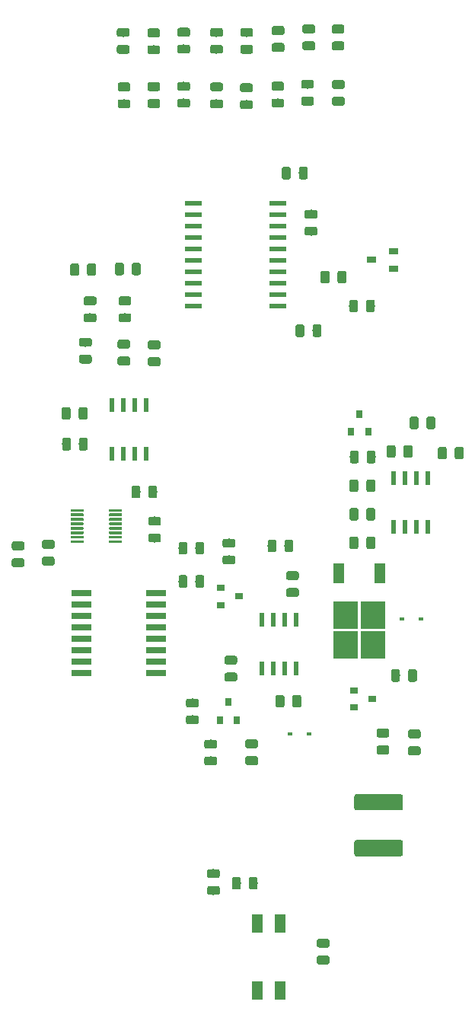
<source format=gbr>
G04 #@! TF.GenerationSoftware,KiCad,Pcbnew,(5.1.4)-1*
G04 #@! TF.CreationDate,2019-11-23T11:55:31-06:00*
G04 #@! TF.ProjectId,BPS_Nucleo,4250535f-4e75-4636-9c65-6f2e6b696361,rev?*
G04 #@! TF.SameCoordinates,Original*
G04 #@! TF.FileFunction,Paste,Top*
G04 #@! TF.FilePolarity,Positive*
%FSLAX46Y46*%
G04 Gerber Fmt 4.6, Leading zero omitted, Abs format (unit mm)*
G04 Created by KiCad (PCBNEW (5.1.4)-1) date 2019-11-23 11:55:31*
%MOMM*%
%LPD*%
G04 APERTURE LIST*
%ADD10R,0.600000X1.550000*%
%ADD11C,0.100000*%
%ADD12C,0.975000*%
%ADD13R,0.600000X0.450000*%
%ADD14R,0.900000X0.800000*%
%ADD15R,0.800000X0.900000*%
%ADD16C,0.300000*%
%ADD17C,1.800000*%
%ADD18R,1.200000X2.200000*%
%ADD19R,2.750000X3.050000*%
%ADD20R,0.558800X1.549400*%
%ADD21R,1.000000X0.700000*%
%ADD22R,2.200000X0.760000*%
%ADD23R,1.200000X2.000000*%
%ADD24R,1.950000X0.600000*%
G04 APERTURE END LIST*
D10*
X211612480Y-105740220D03*
X210342480Y-105740220D03*
X209072480Y-105740220D03*
X207802480Y-105740220D03*
X207802480Y-111140220D03*
X209072480Y-111140220D03*
X210342480Y-111140220D03*
X211612480Y-111140220D03*
D11*
G36*
X202598102Y-119065914D02*
G01*
X202621763Y-119069424D01*
X202644967Y-119075236D01*
X202667489Y-119083294D01*
X202689113Y-119093522D01*
X202709630Y-119105819D01*
X202728843Y-119120069D01*
X202746567Y-119136133D01*
X202762631Y-119153857D01*
X202776881Y-119173070D01*
X202789178Y-119193587D01*
X202799406Y-119215211D01*
X202807464Y-119237733D01*
X202813276Y-119260937D01*
X202816786Y-119284598D01*
X202817960Y-119308490D01*
X202817960Y-119795990D01*
X202816786Y-119819882D01*
X202813276Y-119843543D01*
X202807464Y-119866747D01*
X202799406Y-119889269D01*
X202789178Y-119910893D01*
X202776881Y-119931410D01*
X202762631Y-119950623D01*
X202746567Y-119968347D01*
X202728843Y-119984411D01*
X202709630Y-119998661D01*
X202689113Y-120010958D01*
X202667489Y-120021186D01*
X202644967Y-120029244D01*
X202621763Y-120035056D01*
X202598102Y-120038566D01*
X202574210Y-120039740D01*
X201661710Y-120039740D01*
X201637818Y-120038566D01*
X201614157Y-120035056D01*
X201590953Y-120029244D01*
X201568431Y-120021186D01*
X201546807Y-120010958D01*
X201526290Y-119998661D01*
X201507077Y-119984411D01*
X201489353Y-119968347D01*
X201473289Y-119950623D01*
X201459039Y-119931410D01*
X201446742Y-119910893D01*
X201436514Y-119889269D01*
X201428456Y-119866747D01*
X201422644Y-119843543D01*
X201419134Y-119819882D01*
X201417960Y-119795990D01*
X201417960Y-119308490D01*
X201419134Y-119284598D01*
X201422644Y-119260937D01*
X201428456Y-119237733D01*
X201436514Y-119215211D01*
X201446742Y-119193587D01*
X201459039Y-119173070D01*
X201473289Y-119153857D01*
X201489353Y-119136133D01*
X201507077Y-119120069D01*
X201526290Y-119105819D01*
X201546807Y-119093522D01*
X201568431Y-119083294D01*
X201590953Y-119075236D01*
X201614157Y-119069424D01*
X201637818Y-119065914D01*
X201661710Y-119064740D01*
X202574210Y-119064740D01*
X202598102Y-119065914D01*
X202598102Y-119065914D01*
G37*
D12*
X202117960Y-119552240D03*
D11*
G36*
X202598102Y-120940914D02*
G01*
X202621763Y-120944424D01*
X202644967Y-120950236D01*
X202667489Y-120958294D01*
X202689113Y-120968522D01*
X202709630Y-120980819D01*
X202728843Y-120995069D01*
X202746567Y-121011133D01*
X202762631Y-121028857D01*
X202776881Y-121048070D01*
X202789178Y-121068587D01*
X202799406Y-121090211D01*
X202807464Y-121112733D01*
X202813276Y-121135937D01*
X202816786Y-121159598D01*
X202817960Y-121183490D01*
X202817960Y-121670990D01*
X202816786Y-121694882D01*
X202813276Y-121718543D01*
X202807464Y-121741747D01*
X202799406Y-121764269D01*
X202789178Y-121785893D01*
X202776881Y-121806410D01*
X202762631Y-121825623D01*
X202746567Y-121843347D01*
X202728843Y-121859411D01*
X202709630Y-121873661D01*
X202689113Y-121885958D01*
X202667489Y-121896186D01*
X202644967Y-121904244D01*
X202621763Y-121910056D01*
X202598102Y-121913566D01*
X202574210Y-121914740D01*
X201661710Y-121914740D01*
X201637818Y-121913566D01*
X201614157Y-121910056D01*
X201590953Y-121904244D01*
X201568431Y-121896186D01*
X201546807Y-121885958D01*
X201526290Y-121873661D01*
X201507077Y-121859411D01*
X201489353Y-121843347D01*
X201473289Y-121825623D01*
X201459039Y-121806410D01*
X201446742Y-121785893D01*
X201436514Y-121764269D01*
X201428456Y-121741747D01*
X201422644Y-121718543D01*
X201419134Y-121694882D01*
X201417960Y-121670990D01*
X201417960Y-121183490D01*
X201419134Y-121159598D01*
X201422644Y-121135937D01*
X201428456Y-121112733D01*
X201436514Y-121090211D01*
X201446742Y-121068587D01*
X201459039Y-121048070D01*
X201473289Y-121028857D01*
X201489353Y-121011133D01*
X201507077Y-120995069D01*
X201526290Y-120980819D01*
X201546807Y-120968522D01*
X201568431Y-120958294D01*
X201590953Y-120950236D01*
X201614157Y-120944424D01*
X201637818Y-120940914D01*
X201661710Y-120939740D01*
X202574210Y-120939740D01*
X202598102Y-120940914D01*
X202598102Y-120940914D01*
G37*
D12*
X202117960Y-121427240D03*
D11*
G36*
X211977122Y-114091394D02*
G01*
X212000783Y-114094904D01*
X212023987Y-114100716D01*
X212046509Y-114108774D01*
X212068133Y-114119002D01*
X212088650Y-114131299D01*
X212107863Y-114145549D01*
X212125587Y-114161613D01*
X212141651Y-114179337D01*
X212155901Y-114198550D01*
X212168198Y-114219067D01*
X212178426Y-114240691D01*
X212186484Y-114263213D01*
X212192296Y-114286417D01*
X212195806Y-114310078D01*
X212196980Y-114333970D01*
X212196980Y-115246470D01*
X212195806Y-115270362D01*
X212192296Y-115294023D01*
X212186484Y-115317227D01*
X212178426Y-115339749D01*
X212168198Y-115361373D01*
X212155901Y-115381890D01*
X212141651Y-115401103D01*
X212125587Y-115418827D01*
X212107863Y-115434891D01*
X212088650Y-115449141D01*
X212068133Y-115461438D01*
X212046509Y-115471666D01*
X212023987Y-115479724D01*
X212000783Y-115485536D01*
X211977122Y-115489046D01*
X211953230Y-115490220D01*
X211465730Y-115490220D01*
X211441838Y-115489046D01*
X211418177Y-115485536D01*
X211394973Y-115479724D01*
X211372451Y-115471666D01*
X211350827Y-115461438D01*
X211330310Y-115449141D01*
X211311097Y-115434891D01*
X211293373Y-115418827D01*
X211277309Y-115401103D01*
X211263059Y-115381890D01*
X211250762Y-115361373D01*
X211240534Y-115339749D01*
X211232476Y-115317227D01*
X211226664Y-115294023D01*
X211223154Y-115270362D01*
X211221980Y-115246470D01*
X211221980Y-114333970D01*
X211223154Y-114310078D01*
X211226664Y-114286417D01*
X211232476Y-114263213D01*
X211240534Y-114240691D01*
X211250762Y-114219067D01*
X211263059Y-114198550D01*
X211277309Y-114179337D01*
X211293373Y-114161613D01*
X211311097Y-114145549D01*
X211330310Y-114131299D01*
X211350827Y-114119002D01*
X211372451Y-114108774D01*
X211394973Y-114100716D01*
X211418177Y-114094904D01*
X211441838Y-114091394D01*
X211465730Y-114090220D01*
X211953230Y-114090220D01*
X211977122Y-114091394D01*
X211977122Y-114091394D01*
G37*
D12*
X211709480Y-114790220D03*
D11*
G36*
X210102122Y-114091394D02*
G01*
X210125783Y-114094904D01*
X210148987Y-114100716D01*
X210171509Y-114108774D01*
X210193133Y-114119002D01*
X210213650Y-114131299D01*
X210232863Y-114145549D01*
X210250587Y-114161613D01*
X210266651Y-114179337D01*
X210280901Y-114198550D01*
X210293198Y-114219067D01*
X210303426Y-114240691D01*
X210311484Y-114263213D01*
X210317296Y-114286417D01*
X210320806Y-114310078D01*
X210321980Y-114333970D01*
X210321980Y-115246470D01*
X210320806Y-115270362D01*
X210317296Y-115294023D01*
X210311484Y-115317227D01*
X210303426Y-115339749D01*
X210293198Y-115361373D01*
X210280901Y-115381890D01*
X210266651Y-115401103D01*
X210250587Y-115418827D01*
X210232863Y-115434891D01*
X210213650Y-115449141D01*
X210193133Y-115461438D01*
X210171509Y-115471666D01*
X210148987Y-115479724D01*
X210125783Y-115485536D01*
X210102122Y-115489046D01*
X210078230Y-115490220D01*
X209590730Y-115490220D01*
X209566838Y-115489046D01*
X209543177Y-115485536D01*
X209519973Y-115479724D01*
X209497451Y-115471666D01*
X209475827Y-115461438D01*
X209455310Y-115449141D01*
X209436097Y-115434891D01*
X209418373Y-115418827D01*
X209402309Y-115401103D01*
X209388059Y-115381890D01*
X209375762Y-115361373D01*
X209365534Y-115339749D01*
X209357476Y-115317227D01*
X209351664Y-115294023D01*
X209348154Y-115270362D01*
X209346980Y-115246470D01*
X209346980Y-114333970D01*
X209348154Y-114310078D01*
X209351664Y-114286417D01*
X209357476Y-114263213D01*
X209365534Y-114240691D01*
X209375762Y-114219067D01*
X209388059Y-114198550D01*
X209402309Y-114179337D01*
X209418373Y-114161613D01*
X209436097Y-114145549D01*
X209455310Y-114131299D01*
X209475827Y-114119002D01*
X209497451Y-114108774D01*
X209519973Y-114100716D01*
X209543177Y-114094904D01*
X209566838Y-114091394D01*
X209590730Y-114090220D01*
X210078230Y-114090220D01*
X210102122Y-114091394D01*
X210102122Y-114091394D01*
G37*
D12*
X209834480Y-114790220D03*
D11*
G36*
X207170102Y-119035914D02*
G01*
X207193763Y-119039424D01*
X207216967Y-119045236D01*
X207239489Y-119053294D01*
X207261113Y-119063522D01*
X207281630Y-119075819D01*
X207300843Y-119090069D01*
X207318567Y-119106133D01*
X207334631Y-119123857D01*
X207348881Y-119143070D01*
X207361178Y-119163587D01*
X207371406Y-119185211D01*
X207379464Y-119207733D01*
X207385276Y-119230937D01*
X207388786Y-119254598D01*
X207389960Y-119278490D01*
X207389960Y-119765990D01*
X207388786Y-119789882D01*
X207385276Y-119813543D01*
X207379464Y-119836747D01*
X207371406Y-119859269D01*
X207361178Y-119880893D01*
X207348881Y-119901410D01*
X207334631Y-119920623D01*
X207318567Y-119938347D01*
X207300843Y-119954411D01*
X207281630Y-119968661D01*
X207261113Y-119980958D01*
X207239489Y-119991186D01*
X207216967Y-119999244D01*
X207193763Y-120005056D01*
X207170102Y-120008566D01*
X207146210Y-120009740D01*
X206233710Y-120009740D01*
X206209818Y-120008566D01*
X206186157Y-120005056D01*
X206162953Y-119999244D01*
X206140431Y-119991186D01*
X206118807Y-119980958D01*
X206098290Y-119968661D01*
X206079077Y-119954411D01*
X206061353Y-119938347D01*
X206045289Y-119920623D01*
X206031039Y-119901410D01*
X206018742Y-119880893D01*
X206008514Y-119859269D01*
X206000456Y-119836747D01*
X205994644Y-119813543D01*
X205991134Y-119789882D01*
X205989960Y-119765990D01*
X205989960Y-119278490D01*
X205991134Y-119254598D01*
X205994644Y-119230937D01*
X206000456Y-119207733D01*
X206008514Y-119185211D01*
X206018742Y-119163587D01*
X206031039Y-119143070D01*
X206045289Y-119123857D01*
X206061353Y-119106133D01*
X206079077Y-119090069D01*
X206098290Y-119075819D01*
X206118807Y-119063522D01*
X206140431Y-119053294D01*
X206162953Y-119045236D01*
X206186157Y-119039424D01*
X206209818Y-119035914D01*
X206233710Y-119034740D01*
X207146210Y-119034740D01*
X207170102Y-119035914D01*
X207170102Y-119035914D01*
G37*
D12*
X206689960Y-119522240D03*
D11*
G36*
X207170102Y-120910914D02*
G01*
X207193763Y-120914424D01*
X207216967Y-120920236D01*
X207239489Y-120928294D01*
X207261113Y-120938522D01*
X207281630Y-120950819D01*
X207300843Y-120965069D01*
X207318567Y-120981133D01*
X207334631Y-120998857D01*
X207348881Y-121018070D01*
X207361178Y-121038587D01*
X207371406Y-121060211D01*
X207379464Y-121082733D01*
X207385276Y-121105937D01*
X207388786Y-121129598D01*
X207389960Y-121153490D01*
X207389960Y-121640990D01*
X207388786Y-121664882D01*
X207385276Y-121688543D01*
X207379464Y-121711747D01*
X207371406Y-121734269D01*
X207361178Y-121755893D01*
X207348881Y-121776410D01*
X207334631Y-121795623D01*
X207318567Y-121813347D01*
X207300843Y-121829411D01*
X207281630Y-121843661D01*
X207261113Y-121855958D01*
X207239489Y-121866186D01*
X207216967Y-121874244D01*
X207193763Y-121880056D01*
X207170102Y-121883566D01*
X207146210Y-121884740D01*
X206233710Y-121884740D01*
X206209818Y-121883566D01*
X206186157Y-121880056D01*
X206162953Y-121874244D01*
X206140431Y-121866186D01*
X206118807Y-121855958D01*
X206098290Y-121843661D01*
X206079077Y-121829411D01*
X206061353Y-121813347D01*
X206045289Y-121795623D01*
X206031039Y-121776410D01*
X206018742Y-121755893D01*
X206008514Y-121734269D01*
X206000456Y-121711747D01*
X205994644Y-121688543D01*
X205991134Y-121664882D01*
X205989960Y-121640990D01*
X205989960Y-121153490D01*
X205991134Y-121129598D01*
X205994644Y-121105937D01*
X206000456Y-121082733D01*
X206008514Y-121060211D01*
X206018742Y-121038587D01*
X206031039Y-121018070D01*
X206045289Y-120998857D01*
X206061353Y-120981133D01*
X206079077Y-120965069D01*
X206098290Y-120950819D01*
X206118807Y-120938522D01*
X206140431Y-120928294D01*
X206162953Y-120920236D01*
X206186157Y-120914424D01*
X206209818Y-120910914D01*
X206233710Y-120909740D01*
X207146210Y-120909740D01*
X207170102Y-120910914D01*
X207170102Y-120910914D01*
G37*
D12*
X206689960Y-121397240D03*
D11*
G36*
X209213122Y-96819394D02*
G01*
X209236783Y-96822904D01*
X209259987Y-96828716D01*
X209282509Y-96836774D01*
X209304133Y-96847002D01*
X209324650Y-96859299D01*
X209343863Y-96873549D01*
X209361587Y-96889613D01*
X209377651Y-96907337D01*
X209391901Y-96926550D01*
X209404198Y-96947067D01*
X209414426Y-96968691D01*
X209422484Y-96991213D01*
X209428296Y-97014417D01*
X209431806Y-97038078D01*
X209432980Y-97061970D01*
X209432980Y-97974470D01*
X209431806Y-97998362D01*
X209428296Y-98022023D01*
X209422484Y-98045227D01*
X209414426Y-98067749D01*
X209404198Y-98089373D01*
X209391901Y-98109890D01*
X209377651Y-98129103D01*
X209361587Y-98146827D01*
X209343863Y-98162891D01*
X209324650Y-98177141D01*
X209304133Y-98189438D01*
X209282509Y-98199666D01*
X209259987Y-98207724D01*
X209236783Y-98213536D01*
X209213122Y-98217046D01*
X209189230Y-98218220D01*
X208701730Y-98218220D01*
X208677838Y-98217046D01*
X208654177Y-98213536D01*
X208630973Y-98207724D01*
X208608451Y-98199666D01*
X208586827Y-98189438D01*
X208566310Y-98177141D01*
X208547097Y-98162891D01*
X208529373Y-98146827D01*
X208513309Y-98129103D01*
X208499059Y-98109890D01*
X208486762Y-98089373D01*
X208476534Y-98067749D01*
X208468476Y-98045227D01*
X208462664Y-98022023D01*
X208459154Y-97998362D01*
X208457980Y-97974470D01*
X208457980Y-97061970D01*
X208459154Y-97038078D01*
X208462664Y-97014417D01*
X208468476Y-96991213D01*
X208476534Y-96968691D01*
X208486762Y-96947067D01*
X208499059Y-96926550D01*
X208513309Y-96907337D01*
X208529373Y-96889613D01*
X208547097Y-96873549D01*
X208566310Y-96859299D01*
X208586827Y-96847002D01*
X208608451Y-96836774D01*
X208630973Y-96828716D01*
X208654177Y-96822904D01*
X208677838Y-96819394D01*
X208701730Y-96818220D01*
X209189230Y-96818220D01*
X209213122Y-96819394D01*
X209213122Y-96819394D01*
G37*
D12*
X208945480Y-97518220D03*
D11*
G36*
X211088122Y-96819394D02*
G01*
X211111783Y-96822904D01*
X211134987Y-96828716D01*
X211157509Y-96836774D01*
X211179133Y-96847002D01*
X211199650Y-96859299D01*
X211218863Y-96873549D01*
X211236587Y-96889613D01*
X211252651Y-96907337D01*
X211266901Y-96926550D01*
X211279198Y-96947067D01*
X211289426Y-96968691D01*
X211297484Y-96991213D01*
X211303296Y-97014417D01*
X211306806Y-97038078D01*
X211307980Y-97061970D01*
X211307980Y-97974470D01*
X211306806Y-97998362D01*
X211303296Y-98022023D01*
X211297484Y-98045227D01*
X211289426Y-98067749D01*
X211279198Y-98089373D01*
X211266901Y-98109890D01*
X211252651Y-98129103D01*
X211236587Y-98146827D01*
X211218863Y-98162891D01*
X211199650Y-98177141D01*
X211179133Y-98189438D01*
X211157509Y-98199666D01*
X211134987Y-98207724D01*
X211111783Y-98213536D01*
X211088122Y-98217046D01*
X211064230Y-98218220D01*
X210576730Y-98218220D01*
X210552838Y-98217046D01*
X210529177Y-98213536D01*
X210505973Y-98207724D01*
X210483451Y-98199666D01*
X210461827Y-98189438D01*
X210441310Y-98177141D01*
X210422097Y-98162891D01*
X210404373Y-98146827D01*
X210388309Y-98129103D01*
X210374059Y-98109890D01*
X210361762Y-98089373D01*
X210351534Y-98067749D01*
X210343476Y-98045227D01*
X210337664Y-98022023D01*
X210334154Y-97998362D01*
X210332980Y-97974470D01*
X210332980Y-97061970D01*
X210334154Y-97038078D01*
X210337664Y-97014417D01*
X210343476Y-96991213D01*
X210351534Y-96968691D01*
X210361762Y-96947067D01*
X210374059Y-96926550D01*
X210388309Y-96907337D01*
X210404373Y-96889613D01*
X210422097Y-96873549D01*
X210441310Y-96859299D01*
X210461827Y-96847002D01*
X210483451Y-96836774D01*
X210505973Y-96828716D01*
X210529177Y-96822904D01*
X210552838Y-96819394D01*
X210576730Y-96818220D01*
X211064230Y-96818220D01*
X211088122Y-96819394D01*
X211088122Y-96819394D01*
G37*
D12*
X210820480Y-97518220D03*
D13*
X210973960Y-118455440D03*
X213073960Y-118455440D03*
D14*
X205276960Y-103139240D03*
X203276960Y-104089240D03*
X203276960Y-102189240D03*
D11*
G36*
X199307122Y-97073394D02*
G01*
X199330783Y-97076904D01*
X199353987Y-97082716D01*
X199376509Y-97090774D01*
X199398133Y-97101002D01*
X199418650Y-97113299D01*
X199437863Y-97127549D01*
X199455587Y-97143613D01*
X199471651Y-97161337D01*
X199485901Y-97180550D01*
X199498198Y-97201067D01*
X199508426Y-97222691D01*
X199516484Y-97245213D01*
X199522296Y-97268417D01*
X199525806Y-97292078D01*
X199526980Y-97315970D01*
X199526980Y-98228470D01*
X199525806Y-98252362D01*
X199522296Y-98276023D01*
X199516484Y-98299227D01*
X199508426Y-98321749D01*
X199498198Y-98343373D01*
X199485901Y-98363890D01*
X199471651Y-98383103D01*
X199455587Y-98400827D01*
X199437863Y-98416891D01*
X199418650Y-98431141D01*
X199398133Y-98443438D01*
X199376509Y-98453666D01*
X199353987Y-98461724D01*
X199330783Y-98467536D01*
X199307122Y-98471046D01*
X199283230Y-98472220D01*
X198795730Y-98472220D01*
X198771838Y-98471046D01*
X198748177Y-98467536D01*
X198724973Y-98461724D01*
X198702451Y-98453666D01*
X198680827Y-98443438D01*
X198660310Y-98431141D01*
X198641097Y-98416891D01*
X198623373Y-98400827D01*
X198607309Y-98383103D01*
X198593059Y-98363890D01*
X198580762Y-98343373D01*
X198570534Y-98321749D01*
X198562476Y-98299227D01*
X198556664Y-98276023D01*
X198553154Y-98252362D01*
X198551980Y-98228470D01*
X198551980Y-97315970D01*
X198553154Y-97292078D01*
X198556664Y-97268417D01*
X198562476Y-97245213D01*
X198570534Y-97222691D01*
X198580762Y-97201067D01*
X198593059Y-97180550D01*
X198607309Y-97161337D01*
X198623373Y-97143613D01*
X198641097Y-97127549D01*
X198660310Y-97113299D01*
X198680827Y-97101002D01*
X198702451Y-97090774D01*
X198724973Y-97082716D01*
X198748177Y-97076904D01*
X198771838Y-97073394D01*
X198795730Y-97072220D01*
X199283230Y-97072220D01*
X199307122Y-97073394D01*
X199307122Y-97073394D01*
G37*
D12*
X199039480Y-97772220D03*
D11*
G36*
X201182122Y-97073394D02*
G01*
X201205783Y-97076904D01*
X201228987Y-97082716D01*
X201251509Y-97090774D01*
X201273133Y-97101002D01*
X201293650Y-97113299D01*
X201312863Y-97127549D01*
X201330587Y-97143613D01*
X201346651Y-97161337D01*
X201360901Y-97180550D01*
X201373198Y-97201067D01*
X201383426Y-97222691D01*
X201391484Y-97245213D01*
X201397296Y-97268417D01*
X201400806Y-97292078D01*
X201401980Y-97315970D01*
X201401980Y-98228470D01*
X201400806Y-98252362D01*
X201397296Y-98276023D01*
X201391484Y-98299227D01*
X201383426Y-98321749D01*
X201373198Y-98343373D01*
X201360901Y-98363890D01*
X201346651Y-98383103D01*
X201330587Y-98400827D01*
X201312863Y-98416891D01*
X201293650Y-98431141D01*
X201273133Y-98443438D01*
X201251509Y-98453666D01*
X201228987Y-98461724D01*
X201205783Y-98467536D01*
X201182122Y-98471046D01*
X201158230Y-98472220D01*
X200670730Y-98472220D01*
X200646838Y-98471046D01*
X200623177Y-98467536D01*
X200599973Y-98461724D01*
X200577451Y-98453666D01*
X200555827Y-98443438D01*
X200535310Y-98431141D01*
X200516097Y-98416891D01*
X200498373Y-98400827D01*
X200482309Y-98383103D01*
X200468059Y-98363890D01*
X200455762Y-98343373D01*
X200445534Y-98321749D01*
X200437476Y-98299227D01*
X200431664Y-98276023D01*
X200428154Y-98252362D01*
X200426980Y-98228470D01*
X200426980Y-97315970D01*
X200428154Y-97292078D01*
X200431664Y-97268417D01*
X200437476Y-97245213D01*
X200445534Y-97222691D01*
X200455762Y-97201067D01*
X200468059Y-97180550D01*
X200482309Y-97161337D01*
X200498373Y-97143613D01*
X200516097Y-97127549D01*
X200535310Y-97113299D01*
X200555827Y-97101002D01*
X200577451Y-97090774D01*
X200599973Y-97082716D01*
X200623177Y-97076904D01*
X200646838Y-97073394D01*
X200670730Y-97072220D01*
X201158230Y-97072220D01*
X201182122Y-97073394D01*
X201182122Y-97073394D01*
G37*
D12*
X200914480Y-97772220D03*
D11*
G36*
X211711622Y-102208894D02*
G01*
X211735283Y-102212404D01*
X211758487Y-102218216D01*
X211781009Y-102226274D01*
X211802633Y-102236502D01*
X211823150Y-102248799D01*
X211842363Y-102263049D01*
X211860087Y-102279113D01*
X211876151Y-102296837D01*
X211890401Y-102316050D01*
X211902698Y-102336567D01*
X211912926Y-102358191D01*
X211920984Y-102380713D01*
X211926796Y-102403917D01*
X211930306Y-102427578D01*
X211931480Y-102451470D01*
X211931480Y-102938970D01*
X211930306Y-102962862D01*
X211926796Y-102986523D01*
X211920984Y-103009727D01*
X211912926Y-103032249D01*
X211902698Y-103053873D01*
X211890401Y-103074390D01*
X211876151Y-103093603D01*
X211860087Y-103111327D01*
X211842363Y-103127391D01*
X211823150Y-103141641D01*
X211802633Y-103153938D01*
X211781009Y-103164166D01*
X211758487Y-103172224D01*
X211735283Y-103178036D01*
X211711622Y-103181546D01*
X211687730Y-103182720D01*
X210775230Y-103182720D01*
X210751338Y-103181546D01*
X210727677Y-103178036D01*
X210704473Y-103172224D01*
X210681951Y-103164166D01*
X210660327Y-103153938D01*
X210639810Y-103141641D01*
X210620597Y-103127391D01*
X210602873Y-103111327D01*
X210586809Y-103093603D01*
X210572559Y-103074390D01*
X210560262Y-103053873D01*
X210550034Y-103032249D01*
X210541976Y-103009727D01*
X210536164Y-102986523D01*
X210532654Y-102962862D01*
X210531480Y-102938970D01*
X210531480Y-102451470D01*
X210532654Y-102427578D01*
X210536164Y-102403917D01*
X210541976Y-102380713D01*
X210550034Y-102358191D01*
X210560262Y-102336567D01*
X210572559Y-102316050D01*
X210586809Y-102296837D01*
X210602873Y-102279113D01*
X210620597Y-102263049D01*
X210639810Y-102248799D01*
X210660327Y-102236502D01*
X210681951Y-102226274D01*
X210704473Y-102218216D01*
X210727677Y-102212404D01*
X210751338Y-102208894D01*
X210775230Y-102207720D01*
X211687730Y-102207720D01*
X211711622Y-102208894D01*
X211711622Y-102208894D01*
G37*
D12*
X211231480Y-102695220D03*
D11*
G36*
X211711622Y-100333894D02*
G01*
X211735283Y-100337404D01*
X211758487Y-100343216D01*
X211781009Y-100351274D01*
X211802633Y-100361502D01*
X211823150Y-100373799D01*
X211842363Y-100388049D01*
X211860087Y-100404113D01*
X211876151Y-100421837D01*
X211890401Y-100441050D01*
X211902698Y-100461567D01*
X211912926Y-100483191D01*
X211920984Y-100505713D01*
X211926796Y-100528917D01*
X211930306Y-100552578D01*
X211931480Y-100576470D01*
X211931480Y-101063970D01*
X211930306Y-101087862D01*
X211926796Y-101111523D01*
X211920984Y-101134727D01*
X211912926Y-101157249D01*
X211902698Y-101178873D01*
X211890401Y-101199390D01*
X211876151Y-101218603D01*
X211860087Y-101236327D01*
X211842363Y-101252391D01*
X211823150Y-101266641D01*
X211802633Y-101278938D01*
X211781009Y-101289166D01*
X211758487Y-101297224D01*
X211735283Y-101303036D01*
X211711622Y-101306546D01*
X211687730Y-101307720D01*
X210775230Y-101307720D01*
X210751338Y-101306546D01*
X210727677Y-101303036D01*
X210704473Y-101297224D01*
X210681951Y-101289166D01*
X210660327Y-101278938D01*
X210639810Y-101266641D01*
X210620597Y-101252391D01*
X210602873Y-101236327D01*
X210586809Y-101218603D01*
X210572559Y-101199390D01*
X210560262Y-101178873D01*
X210550034Y-101157249D01*
X210541976Y-101134727D01*
X210536164Y-101111523D01*
X210532654Y-101087862D01*
X210531480Y-101063970D01*
X210531480Y-100576470D01*
X210532654Y-100552578D01*
X210536164Y-100528917D01*
X210541976Y-100505713D01*
X210550034Y-100483191D01*
X210560262Y-100461567D01*
X210572559Y-100441050D01*
X210586809Y-100421837D01*
X210602873Y-100404113D01*
X210620597Y-100388049D01*
X210639810Y-100373799D01*
X210660327Y-100361502D01*
X210681951Y-100351274D01*
X210704473Y-100343216D01*
X210727677Y-100337404D01*
X210751338Y-100333894D01*
X210775230Y-100332720D01*
X211687730Y-100332720D01*
X211711622Y-100333894D01*
X211711622Y-100333894D01*
G37*
D12*
X211231480Y-100820220D03*
D11*
G36*
X200566102Y-114493914D02*
G01*
X200589763Y-114497424D01*
X200612967Y-114503236D01*
X200635489Y-114511294D01*
X200657113Y-114521522D01*
X200677630Y-114533819D01*
X200696843Y-114548069D01*
X200714567Y-114564133D01*
X200730631Y-114581857D01*
X200744881Y-114601070D01*
X200757178Y-114621587D01*
X200767406Y-114643211D01*
X200775464Y-114665733D01*
X200781276Y-114688937D01*
X200784786Y-114712598D01*
X200785960Y-114736490D01*
X200785960Y-115223990D01*
X200784786Y-115247882D01*
X200781276Y-115271543D01*
X200775464Y-115294747D01*
X200767406Y-115317269D01*
X200757178Y-115338893D01*
X200744881Y-115359410D01*
X200730631Y-115378623D01*
X200714567Y-115396347D01*
X200696843Y-115412411D01*
X200677630Y-115426661D01*
X200657113Y-115438958D01*
X200635489Y-115449186D01*
X200612967Y-115457244D01*
X200589763Y-115463056D01*
X200566102Y-115466566D01*
X200542210Y-115467740D01*
X199629710Y-115467740D01*
X199605818Y-115466566D01*
X199582157Y-115463056D01*
X199558953Y-115457244D01*
X199536431Y-115449186D01*
X199514807Y-115438958D01*
X199494290Y-115426661D01*
X199475077Y-115412411D01*
X199457353Y-115396347D01*
X199441289Y-115378623D01*
X199427039Y-115359410D01*
X199414742Y-115338893D01*
X199404514Y-115317269D01*
X199396456Y-115294747D01*
X199390644Y-115271543D01*
X199387134Y-115247882D01*
X199385960Y-115223990D01*
X199385960Y-114736490D01*
X199387134Y-114712598D01*
X199390644Y-114688937D01*
X199396456Y-114665733D01*
X199404514Y-114643211D01*
X199414742Y-114621587D01*
X199427039Y-114601070D01*
X199441289Y-114581857D01*
X199457353Y-114564133D01*
X199475077Y-114548069D01*
X199494290Y-114533819D01*
X199514807Y-114521522D01*
X199536431Y-114511294D01*
X199558953Y-114503236D01*
X199582157Y-114497424D01*
X199605818Y-114493914D01*
X199629710Y-114492740D01*
X200542210Y-114492740D01*
X200566102Y-114493914D01*
X200566102Y-114493914D01*
G37*
D12*
X200085960Y-114980240D03*
D11*
G36*
X200566102Y-116368914D02*
G01*
X200589763Y-116372424D01*
X200612967Y-116378236D01*
X200635489Y-116386294D01*
X200657113Y-116396522D01*
X200677630Y-116408819D01*
X200696843Y-116423069D01*
X200714567Y-116439133D01*
X200730631Y-116456857D01*
X200744881Y-116476070D01*
X200757178Y-116496587D01*
X200767406Y-116518211D01*
X200775464Y-116540733D01*
X200781276Y-116563937D01*
X200784786Y-116587598D01*
X200785960Y-116611490D01*
X200785960Y-117098990D01*
X200784786Y-117122882D01*
X200781276Y-117146543D01*
X200775464Y-117169747D01*
X200767406Y-117192269D01*
X200757178Y-117213893D01*
X200744881Y-117234410D01*
X200730631Y-117253623D01*
X200714567Y-117271347D01*
X200696843Y-117287411D01*
X200677630Y-117301661D01*
X200657113Y-117313958D01*
X200635489Y-117324186D01*
X200612967Y-117332244D01*
X200589763Y-117338056D01*
X200566102Y-117341566D01*
X200542210Y-117342740D01*
X199629710Y-117342740D01*
X199605818Y-117341566D01*
X199582157Y-117338056D01*
X199558953Y-117332244D01*
X199536431Y-117324186D01*
X199514807Y-117313958D01*
X199494290Y-117301661D01*
X199475077Y-117287411D01*
X199457353Y-117271347D01*
X199441289Y-117253623D01*
X199427039Y-117234410D01*
X199414742Y-117213893D01*
X199404514Y-117192269D01*
X199396456Y-117169747D01*
X199390644Y-117146543D01*
X199387134Y-117122882D01*
X199385960Y-117098990D01*
X199385960Y-116611490D01*
X199387134Y-116587598D01*
X199390644Y-116563937D01*
X199396456Y-116540733D01*
X199404514Y-116518211D01*
X199414742Y-116496587D01*
X199427039Y-116476070D01*
X199441289Y-116456857D01*
X199457353Y-116439133D01*
X199475077Y-116423069D01*
X199494290Y-116408819D01*
X199514807Y-116396522D01*
X199536431Y-116386294D01*
X199558953Y-116378236D01*
X199582157Y-116372424D01*
X199605818Y-116368914D01*
X199629710Y-116367740D01*
X200542210Y-116367740D01*
X200566102Y-116368914D01*
X200566102Y-116368914D01*
G37*
D12*
X200085960Y-116855240D03*
D15*
X203133960Y-116905240D03*
X205033960Y-116905240D03*
X204083960Y-114905240D03*
D11*
G36*
X204630102Y-98588914D02*
G01*
X204653763Y-98592424D01*
X204676967Y-98598236D01*
X204699489Y-98606294D01*
X204721113Y-98616522D01*
X204741630Y-98628819D01*
X204760843Y-98643069D01*
X204778567Y-98659133D01*
X204794631Y-98676857D01*
X204808881Y-98696070D01*
X204821178Y-98716587D01*
X204831406Y-98738211D01*
X204839464Y-98760733D01*
X204845276Y-98783937D01*
X204848786Y-98807598D01*
X204849960Y-98831490D01*
X204849960Y-99318990D01*
X204848786Y-99342882D01*
X204845276Y-99366543D01*
X204839464Y-99389747D01*
X204831406Y-99412269D01*
X204821178Y-99433893D01*
X204808881Y-99454410D01*
X204794631Y-99473623D01*
X204778567Y-99491347D01*
X204760843Y-99507411D01*
X204741630Y-99521661D01*
X204721113Y-99533958D01*
X204699489Y-99544186D01*
X204676967Y-99552244D01*
X204653763Y-99558056D01*
X204630102Y-99561566D01*
X204606210Y-99562740D01*
X203693710Y-99562740D01*
X203669818Y-99561566D01*
X203646157Y-99558056D01*
X203622953Y-99552244D01*
X203600431Y-99544186D01*
X203578807Y-99533958D01*
X203558290Y-99521661D01*
X203539077Y-99507411D01*
X203521353Y-99491347D01*
X203505289Y-99473623D01*
X203491039Y-99454410D01*
X203478742Y-99433893D01*
X203468514Y-99412269D01*
X203460456Y-99389747D01*
X203454644Y-99366543D01*
X203451134Y-99342882D01*
X203449960Y-99318990D01*
X203449960Y-98831490D01*
X203451134Y-98807598D01*
X203454644Y-98783937D01*
X203460456Y-98760733D01*
X203468514Y-98738211D01*
X203478742Y-98716587D01*
X203491039Y-98696070D01*
X203505289Y-98676857D01*
X203521353Y-98659133D01*
X203539077Y-98643069D01*
X203558290Y-98628819D01*
X203578807Y-98616522D01*
X203600431Y-98606294D01*
X203622953Y-98598236D01*
X203646157Y-98592424D01*
X203669818Y-98588914D01*
X203693710Y-98587740D01*
X204606210Y-98587740D01*
X204630102Y-98588914D01*
X204630102Y-98588914D01*
G37*
D12*
X204149960Y-99075240D03*
D11*
G36*
X204630102Y-96713914D02*
G01*
X204653763Y-96717424D01*
X204676967Y-96723236D01*
X204699489Y-96731294D01*
X204721113Y-96741522D01*
X204741630Y-96753819D01*
X204760843Y-96768069D01*
X204778567Y-96784133D01*
X204794631Y-96801857D01*
X204808881Y-96821070D01*
X204821178Y-96841587D01*
X204831406Y-96863211D01*
X204839464Y-96885733D01*
X204845276Y-96908937D01*
X204848786Y-96932598D01*
X204849960Y-96956490D01*
X204849960Y-97443990D01*
X204848786Y-97467882D01*
X204845276Y-97491543D01*
X204839464Y-97514747D01*
X204831406Y-97537269D01*
X204821178Y-97558893D01*
X204808881Y-97579410D01*
X204794631Y-97598623D01*
X204778567Y-97616347D01*
X204760843Y-97632411D01*
X204741630Y-97646661D01*
X204721113Y-97658958D01*
X204699489Y-97669186D01*
X204676967Y-97677244D01*
X204653763Y-97683056D01*
X204630102Y-97686566D01*
X204606210Y-97687740D01*
X203693710Y-97687740D01*
X203669818Y-97686566D01*
X203646157Y-97683056D01*
X203622953Y-97677244D01*
X203600431Y-97669186D01*
X203578807Y-97658958D01*
X203558290Y-97646661D01*
X203539077Y-97632411D01*
X203521353Y-97616347D01*
X203505289Y-97598623D01*
X203491039Y-97579410D01*
X203478742Y-97558893D01*
X203468514Y-97537269D01*
X203460456Y-97514747D01*
X203454644Y-97491543D01*
X203451134Y-97467882D01*
X203449960Y-97443990D01*
X203449960Y-96956490D01*
X203451134Y-96932598D01*
X203454644Y-96908937D01*
X203460456Y-96885733D01*
X203468514Y-96863211D01*
X203478742Y-96841587D01*
X203491039Y-96821070D01*
X203505289Y-96801857D01*
X203521353Y-96784133D01*
X203539077Y-96768069D01*
X203558290Y-96753819D01*
X203578807Y-96741522D01*
X203600431Y-96731294D01*
X203622953Y-96723236D01*
X203646157Y-96717424D01*
X203669818Y-96713914D01*
X203693710Y-96712740D01*
X204606210Y-96712740D01*
X204630102Y-96713914D01*
X204630102Y-96713914D01*
G37*
D12*
X204149960Y-97200240D03*
D11*
G36*
X204853622Y-109731894D02*
G01*
X204877283Y-109735404D01*
X204900487Y-109741216D01*
X204923009Y-109749274D01*
X204944633Y-109759502D01*
X204965150Y-109771799D01*
X204984363Y-109786049D01*
X205002087Y-109802113D01*
X205018151Y-109819837D01*
X205032401Y-109839050D01*
X205044698Y-109859567D01*
X205054926Y-109881191D01*
X205062984Y-109903713D01*
X205068796Y-109926917D01*
X205072306Y-109950578D01*
X205073480Y-109974470D01*
X205073480Y-110461970D01*
X205072306Y-110485862D01*
X205068796Y-110509523D01*
X205062984Y-110532727D01*
X205054926Y-110555249D01*
X205044698Y-110576873D01*
X205032401Y-110597390D01*
X205018151Y-110616603D01*
X205002087Y-110634327D01*
X204984363Y-110650391D01*
X204965150Y-110664641D01*
X204944633Y-110676938D01*
X204923009Y-110687166D01*
X204900487Y-110695224D01*
X204877283Y-110701036D01*
X204853622Y-110704546D01*
X204829730Y-110705720D01*
X203917230Y-110705720D01*
X203893338Y-110704546D01*
X203869677Y-110701036D01*
X203846473Y-110695224D01*
X203823951Y-110687166D01*
X203802327Y-110676938D01*
X203781810Y-110664641D01*
X203762597Y-110650391D01*
X203744873Y-110634327D01*
X203728809Y-110616603D01*
X203714559Y-110597390D01*
X203702262Y-110576873D01*
X203692034Y-110555249D01*
X203683976Y-110532727D01*
X203678164Y-110509523D01*
X203674654Y-110485862D01*
X203673480Y-110461970D01*
X203673480Y-109974470D01*
X203674654Y-109950578D01*
X203678164Y-109926917D01*
X203683976Y-109903713D01*
X203692034Y-109881191D01*
X203702262Y-109859567D01*
X203714559Y-109839050D01*
X203728809Y-109819837D01*
X203744873Y-109802113D01*
X203762597Y-109786049D01*
X203781810Y-109771799D01*
X203802327Y-109759502D01*
X203823951Y-109749274D01*
X203846473Y-109741216D01*
X203869677Y-109735404D01*
X203893338Y-109731894D01*
X203917230Y-109730720D01*
X204829730Y-109730720D01*
X204853622Y-109731894D01*
X204853622Y-109731894D01*
G37*
D12*
X204373480Y-110218220D03*
D11*
G36*
X204853622Y-111606894D02*
G01*
X204877283Y-111610404D01*
X204900487Y-111616216D01*
X204923009Y-111624274D01*
X204944633Y-111634502D01*
X204965150Y-111646799D01*
X204984363Y-111661049D01*
X205002087Y-111677113D01*
X205018151Y-111694837D01*
X205032401Y-111714050D01*
X205044698Y-111734567D01*
X205054926Y-111756191D01*
X205062984Y-111778713D01*
X205068796Y-111801917D01*
X205072306Y-111825578D01*
X205073480Y-111849470D01*
X205073480Y-112336970D01*
X205072306Y-112360862D01*
X205068796Y-112384523D01*
X205062984Y-112407727D01*
X205054926Y-112430249D01*
X205044698Y-112451873D01*
X205032401Y-112472390D01*
X205018151Y-112491603D01*
X205002087Y-112509327D01*
X204984363Y-112525391D01*
X204965150Y-112539641D01*
X204944633Y-112551938D01*
X204923009Y-112562166D01*
X204900487Y-112570224D01*
X204877283Y-112576036D01*
X204853622Y-112579546D01*
X204829730Y-112580720D01*
X203917230Y-112580720D01*
X203893338Y-112579546D01*
X203869677Y-112576036D01*
X203846473Y-112570224D01*
X203823951Y-112562166D01*
X203802327Y-112551938D01*
X203781810Y-112539641D01*
X203762597Y-112525391D01*
X203744873Y-112509327D01*
X203728809Y-112491603D01*
X203714559Y-112472390D01*
X203702262Y-112451873D01*
X203692034Y-112430249D01*
X203683976Y-112407727D01*
X203678164Y-112384523D01*
X203674654Y-112360862D01*
X203673480Y-112336970D01*
X203673480Y-111849470D01*
X203674654Y-111825578D01*
X203678164Y-111801917D01*
X203683976Y-111778713D01*
X203692034Y-111756191D01*
X203702262Y-111734567D01*
X203714559Y-111714050D01*
X203728809Y-111694837D01*
X203744873Y-111677113D01*
X203762597Y-111661049D01*
X203781810Y-111646799D01*
X203802327Y-111634502D01*
X203823951Y-111624274D01*
X203846473Y-111616216D01*
X203869677Y-111610404D01*
X203893338Y-111606894D01*
X203917230Y-111605720D01*
X204829730Y-111605720D01*
X204853622Y-111606894D01*
X204853622Y-111606894D01*
G37*
D12*
X204373480Y-112093220D03*
D11*
G36*
X201182122Y-100756394D02*
G01*
X201205783Y-100759904D01*
X201228987Y-100765716D01*
X201251509Y-100773774D01*
X201273133Y-100784002D01*
X201293650Y-100796299D01*
X201312863Y-100810549D01*
X201330587Y-100826613D01*
X201346651Y-100844337D01*
X201360901Y-100863550D01*
X201373198Y-100884067D01*
X201383426Y-100905691D01*
X201391484Y-100928213D01*
X201397296Y-100951417D01*
X201400806Y-100975078D01*
X201401980Y-100998970D01*
X201401980Y-101911470D01*
X201400806Y-101935362D01*
X201397296Y-101959023D01*
X201391484Y-101982227D01*
X201383426Y-102004749D01*
X201373198Y-102026373D01*
X201360901Y-102046890D01*
X201346651Y-102066103D01*
X201330587Y-102083827D01*
X201312863Y-102099891D01*
X201293650Y-102114141D01*
X201273133Y-102126438D01*
X201251509Y-102136666D01*
X201228987Y-102144724D01*
X201205783Y-102150536D01*
X201182122Y-102154046D01*
X201158230Y-102155220D01*
X200670730Y-102155220D01*
X200646838Y-102154046D01*
X200623177Y-102150536D01*
X200599973Y-102144724D01*
X200577451Y-102136666D01*
X200555827Y-102126438D01*
X200535310Y-102114141D01*
X200516097Y-102099891D01*
X200498373Y-102083827D01*
X200482309Y-102066103D01*
X200468059Y-102046890D01*
X200455762Y-102026373D01*
X200445534Y-102004749D01*
X200437476Y-101982227D01*
X200431664Y-101959023D01*
X200428154Y-101935362D01*
X200426980Y-101911470D01*
X200426980Y-100998970D01*
X200428154Y-100975078D01*
X200431664Y-100951417D01*
X200437476Y-100928213D01*
X200445534Y-100905691D01*
X200455762Y-100884067D01*
X200468059Y-100863550D01*
X200482309Y-100844337D01*
X200498373Y-100826613D01*
X200516097Y-100810549D01*
X200535310Y-100796299D01*
X200555827Y-100784002D01*
X200577451Y-100773774D01*
X200599973Y-100765716D01*
X200623177Y-100759904D01*
X200646838Y-100756394D01*
X200670730Y-100755220D01*
X201158230Y-100755220D01*
X201182122Y-100756394D01*
X201182122Y-100756394D01*
G37*
D12*
X200914480Y-101455220D03*
D11*
G36*
X199307122Y-100756394D02*
G01*
X199330783Y-100759904D01*
X199353987Y-100765716D01*
X199376509Y-100773774D01*
X199398133Y-100784002D01*
X199418650Y-100796299D01*
X199437863Y-100810549D01*
X199455587Y-100826613D01*
X199471651Y-100844337D01*
X199485901Y-100863550D01*
X199498198Y-100884067D01*
X199508426Y-100905691D01*
X199516484Y-100928213D01*
X199522296Y-100951417D01*
X199525806Y-100975078D01*
X199526980Y-100998970D01*
X199526980Y-101911470D01*
X199525806Y-101935362D01*
X199522296Y-101959023D01*
X199516484Y-101982227D01*
X199508426Y-102004749D01*
X199498198Y-102026373D01*
X199485901Y-102046890D01*
X199471651Y-102066103D01*
X199455587Y-102083827D01*
X199437863Y-102099891D01*
X199418650Y-102114141D01*
X199398133Y-102126438D01*
X199376509Y-102136666D01*
X199353987Y-102144724D01*
X199330783Y-102150536D01*
X199307122Y-102154046D01*
X199283230Y-102155220D01*
X198795730Y-102155220D01*
X198771838Y-102154046D01*
X198748177Y-102150536D01*
X198724973Y-102144724D01*
X198702451Y-102136666D01*
X198680827Y-102126438D01*
X198660310Y-102114141D01*
X198641097Y-102099891D01*
X198623373Y-102083827D01*
X198607309Y-102066103D01*
X198593059Y-102046890D01*
X198580762Y-102026373D01*
X198570534Y-102004749D01*
X198562476Y-101982227D01*
X198556664Y-101959023D01*
X198553154Y-101935362D01*
X198551980Y-101911470D01*
X198551980Y-100998970D01*
X198553154Y-100975078D01*
X198556664Y-100951417D01*
X198562476Y-100928213D01*
X198570534Y-100905691D01*
X198580762Y-100884067D01*
X198593059Y-100863550D01*
X198607309Y-100844337D01*
X198623373Y-100826613D01*
X198641097Y-100810549D01*
X198660310Y-100796299D01*
X198680827Y-100784002D01*
X198702451Y-100773774D01*
X198724973Y-100765716D01*
X198748177Y-100759904D01*
X198771838Y-100756394D01*
X198795730Y-100755220D01*
X199283230Y-100755220D01*
X199307122Y-100756394D01*
X199307122Y-100756394D01*
G37*
D12*
X199039480Y-101455220D03*
D11*
G36*
X199605982Y-41772134D02*
G01*
X199629643Y-41775644D01*
X199652847Y-41781456D01*
X199675369Y-41789514D01*
X199696993Y-41799742D01*
X199717510Y-41812039D01*
X199736723Y-41826289D01*
X199754447Y-41842353D01*
X199770511Y-41860077D01*
X199784761Y-41879290D01*
X199797058Y-41899807D01*
X199807286Y-41921431D01*
X199815344Y-41943953D01*
X199821156Y-41967157D01*
X199824666Y-41990818D01*
X199825840Y-42014710D01*
X199825840Y-42502210D01*
X199824666Y-42526102D01*
X199821156Y-42549763D01*
X199815344Y-42572967D01*
X199807286Y-42595489D01*
X199797058Y-42617113D01*
X199784761Y-42637630D01*
X199770511Y-42656843D01*
X199754447Y-42674567D01*
X199736723Y-42690631D01*
X199717510Y-42704881D01*
X199696993Y-42717178D01*
X199675369Y-42727406D01*
X199652847Y-42735464D01*
X199629643Y-42741276D01*
X199605982Y-42744786D01*
X199582090Y-42745960D01*
X198669590Y-42745960D01*
X198645698Y-42744786D01*
X198622037Y-42741276D01*
X198598833Y-42735464D01*
X198576311Y-42727406D01*
X198554687Y-42717178D01*
X198534170Y-42704881D01*
X198514957Y-42690631D01*
X198497233Y-42674567D01*
X198481169Y-42656843D01*
X198466919Y-42637630D01*
X198454622Y-42617113D01*
X198444394Y-42595489D01*
X198436336Y-42572967D01*
X198430524Y-42549763D01*
X198427014Y-42526102D01*
X198425840Y-42502210D01*
X198425840Y-42014710D01*
X198427014Y-41990818D01*
X198430524Y-41967157D01*
X198436336Y-41943953D01*
X198444394Y-41921431D01*
X198454622Y-41899807D01*
X198466919Y-41879290D01*
X198481169Y-41860077D01*
X198497233Y-41842353D01*
X198514957Y-41826289D01*
X198534170Y-41812039D01*
X198554687Y-41799742D01*
X198576311Y-41789514D01*
X198598833Y-41781456D01*
X198622037Y-41775644D01*
X198645698Y-41772134D01*
X198669590Y-41770960D01*
X199582090Y-41770960D01*
X199605982Y-41772134D01*
X199605982Y-41772134D01*
G37*
D12*
X199125840Y-42258460D03*
D11*
G36*
X199605982Y-39897134D02*
G01*
X199629643Y-39900644D01*
X199652847Y-39906456D01*
X199675369Y-39914514D01*
X199696993Y-39924742D01*
X199717510Y-39937039D01*
X199736723Y-39951289D01*
X199754447Y-39967353D01*
X199770511Y-39985077D01*
X199784761Y-40004290D01*
X199797058Y-40024807D01*
X199807286Y-40046431D01*
X199815344Y-40068953D01*
X199821156Y-40092157D01*
X199824666Y-40115818D01*
X199825840Y-40139710D01*
X199825840Y-40627210D01*
X199824666Y-40651102D01*
X199821156Y-40674763D01*
X199815344Y-40697967D01*
X199807286Y-40720489D01*
X199797058Y-40742113D01*
X199784761Y-40762630D01*
X199770511Y-40781843D01*
X199754447Y-40799567D01*
X199736723Y-40815631D01*
X199717510Y-40829881D01*
X199696993Y-40842178D01*
X199675369Y-40852406D01*
X199652847Y-40860464D01*
X199629643Y-40866276D01*
X199605982Y-40869786D01*
X199582090Y-40870960D01*
X198669590Y-40870960D01*
X198645698Y-40869786D01*
X198622037Y-40866276D01*
X198598833Y-40860464D01*
X198576311Y-40852406D01*
X198554687Y-40842178D01*
X198534170Y-40829881D01*
X198514957Y-40815631D01*
X198497233Y-40799567D01*
X198481169Y-40781843D01*
X198466919Y-40762630D01*
X198454622Y-40742113D01*
X198444394Y-40720489D01*
X198436336Y-40697967D01*
X198430524Y-40674763D01*
X198427014Y-40651102D01*
X198425840Y-40627210D01*
X198425840Y-40139710D01*
X198427014Y-40115818D01*
X198430524Y-40092157D01*
X198436336Y-40068953D01*
X198444394Y-40046431D01*
X198454622Y-40024807D01*
X198466919Y-40004290D01*
X198481169Y-39985077D01*
X198497233Y-39967353D01*
X198514957Y-39951289D01*
X198534170Y-39937039D01*
X198554687Y-39924742D01*
X198576311Y-39914514D01*
X198598833Y-39906456D01*
X198622037Y-39900644D01*
X198645698Y-39897134D01*
X198669590Y-39895960D01*
X199582090Y-39895960D01*
X199605982Y-39897134D01*
X199605982Y-39897134D01*
G37*
D12*
X199125840Y-40383460D03*
D11*
G36*
X184538702Y-98718454D02*
G01*
X184562363Y-98721964D01*
X184585567Y-98727776D01*
X184608089Y-98735834D01*
X184629713Y-98746062D01*
X184650230Y-98758359D01*
X184669443Y-98772609D01*
X184687167Y-98788673D01*
X184703231Y-98806397D01*
X184717481Y-98825610D01*
X184729778Y-98846127D01*
X184740006Y-98867751D01*
X184748064Y-98890273D01*
X184753876Y-98913477D01*
X184757386Y-98937138D01*
X184758560Y-98961030D01*
X184758560Y-99448530D01*
X184757386Y-99472422D01*
X184753876Y-99496083D01*
X184748064Y-99519287D01*
X184740006Y-99541809D01*
X184729778Y-99563433D01*
X184717481Y-99583950D01*
X184703231Y-99603163D01*
X184687167Y-99620887D01*
X184669443Y-99636951D01*
X184650230Y-99651201D01*
X184629713Y-99663498D01*
X184608089Y-99673726D01*
X184585567Y-99681784D01*
X184562363Y-99687596D01*
X184538702Y-99691106D01*
X184514810Y-99692280D01*
X183602310Y-99692280D01*
X183578418Y-99691106D01*
X183554757Y-99687596D01*
X183531553Y-99681784D01*
X183509031Y-99673726D01*
X183487407Y-99663498D01*
X183466890Y-99651201D01*
X183447677Y-99636951D01*
X183429953Y-99620887D01*
X183413889Y-99603163D01*
X183399639Y-99583950D01*
X183387342Y-99563433D01*
X183377114Y-99541809D01*
X183369056Y-99519287D01*
X183363244Y-99496083D01*
X183359734Y-99472422D01*
X183358560Y-99448530D01*
X183358560Y-98961030D01*
X183359734Y-98937138D01*
X183363244Y-98913477D01*
X183369056Y-98890273D01*
X183377114Y-98867751D01*
X183387342Y-98846127D01*
X183399639Y-98825610D01*
X183413889Y-98806397D01*
X183429953Y-98788673D01*
X183447677Y-98772609D01*
X183466890Y-98758359D01*
X183487407Y-98746062D01*
X183509031Y-98735834D01*
X183531553Y-98727776D01*
X183554757Y-98721964D01*
X183578418Y-98718454D01*
X183602310Y-98717280D01*
X184514810Y-98717280D01*
X184538702Y-98718454D01*
X184538702Y-98718454D01*
G37*
D12*
X184058560Y-99204780D03*
D11*
G36*
X184538702Y-96843454D02*
G01*
X184562363Y-96846964D01*
X184585567Y-96852776D01*
X184608089Y-96860834D01*
X184629713Y-96871062D01*
X184650230Y-96883359D01*
X184669443Y-96897609D01*
X184687167Y-96913673D01*
X184703231Y-96931397D01*
X184717481Y-96950610D01*
X184729778Y-96971127D01*
X184740006Y-96992751D01*
X184748064Y-97015273D01*
X184753876Y-97038477D01*
X184757386Y-97062138D01*
X184758560Y-97086030D01*
X184758560Y-97573530D01*
X184757386Y-97597422D01*
X184753876Y-97621083D01*
X184748064Y-97644287D01*
X184740006Y-97666809D01*
X184729778Y-97688433D01*
X184717481Y-97708950D01*
X184703231Y-97728163D01*
X184687167Y-97745887D01*
X184669443Y-97761951D01*
X184650230Y-97776201D01*
X184629713Y-97788498D01*
X184608089Y-97798726D01*
X184585567Y-97806784D01*
X184562363Y-97812596D01*
X184538702Y-97816106D01*
X184514810Y-97817280D01*
X183602310Y-97817280D01*
X183578418Y-97816106D01*
X183554757Y-97812596D01*
X183531553Y-97806784D01*
X183509031Y-97798726D01*
X183487407Y-97788498D01*
X183466890Y-97776201D01*
X183447677Y-97761951D01*
X183429953Y-97745887D01*
X183413889Y-97728163D01*
X183399639Y-97708950D01*
X183387342Y-97688433D01*
X183377114Y-97666809D01*
X183369056Y-97644287D01*
X183363244Y-97621083D01*
X183359734Y-97597422D01*
X183358560Y-97573530D01*
X183358560Y-97086030D01*
X183359734Y-97062138D01*
X183363244Y-97038477D01*
X183369056Y-97015273D01*
X183377114Y-96992751D01*
X183387342Y-96971127D01*
X183399639Y-96950610D01*
X183413889Y-96931397D01*
X183429953Y-96913673D01*
X183447677Y-96897609D01*
X183466890Y-96883359D01*
X183487407Y-96871062D01*
X183509031Y-96860834D01*
X183531553Y-96852776D01*
X183554757Y-96846964D01*
X183578418Y-96843454D01*
X183602310Y-96842280D01*
X184514810Y-96842280D01*
X184538702Y-96843454D01*
X184538702Y-96843454D01*
G37*
D12*
X184058560Y-97329780D03*
D11*
G36*
X194079802Y-90809754D02*
G01*
X194103463Y-90813264D01*
X194126667Y-90819076D01*
X194149189Y-90827134D01*
X194170813Y-90837362D01*
X194191330Y-90849659D01*
X194210543Y-90863909D01*
X194228267Y-90879973D01*
X194244331Y-90897697D01*
X194258581Y-90916910D01*
X194270878Y-90937427D01*
X194281106Y-90959051D01*
X194289164Y-90981573D01*
X194294976Y-91004777D01*
X194298486Y-91028438D01*
X194299660Y-91052330D01*
X194299660Y-91964830D01*
X194298486Y-91988722D01*
X194294976Y-92012383D01*
X194289164Y-92035587D01*
X194281106Y-92058109D01*
X194270878Y-92079733D01*
X194258581Y-92100250D01*
X194244331Y-92119463D01*
X194228267Y-92137187D01*
X194210543Y-92153251D01*
X194191330Y-92167501D01*
X194170813Y-92179798D01*
X194149189Y-92190026D01*
X194126667Y-92198084D01*
X194103463Y-92203896D01*
X194079802Y-92207406D01*
X194055910Y-92208580D01*
X193568410Y-92208580D01*
X193544518Y-92207406D01*
X193520857Y-92203896D01*
X193497653Y-92198084D01*
X193475131Y-92190026D01*
X193453507Y-92179798D01*
X193432990Y-92167501D01*
X193413777Y-92153251D01*
X193396053Y-92137187D01*
X193379989Y-92119463D01*
X193365739Y-92100250D01*
X193353442Y-92079733D01*
X193343214Y-92058109D01*
X193335156Y-92035587D01*
X193329344Y-92012383D01*
X193325834Y-91988722D01*
X193324660Y-91964830D01*
X193324660Y-91052330D01*
X193325834Y-91028438D01*
X193329344Y-91004777D01*
X193335156Y-90981573D01*
X193343214Y-90959051D01*
X193353442Y-90937427D01*
X193365739Y-90916910D01*
X193379989Y-90897697D01*
X193396053Y-90879973D01*
X193413777Y-90863909D01*
X193432990Y-90849659D01*
X193453507Y-90837362D01*
X193475131Y-90827134D01*
X193497653Y-90819076D01*
X193520857Y-90813264D01*
X193544518Y-90809754D01*
X193568410Y-90808580D01*
X194055910Y-90808580D01*
X194079802Y-90809754D01*
X194079802Y-90809754D01*
G37*
D12*
X193812160Y-91508580D03*
D11*
G36*
X195954802Y-90809754D02*
G01*
X195978463Y-90813264D01*
X196001667Y-90819076D01*
X196024189Y-90827134D01*
X196045813Y-90837362D01*
X196066330Y-90849659D01*
X196085543Y-90863909D01*
X196103267Y-90879973D01*
X196119331Y-90897697D01*
X196133581Y-90916910D01*
X196145878Y-90937427D01*
X196156106Y-90959051D01*
X196164164Y-90981573D01*
X196169976Y-91004777D01*
X196173486Y-91028438D01*
X196174660Y-91052330D01*
X196174660Y-91964830D01*
X196173486Y-91988722D01*
X196169976Y-92012383D01*
X196164164Y-92035587D01*
X196156106Y-92058109D01*
X196145878Y-92079733D01*
X196133581Y-92100250D01*
X196119331Y-92119463D01*
X196103267Y-92137187D01*
X196085543Y-92153251D01*
X196066330Y-92167501D01*
X196045813Y-92179798D01*
X196024189Y-92190026D01*
X196001667Y-92198084D01*
X195978463Y-92203896D01*
X195954802Y-92207406D01*
X195930910Y-92208580D01*
X195443410Y-92208580D01*
X195419518Y-92207406D01*
X195395857Y-92203896D01*
X195372653Y-92198084D01*
X195350131Y-92190026D01*
X195328507Y-92179798D01*
X195307990Y-92167501D01*
X195288777Y-92153251D01*
X195271053Y-92137187D01*
X195254989Y-92119463D01*
X195240739Y-92100250D01*
X195228442Y-92079733D01*
X195218214Y-92058109D01*
X195210156Y-92035587D01*
X195204344Y-92012383D01*
X195200834Y-91988722D01*
X195199660Y-91964830D01*
X195199660Y-91052330D01*
X195200834Y-91028438D01*
X195204344Y-91004777D01*
X195210156Y-90981573D01*
X195218214Y-90959051D01*
X195228442Y-90937427D01*
X195240739Y-90916910D01*
X195254989Y-90897697D01*
X195271053Y-90879973D01*
X195288777Y-90863909D01*
X195307990Y-90849659D01*
X195328507Y-90837362D01*
X195350131Y-90827134D01*
X195372653Y-90819076D01*
X195395857Y-90813264D01*
X195419518Y-90809754D01*
X195443410Y-90808580D01*
X195930910Y-90808580D01*
X195954802Y-90809754D01*
X195954802Y-90809754D01*
G37*
D12*
X195687160Y-91508580D03*
D11*
G36*
X181185902Y-97021254D02*
G01*
X181209563Y-97024764D01*
X181232767Y-97030576D01*
X181255289Y-97038634D01*
X181276913Y-97048862D01*
X181297430Y-97061159D01*
X181316643Y-97075409D01*
X181334367Y-97091473D01*
X181350431Y-97109197D01*
X181364681Y-97128410D01*
X181376978Y-97148927D01*
X181387206Y-97170551D01*
X181395264Y-97193073D01*
X181401076Y-97216277D01*
X181404586Y-97239938D01*
X181405760Y-97263830D01*
X181405760Y-97751330D01*
X181404586Y-97775222D01*
X181401076Y-97798883D01*
X181395264Y-97822087D01*
X181387206Y-97844609D01*
X181376978Y-97866233D01*
X181364681Y-97886750D01*
X181350431Y-97905963D01*
X181334367Y-97923687D01*
X181316643Y-97939751D01*
X181297430Y-97954001D01*
X181276913Y-97966298D01*
X181255289Y-97976526D01*
X181232767Y-97984584D01*
X181209563Y-97990396D01*
X181185902Y-97993906D01*
X181162010Y-97995080D01*
X180249510Y-97995080D01*
X180225618Y-97993906D01*
X180201957Y-97990396D01*
X180178753Y-97984584D01*
X180156231Y-97976526D01*
X180134607Y-97966298D01*
X180114090Y-97954001D01*
X180094877Y-97939751D01*
X180077153Y-97923687D01*
X180061089Y-97905963D01*
X180046839Y-97886750D01*
X180034542Y-97866233D01*
X180024314Y-97844609D01*
X180016256Y-97822087D01*
X180010444Y-97798883D01*
X180006934Y-97775222D01*
X180005760Y-97751330D01*
X180005760Y-97263830D01*
X180006934Y-97239938D01*
X180010444Y-97216277D01*
X180016256Y-97193073D01*
X180024314Y-97170551D01*
X180034542Y-97148927D01*
X180046839Y-97128410D01*
X180061089Y-97109197D01*
X180077153Y-97091473D01*
X180094877Y-97075409D01*
X180114090Y-97061159D01*
X180134607Y-97048862D01*
X180156231Y-97038634D01*
X180178753Y-97030576D01*
X180201957Y-97024764D01*
X180225618Y-97021254D01*
X180249510Y-97020080D01*
X181162010Y-97020080D01*
X181185902Y-97021254D01*
X181185902Y-97021254D01*
G37*
D12*
X180705760Y-97507580D03*
D11*
G36*
X181185902Y-98896254D02*
G01*
X181209563Y-98899764D01*
X181232767Y-98905576D01*
X181255289Y-98913634D01*
X181276913Y-98923862D01*
X181297430Y-98936159D01*
X181316643Y-98950409D01*
X181334367Y-98966473D01*
X181350431Y-98984197D01*
X181364681Y-99003410D01*
X181376978Y-99023927D01*
X181387206Y-99045551D01*
X181395264Y-99068073D01*
X181401076Y-99091277D01*
X181404586Y-99114938D01*
X181405760Y-99138830D01*
X181405760Y-99626330D01*
X181404586Y-99650222D01*
X181401076Y-99673883D01*
X181395264Y-99697087D01*
X181387206Y-99719609D01*
X181376978Y-99741233D01*
X181364681Y-99761750D01*
X181350431Y-99780963D01*
X181334367Y-99798687D01*
X181316643Y-99814751D01*
X181297430Y-99829001D01*
X181276913Y-99841298D01*
X181255289Y-99851526D01*
X181232767Y-99859584D01*
X181209563Y-99865396D01*
X181185902Y-99868906D01*
X181162010Y-99870080D01*
X180249510Y-99870080D01*
X180225618Y-99868906D01*
X180201957Y-99865396D01*
X180178753Y-99859584D01*
X180156231Y-99851526D01*
X180134607Y-99841298D01*
X180114090Y-99829001D01*
X180094877Y-99814751D01*
X180077153Y-99798687D01*
X180061089Y-99780963D01*
X180046839Y-99761750D01*
X180034542Y-99741233D01*
X180024314Y-99719609D01*
X180016256Y-99697087D01*
X180010444Y-99673883D01*
X180006934Y-99650222D01*
X180005760Y-99626330D01*
X180005760Y-99138830D01*
X180006934Y-99114938D01*
X180010444Y-99091277D01*
X180016256Y-99068073D01*
X180024314Y-99045551D01*
X180034542Y-99023927D01*
X180046839Y-99003410D01*
X180061089Y-98984197D01*
X180077153Y-98966473D01*
X180094877Y-98950409D01*
X180114090Y-98936159D01*
X180134607Y-98923862D01*
X180156231Y-98913634D01*
X180178753Y-98905576D01*
X180201957Y-98899764D01*
X180225618Y-98896254D01*
X180249510Y-98895080D01*
X181162010Y-98895080D01*
X181185902Y-98896254D01*
X181185902Y-98896254D01*
G37*
D12*
X180705760Y-99382580D03*
D11*
G36*
X196375102Y-96148454D02*
G01*
X196398763Y-96151964D01*
X196421967Y-96157776D01*
X196444489Y-96165834D01*
X196466113Y-96176062D01*
X196486630Y-96188359D01*
X196505843Y-96202609D01*
X196523567Y-96218673D01*
X196539631Y-96236397D01*
X196553881Y-96255610D01*
X196566178Y-96276127D01*
X196576406Y-96297751D01*
X196584464Y-96320273D01*
X196590276Y-96343477D01*
X196593786Y-96367138D01*
X196594960Y-96391030D01*
X196594960Y-96878530D01*
X196593786Y-96902422D01*
X196590276Y-96926083D01*
X196584464Y-96949287D01*
X196576406Y-96971809D01*
X196566178Y-96993433D01*
X196553881Y-97013950D01*
X196539631Y-97033163D01*
X196523567Y-97050887D01*
X196505843Y-97066951D01*
X196486630Y-97081201D01*
X196466113Y-97093498D01*
X196444489Y-97103726D01*
X196421967Y-97111784D01*
X196398763Y-97117596D01*
X196375102Y-97121106D01*
X196351210Y-97122280D01*
X195438710Y-97122280D01*
X195414818Y-97121106D01*
X195391157Y-97117596D01*
X195367953Y-97111784D01*
X195345431Y-97103726D01*
X195323807Y-97093498D01*
X195303290Y-97081201D01*
X195284077Y-97066951D01*
X195266353Y-97050887D01*
X195250289Y-97033163D01*
X195236039Y-97013950D01*
X195223742Y-96993433D01*
X195213514Y-96971809D01*
X195205456Y-96949287D01*
X195199644Y-96926083D01*
X195196134Y-96902422D01*
X195194960Y-96878530D01*
X195194960Y-96391030D01*
X195196134Y-96367138D01*
X195199644Y-96343477D01*
X195205456Y-96320273D01*
X195213514Y-96297751D01*
X195223742Y-96276127D01*
X195236039Y-96255610D01*
X195250289Y-96236397D01*
X195266353Y-96218673D01*
X195284077Y-96202609D01*
X195303290Y-96188359D01*
X195323807Y-96176062D01*
X195345431Y-96165834D01*
X195367953Y-96157776D01*
X195391157Y-96151964D01*
X195414818Y-96148454D01*
X195438710Y-96147280D01*
X196351210Y-96147280D01*
X196375102Y-96148454D01*
X196375102Y-96148454D01*
G37*
D12*
X195894960Y-96634780D03*
D11*
G36*
X196375102Y-94273454D02*
G01*
X196398763Y-94276964D01*
X196421967Y-94282776D01*
X196444489Y-94290834D01*
X196466113Y-94301062D01*
X196486630Y-94313359D01*
X196505843Y-94327609D01*
X196523567Y-94343673D01*
X196539631Y-94361397D01*
X196553881Y-94380610D01*
X196566178Y-94401127D01*
X196576406Y-94422751D01*
X196584464Y-94445273D01*
X196590276Y-94468477D01*
X196593786Y-94492138D01*
X196594960Y-94516030D01*
X196594960Y-95003530D01*
X196593786Y-95027422D01*
X196590276Y-95051083D01*
X196584464Y-95074287D01*
X196576406Y-95096809D01*
X196566178Y-95118433D01*
X196553881Y-95138950D01*
X196539631Y-95158163D01*
X196523567Y-95175887D01*
X196505843Y-95191951D01*
X196486630Y-95206201D01*
X196466113Y-95218498D01*
X196444489Y-95228726D01*
X196421967Y-95236784D01*
X196398763Y-95242596D01*
X196375102Y-95246106D01*
X196351210Y-95247280D01*
X195438710Y-95247280D01*
X195414818Y-95246106D01*
X195391157Y-95242596D01*
X195367953Y-95236784D01*
X195345431Y-95228726D01*
X195323807Y-95218498D01*
X195303290Y-95206201D01*
X195284077Y-95191951D01*
X195266353Y-95175887D01*
X195250289Y-95158163D01*
X195236039Y-95138950D01*
X195223742Y-95118433D01*
X195213514Y-95096809D01*
X195205456Y-95074287D01*
X195199644Y-95051083D01*
X195196134Y-95027422D01*
X195194960Y-95003530D01*
X195194960Y-94516030D01*
X195196134Y-94492138D01*
X195199644Y-94468477D01*
X195205456Y-94445273D01*
X195213514Y-94422751D01*
X195223742Y-94401127D01*
X195236039Y-94380610D01*
X195250289Y-94361397D01*
X195266353Y-94343673D01*
X195284077Y-94327609D01*
X195303290Y-94313359D01*
X195323807Y-94301062D01*
X195345431Y-94290834D01*
X195367953Y-94282776D01*
X195391157Y-94276964D01*
X195414818Y-94273454D01*
X195438710Y-94272280D01*
X196351210Y-94272280D01*
X196375102Y-94273454D01*
X196375102Y-94273454D01*
G37*
D12*
X195894960Y-94759780D03*
D11*
G36*
X187912512Y-93407542D02*
G01*
X187919793Y-93408622D01*
X187926932Y-93410410D01*
X187933862Y-93412890D01*
X187940516Y-93416037D01*
X187946829Y-93419821D01*
X187952740Y-93424205D01*
X187958194Y-93429148D01*
X187963137Y-93434602D01*
X187967521Y-93440513D01*
X187971305Y-93446826D01*
X187974452Y-93453480D01*
X187976932Y-93460410D01*
X187978720Y-93467549D01*
X187979800Y-93474830D01*
X187980161Y-93482181D01*
X187980161Y-93632181D01*
X187979800Y-93639532D01*
X187978720Y-93646813D01*
X187976932Y-93653952D01*
X187974452Y-93660882D01*
X187971305Y-93667536D01*
X187967521Y-93673849D01*
X187963137Y-93679760D01*
X187958194Y-93685214D01*
X187952740Y-93690157D01*
X187946829Y-93694541D01*
X187940516Y-93698325D01*
X187933862Y-93701472D01*
X187926932Y-93703952D01*
X187919793Y-93705740D01*
X187912512Y-93706820D01*
X187905161Y-93707181D01*
X186605161Y-93707181D01*
X186597810Y-93706820D01*
X186590529Y-93705740D01*
X186583390Y-93703952D01*
X186576460Y-93701472D01*
X186569806Y-93698325D01*
X186563493Y-93694541D01*
X186557582Y-93690157D01*
X186552128Y-93685214D01*
X186547185Y-93679760D01*
X186542801Y-93673849D01*
X186539017Y-93667536D01*
X186535870Y-93660882D01*
X186533390Y-93653952D01*
X186531602Y-93646813D01*
X186530522Y-93639532D01*
X186530161Y-93632181D01*
X186530161Y-93482181D01*
X186530522Y-93474830D01*
X186531602Y-93467549D01*
X186533390Y-93460410D01*
X186535870Y-93453480D01*
X186539017Y-93446826D01*
X186542801Y-93440513D01*
X186547185Y-93434602D01*
X186552128Y-93429148D01*
X186557582Y-93424205D01*
X186563493Y-93419821D01*
X186569806Y-93416037D01*
X186576460Y-93412890D01*
X186583390Y-93410410D01*
X186590529Y-93408622D01*
X186597810Y-93407542D01*
X186605161Y-93407181D01*
X187905161Y-93407181D01*
X187912512Y-93407542D01*
X187912512Y-93407542D01*
G37*
D16*
X187255161Y-93557181D03*
D11*
G36*
X187912512Y-93907542D02*
G01*
X187919793Y-93908622D01*
X187926932Y-93910410D01*
X187933862Y-93912890D01*
X187940516Y-93916037D01*
X187946829Y-93919821D01*
X187952740Y-93924205D01*
X187958194Y-93929148D01*
X187963137Y-93934602D01*
X187967521Y-93940513D01*
X187971305Y-93946826D01*
X187974452Y-93953480D01*
X187976932Y-93960410D01*
X187978720Y-93967549D01*
X187979800Y-93974830D01*
X187980161Y-93982181D01*
X187980161Y-94132181D01*
X187979800Y-94139532D01*
X187978720Y-94146813D01*
X187976932Y-94153952D01*
X187974452Y-94160882D01*
X187971305Y-94167536D01*
X187967521Y-94173849D01*
X187963137Y-94179760D01*
X187958194Y-94185214D01*
X187952740Y-94190157D01*
X187946829Y-94194541D01*
X187940516Y-94198325D01*
X187933862Y-94201472D01*
X187926932Y-94203952D01*
X187919793Y-94205740D01*
X187912512Y-94206820D01*
X187905161Y-94207181D01*
X186605161Y-94207181D01*
X186597810Y-94206820D01*
X186590529Y-94205740D01*
X186583390Y-94203952D01*
X186576460Y-94201472D01*
X186569806Y-94198325D01*
X186563493Y-94194541D01*
X186557582Y-94190157D01*
X186552128Y-94185214D01*
X186547185Y-94179760D01*
X186542801Y-94173849D01*
X186539017Y-94167536D01*
X186535870Y-94160882D01*
X186533390Y-94153952D01*
X186531602Y-94146813D01*
X186530522Y-94139532D01*
X186530161Y-94132181D01*
X186530161Y-93982181D01*
X186530522Y-93974830D01*
X186531602Y-93967549D01*
X186533390Y-93960410D01*
X186535870Y-93953480D01*
X186539017Y-93946826D01*
X186542801Y-93940513D01*
X186547185Y-93934602D01*
X186552128Y-93929148D01*
X186557582Y-93924205D01*
X186563493Y-93919821D01*
X186569806Y-93916037D01*
X186576460Y-93912890D01*
X186583390Y-93910410D01*
X186590529Y-93908622D01*
X186597810Y-93907542D01*
X186605161Y-93907181D01*
X187905161Y-93907181D01*
X187912512Y-93907542D01*
X187912512Y-93907542D01*
G37*
D16*
X187255161Y-94057181D03*
D11*
G36*
X187912512Y-94407542D02*
G01*
X187919793Y-94408622D01*
X187926932Y-94410410D01*
X187933862Y-94412890D01*
X187940516Y-94416037D01*
X187946829Y-94419821D01*
X187952740Y-94424205D01*
X187958194Y-94429148D01*
X187963137Y-94434602D01*
X187967521Y-94440513D01*
X187971305Y-94446826D01*
X187974452Y-94453480D01*
X187976932Y-94460410D01*
X187978720Y-94467549D01*
X187979800Y-94474830D01*
X187980161Y-94482181D01*
X187980161Y-94632181D01*
X187979800Y-94639532D01*
X187978720Y-94646813D01*
X187976932Y-94653952D01*
X187974452Y-94660882D01*
X187971305Y-94667536D01*
X187967521Y-94673849D01*
X187963137Y-94679760D01*
X187958194Y-94685214D01*
X187952740Y-94690157D01*
X187946829Y-94694541D01*
X187940516Y-94698325D01*
X187933862Y-94701472D01*
X187926932Y-94703952D01*
X187919793Y-94705740D01*
X187912512Y-94706820D01*
X187905161Y-94707181D01*
X186605161Y-94707181D01*
X186597810Y-94706820D01*
X186590529Y-94705740D01*
X186583390Y-94703952D01*
X186576460Y-94701472D01*
X186569806Y-94698325D01*
X186563493Y-94694541D01*
X186557582Y-94690157D01*
X186552128Y-94685214D01*
X186547185Y-94679760D01*
X186542801Y-94673849D01*
X186539017Y-94667536D01*
X186535870Y-94660882D01*
X186533390Y-94653952D01*
X186531602Y-94646813D01*
X186530522Y-94639532D01*
X186530161Y-94632181D01*
X186530161Y-94482181D01*
X186530522Y-94474830D01*
X186531602Y-94467549D01*
X186533390Y-94460410D01*
X186535870Y-94453480D01*
X186539017Y-94446826D01*
X186542801Y-94440513D01*
X186547185Y-94434602D01*
X186552128Y-94429148D01*
X186557582Y-94424205D01*
X186563493Y-94419821D01*
X186569806Y-94416037D01*
X186576460Y-94412890D01*
X186583390Y-94410410D01*
X186590529Y-94408622D01*
X186597810Y-94407542D01*
X186605161Y-94407181D01*
X187905161Y-94407181D01*
X187912512Y-94407542D01*
X187912512Y-94407542D01*
G37*
D16*
X187255161Y-94557181D03*
D11*
G36*
X187912512Y-94907542D02*
G01*
X187919793Y-94908622D01*
X187926932Y-94910410D01*
X187933862Y-94912890D01*
X187940516Y-94916037D01*
X187946829Y-94919821D01*
X187952740Y-94924205D01*
X187958194Y-94929148D01*
X187963137Y-94934602D01*
X187967521Y-94940513D01*
X187971305Y-94946826D01*
X187974452Y-94953480D01*
X187976932Y-94960410D01*
X187978720Y-94967549D01*
X187979800Y-94974830D01*
X187980161Y-94982181D01*
X187980161Y-95132181D01*
X187979800Y-95139532D01*
X187978720Y-95146813D01*
X187976932Y-95153952D01*
X187974452Y-95160882D01*
X187971305Y-95167536D01*
X187967521Y-95173849D01*
X187963137Y-95179760D01*
X187958194Y-95185214D01*
X187952740Y-95190157D01*
X187946829Y-95194541D01*
X187940516Y-95198325D01*
X187933862Y-95201472D01*
X187926932Y-95203952D01*
X187919793Y-95205740D01*
X187912512Y-95206820D01*
X187905161Y-95207181D01*
X186605161Y-95207181D01*
X186597810Y-95206820D01*
X186590529Y-95205740D01*
X186583390Y-95203952D01*
X186576460Y-95201472D01*
X186569806Y-95198325D01*
X186563493Y-95194541D01*
X186557582Y-95190157D01*
X186552128Y-95185214D01*
X186547185Y-95179760D01*
X186542801Y-95173849D01*
X186539017Y-95167536D01*
X186535870Y-95160882D01*
X186533390Y-95153952D01*
X186531602Y-95146813D01*
X186530522Y-95139532D01*
X186530161Y-95132181D01*
X186530161Y-94982181D01*
X186530522Y-94974830D01*
X186531602Y-94967549D01*
X186533390Y-94960410D01*
X186535870Y-94953480D01*
X186539017Y-94946826D01*
X186542801Y-94940513D01*
X186547185Y-94934602D01*
X186552128Y-94929148D01*
X186557582Y-94924205D01*
X186563493Y-94919821D01*
X186569806Y-94916037D01*
X186576460Y-94912890D01*
X186583390Y-94910410D01*
X186590529Y-94908622D01*
X186597810Y-94907542D01*
X186605161Y-94907181D01*
X187905161Y-94907181D01*
X187912512Y-94907542D01*
X187912512Y-94907542D01*
G37*
D16*
X187255161Y-95057181D03*
D11*
G36*
X187912512Y-95407542D02*
G01*
X187919793Y-95408622D01*
X187926932Y-95410410D01*
X187933862Y-95412890D01*
X187940516Y-95416037D01*
X187946829Y-95419821D01*
X187952740Y-95424205D01*
X187958194Y-95429148D01*
X187963137Y-95434602D01*
X187967521Y-95440513D01*
X187971305Y-95446826D01*
X187974452Y-95453480D01*
X187976932Y-95460410D01*
X187978720Y-95467549D01*
X187979800Y-95474830D01*
X187980161Y-95482181D01*
X187980161Y-95632181D01*
X187979800Y-95639532D01*
X187978720Y-95646813D01*
X187976932Y-95653952D01*
X187974452Y-95660882D01*
X187971305Y-95667536D01*
X187967521Y-95673849D01*
X187963137Y-95679760D01*
X187958194Y-95685214D01*
X187952740Y-95690157D01*
X187946829Y-95694541D01*
X187940516Y-95698325D01*
X187933862Y-95701472D01*
X187926932Y-95703952D01*
X187919793Y-95705740D01*
X187912512Y-95706820D01*
X187905161Y-95707181D01*
X186605161Y-95707181D01*
X186597810Y-95706820D01*
X186590529Y-95705740D01*
X186583390Y-95703952D01*
X186576460Y-95701472D01*
X186569806Y-95698325D01*
X186563493Y-95694541D01*
X186557582Y-95690157D01*
X186552128Y-95685214D01*
X186547185Y-95679760D01*
X186542801Y-95673849D01*
X186539017Y-95667536D01*
X186535870Y-95660882D01*
X186533390Y-95653952D01*
X186531602Y-95646813D01*
X186530522Y-95639532D01*
X186530161Y-95632181D01*
X186530161Y-95482181D01*
X186530522Y-95474830D01*
X186531602Y-95467549D01*
X186533390Y-95460410D01*
X186535870Y-95453480D01*
X186539017Y-95446826D01*
X186542801Y-95440513D01*
X186547185Y-95434602D01*
X186552128Y-95429148D01*
X186557582Y-95424205D01*
X186563493Y-95419821D01*
X186569806Y-95416037D01*
X186576460Y-95412890D01*
X186583390Y-95410410D01*
X186590529Y-95408622D01*
X186597810Y-95407542D01*
X186605161Y-95407181D01*
X187905161Y-95407181D01*
X187912512Y-95407542D01*
X187912512Y-95407542D01*
G37*
D16*
X187255161Y-95557181D03*
D11*
G36*
X187912512Y-95907542D02*
G01*
X187919793Y-95908622D01*
X187926932Y-95910410D01*
X187933862Y-95912890D01*
X187940516Y-95916037D01*
X187946829Y-95919821D01*
X187952740Y-95924205D01*
X187958194Y-95929148D01*
X187963137Y-95934602D01*
X187967521Y-95940513D01*
X187971305Y-95946826D01*
X187974452Y-95953480D01*
X187976932Y-95960410D01*
X187978720Y-95967549D01*
X187979800Y-95974830D01*
X187980161Y-95982181D01*
X187980161Y-96132181D01*
X187979800Y-96139532D01*
X187978720Y-96146813D01*
X187976932Y-96153952D01*
X187974452Y-96160882D01*
X187971305Y-96167536D01*
X187967521Y-96173849D01*
X187963137Y-96179760D01*
X187958194Y-96185214D01*
X187952740Y-96190157D01*
X187946829Y-96194541D01*
X187940516Y-96198325D01*
X187933862Y-96201472D01*
X187926932Y-96203952D01*
X187919793Y-96205740D01*
X187912512Y-96206820D01*
X187905161Y-96207181D01*
X186605161Y-96207181D01*
X186597810Y-96206820D01*
X186590529Y-96205740D01*
X186583390Y-96203952D01*
X186576460Y-96201472D01*
X186569806Y-96198325D01*
X186563493Y-96194541D01*
X186557582Y-96190157D01*
X186552128Y-96185214D01*
X186547185Y-96179760D01*
X186542801Y-96173849D01*
X186539017Y-96167536D01*
X186535870Y-96160882D01*
X186533390Y-96153952D01*
X186531602Y-96146813D01*
X186530522Y-96139532D01*
X186530161Y-96132181D01*
X186530161Y-95982181D01*
X186530522Y-95974830D01*
X186531602Y-95967549D01*
X186533390Y-95960410D01*
X186535870Y-95953480D01*
X186539017Y-95946826D01*
X186542801Y-95940513D01*
X186547185Y-95934602D01*
X186552128Y-95929148D01*
X186557582Y-95924205D01*
X186563493Y-95919821D01*
X186569806Y-95916037D01*
X186576460Y-95912890D01*
X186583390Y-95910410D01*
X186590529Y-95908622D01*
X186597810Y-95907542D01*
X186605161Y-95907181D01*
X187905161Y-95907181D01*
X187912512Y-95907542D01*
X187912512Y-95907542D01*
G37*
D16*
X187255161Y-96057181D03*
D11*
G36*
X187912512Y-96407542D02*
G01*
X187919793Y-96408622D01*
X187926932Y-96410410D01*
X187933862Y-96412890D01*
X187940516Y-96416037D01*
X187946829Y-96419821D01*
X187952740Y-96424205D01*
X187958194Y-96429148D01*
X187963137Y-96434602D01*
X187967521Y-96440513D01*
X187971305Y-96446826D01*
X187974452Y-96453480D01*
X187976932Y-96460410D01*
X187978720Y-96467549D01*
X187979800Y-96474830D01*
X187980161Y-96482181D01*
X187980161Y-96632181D01*
X187979800Y-96639532D01*
X187978720Y-96646813D01*
X187976932Y-96653952D01*
X187974452Y-96660882D01*
X187971305Y-96667536D01*
X187967521Y-96673849D01*
X187963137Y-96679760D01*
X187958194Y-96685214D01*
X187952740Y-96690157D01*
X187946829Y-96694541D01*
X187940516Y-96698325D01*
X187933862Y-96701472D01*
X187926932Y-96703952D01*
X187919793Y-96705740D01*
X187912512Y-96706820D01*
X187905161Y-96707181D01*
X186605161Y-96707181D01*
X186597810Y-96706820D01*
X186590529Y-96705740D01*
X186583390Y-96703952D01*
X186576460Y-96701472D01*
X186569806Y-96698325D01*
X186563493Y-96694541D01*
X186557582Y-96690157D01*
X186552128Y-96685214D01*
X186547185Y-96679760D01*
X186542801Y-96673849D01*
X186539017Y-96667536D01*
X186535870Y-96660882D01*
X186533390Y-96653952D01*
X186531602Y-96646813D01*
X186530522Y-96639532D01*
X186530161Y-96632181D01*
X186530161Y-96482181D01*
X186530522Y-96474830D01*
X186531602Y-96467549D01*
X186533390Y-96460410D01*
X186535870Y-96453480D01*
X186539017Y-96446826D01*
X186542801Y-96440513D01*
X186547185Y-96434602D01*
X186552128Y-96429148D01*
X186557582Y-96424205D01*
X186563493Y-96419821D01*
X186569806Y-96416037D01*
X186576460Y-96412890D01*
X186583390Y-96410410D01*
X186590529Y-96408622D01*
X186597810Y-96407542D01*
X186605161Y-96407181D01*
X187905161Y-96407181D01*
X187912512Y-96407542D01*
X187912512Y-96407542D01*
G37*
D16*
X187255161Y-96557181D03*
D11*
G36*
X187912512Y-96907542D02*
G01*
X187919793Y-96908622D01*
X187926932Y-96910410D01*
X187933862Y-96912890D01*
X187940516Y-96916037D01*
X187946829Y-96919821D01*
X187952740Y-96924205D01*
X187958194Y-96929148D01*
X187963137Y-96934602D01*
X187967521Y-96940513D01*
X187971305Y-96946826D01*
X187974452Y-96953480D01*
X187976932Y-96960410D01*
X187978720Y-96967549D01*
X187979800Y-96974830D01*
X187980161Y-96982181D01*
X187980161Y-97132181D01*
X187979800Y-97139532D01*
X187978720Y-97146813D01*
X187976932Y-97153952D01*
X187974452Y-97160882D01*
X187971305Y-97167536D01*
X187967521Y-97173849D01*
X187963137Y-97179760D01*
X187958194Y-97185214D01*
X187952740Y-97190157D01*
X187946829Y-97194541D01*
X187940516Y-97198325D01*
X187933862Y-97201472D01*
X187926932Y-97203952D01*
X187919793Y-97205740D01*
X187912512Y-97206820D01*
X187905161Y-97207181D01*
X186605161Y-97207181D01*
X186597810Y-97206820D01*
X186590529Y-97205740D01*
X186583390Y-97203952D01*
X186576460Y-97201472D01*
X186569806Y-97198325D01*
X186563493Y-97194541D01*
X186557582Y-97190157D01*
X186552128Y-97185214D01*
X186547185Y-97179760D01*
X186542801Y-97173849D01*
X186539017Y-97167536D01*
X186535870Y-97160882D01*
X186533390Y-97153952D01*
X186531602Y-97146813D01*
X186530522Y-97139532D01*
X186530161Y-97132181D01*
X186530161Y-96982181D01*
X186530522Y-96974830D01*
X186531602Y-96967549D01*
X186533390Y-96960410D01*
X186535870Y-96953480D01*
X186539017Y-96946826D01*
X186542801Y-96940513D01*
X186547185Y-96934602D01*
X186552128Y-96929148D01*
X186557582Y-96924205D01*
X186563493Y-96919821D01*
X186569806Y-96916037D01*
X186576460Y-96912890D01*
X186583390Y-96910410D01*
X186590529Y-96908622D01*
X186597810Y-96907542D01*
X186605161Y-96907181D01*
X187905161Y-96907181D01*
X187912512Y-96907542D01*
X187912512Y-96907542D01*
G37*
D16*
X187255161Y-97057181D03*
D11*
G36*
X192212512Y-96907542D02*
G01*
X192219793Y-96908622D01*
X192226932Y-96910410D01*
X192233862Y-96912890D01*
X192240516Y-96916037D01*
X192246829Y-96919821D01*
X192252740Y-96924205D01*
X192258194Y-96929148D01*
X192263137Y-96934602D01*
X192267521Y-96940513D01*
X192271305Y-96946826D01*
X192274452Y-96953480D01*
X192276932Y-96960410D01*
X192278720Y-96967549D01*
X192279800Y-96974830D01*
X192280161Y-96982181D01*
X192280161Y-97132181D01*
X192279800Y-97139532D01*
X192278720Y-97146813D01*
X192276932Y-97153952D01*
X192274452Y-97160882D01*
X192271305Y-97167536D01*
X192267521Y-97173849D01*
X192263137Y-97179760D01*
X192258194Y-97185214D01*
X192252740Y-97190157D01*
X192246829Y-97194541D01*
X192240516Y-97198325D01*
X192233862Y-97201472D01*
X192226932Y-97203952D01*
X192219793Y-97205740D01*
X192212512Y-97206820D01*
X192205161Y-97207181D01*
X190905161Y-97207181D01*
X190897810Y-97206820D01*
X190890529Y-97205740D01*
X190883390Y-97203952D01*
X190876460Y-97201472D01*
X190869806Y-97198325D01*
X190863493Y-97194541D01*
X190857582Y-97190157D01*
X190852128Y-97185214D01*
X190847185Y-97179760D01*
X190842801Y-97173849D01*
X190839017Y-97167536D01*
X190835870Y-97160882D01*
X190833390Y-97153952D01*
X190831602Y-97146813D01*
X190830522Y-97139532D01*
X190830161Y-97132181D01*
X190830161Y-96982181D01*
X190830522Y-96974830D01*
X190831602Y-96967549D01*
X190833390Y-96960410D01*
X190835870Y-96953480D01*
X190839017Y-96946826D01*
X190842801Y-96940513D01*
X190847185Y-96934602D01*
X190852128Y-96929148D01*
X190857582Y-96924205D01*
X190863493Y-96919821D01*
X190869806Y-96916037D01*
X190876460Y-96912890D01*
X190883390Y-96910410D01*
X190890529Y-96908622D01*
X190897810Y-96907542D01*
X190905161Y-96907181D01*
X192205161Y-96907181D01*
X192212512Y-96907542D01*
X192212512Y-96907542D01*
G37*
D16*
X191555161Y-97057181D03*
D11*
G36*
X192212512Y-96407542D02*
G01*
X192219793Y-96408622D01*
X192226932Y-96410410D01*
X192233862Y-96412890D01*
X192240516Y-96416037D01*
X192246829Y-96419821D01*
X192252740Y-96424205D01*
X192258194Y-96429148D01*
X192263137Y-96434602D01*
X192267521Y-96440513D01*
X192271305Y-96446826D01*
X192274452Y-96453480D01*
X192276932Y-96460410D01*
X192278720Y-96467549D01*
X192279800Y-96474830D01*
X192280161Y-96482181D01*
X192280161Y-96632181D01*
X192279800Y-96639532D01*
X192278720Y-96646813D01*
X192276932Y-96653952D01*
X192274452Y-96660882D01*
X192271305Y-96667536D01*
X192267521Y-96673849D01*
X192263137Y-96679760D01*
X192258194Y-96685214D01*
X192252740Y-96690157D01*
X192246829Y-96694541D01*
X192240516Y-96698325D01*
X192233862Y-96701472D01*
X192226932Y-96703952D01*
X192219793Y-96705740D01*
X192212512Y-96706820D01*
X192205161Y-96707181D01*
X190905161Y-96707181D01*
X190897810Y-96706820D01*
X190890529Y-96705740D01*
X190883390Y-96703952D01*
X190876460Y-96701472D01*
X190869806Y-96698325D01*
X190863493Y-96694541D01*
X190857582Y-96690157D01*
X190852128Y-96685214D01*
X190847185Y-96679760D01*
X190842801Y-96673849D01*
X190839017Y-96667536D01*
X190835870Y-96660882D01*
X190833390Y-96653952D01*
X190831602Y-96646813D01*
X190830522Y-96639532D01*
X190830161Y-96632181D01*
X190830161Y-96482181D01*
X190830522Y-96474830D01*
X190831602Y-96467549D01*
X190833390Y-96460410D01*
X190835870Y-96453480D01*
X190839017Y-96446826D01*
X190842801Y-96440513D01*
X190847185Y-96434602D01*
X190852128Y-96429148D01*
X190857582Y-96424205D01*
X190863493Y-96419821D01*
X190869806Y-96416037D01*
X190876460Y-96412890D01*
X190883390Y-96410410D01*
X190890529Y-96408622D01*
X190897810Y-96407542D01*
X190905161Y-96407181D01*
X192205161Y-96407181D01*
X192212512Y-96407542D01*
X192212512Y-96407542D01*
G37*
D16*
X191555161Y-96557181D03*
D11*
G36*
X192212512Y-95907542D02*
G01*
X192219793Y-95908622D01*
X192226932Y-95910410D01*
X192233862Y-95912890D01*
X192240516Y-95916037D01*
X192246829Y-95919821D01*
X192252740Y-95924205D01*
X192258194Y-95929148D01*
X192263137Y-95934602D01*
X192267521Y-95940513D01*
X192271305Y-95946826D01*
X192274452Y-95953480D01*
X192276932Y-95960410D01*
X192278720Y-95967549D01*
X192279800Y-95974830D01*
X192280161Y-95982181D01*
X192280161Y-96132181D01*
X192279800Y-96139532D01*
X192278720Y-96146813D01*
X192276932Y-96153952D01*
X192274452Y-96160882D01*
X192271305Y-96167536D01*
X192267521Y-96173849D01*
X192263137Y-96179760D01*
X192258194Y-96185214D01*
X192252740Y-96190157D01*
X192246829Y-96194541D01*
X192240516Y-96198325D01*
X192233862Y-96201472D01*
X192226932Y-96203952D01*
X192219793Y-96205740D01*
X192212512Y-96206820D01*
X192205161Y-96207181D01*
X190905161Y-96207181D01*
X190897810Y-96206820D01*
X190890529Y-96205740D01*
X190883390Y-96203952D01*
X190876460Y-96201472D01*
X190869806Y-96198325D01*
X190863493Y-96194541D01*
X190857582Y-96190157D01*
X190852128Y-96185214D01*
X190847185Y-96179760D01*
X190842801Y-96173849D01*
X190839017Y-96167536D01*
X190835870Y-96160882D01*
X190833390Y-96153952D01*
X190831602Y-96146813D01*
X190830522Y-96139532D01*
X190830161Y-96132181D01*
X190830161Y-95982181D01*
X190830522Y-95974830D01*
X190831602Y-95967549D01*
X190833390Y-95960410D01*
X190835870Y-95953480D01*
X190839017Y-95946826D01*
X190842801Y-95940513D01*
X190847185Y-95934602D01*
X190852128Y-95929148D01*
X190857582Y-95924205D01*
X190863493Y-95919821D01*
X190869806Y-95916037D01*
X190876460Y-95912890D01*
X190883390Y-95910410D01*
X190890529Y-95908622D01*
X190897810Y-95907542D01*
X190905161Y-95907181D01*
X192205161Y-95907181D01*
X192212512Y-95907542D01*
X192212512Y-95907542D01*
G37*
D16*
X191555161Y-96057181D03*
D11*
G36*
X192212512Y-95407542D02*
G01*
X192219793Y-95408622D01*
X192226932Y-95410410D01*
X192233862Y-95412890D01*
X192240516Y-95416037D01*
X192246829Y-95419821D01*
X192252740Y-95424205D01*
X192258194Y-95429148D01*
X192263137Y-95434602D01*
X192267521Y-95440513D01*
X192271305Y-95446826D01*
X192274452Y-95453480D01*
X192276932Y-95460410D01*
X192278720Y-95467549D01*
X192279800Y-95474830D01*
X192280161Y-95482181D01*
X192280161Y-95632181D01*
X192279800Y-95639532D01*
X192278720Y-95646813D01*
X192276932Y-95653952D01*
X192274452Y-95660882D01*
X192271305Y-95667536D01*
X192267521Y-95673849D01*
X192263137Y-95679760D01*
X192258194Y-95685214D01*
X192252740Y-95690157D01*
X192246829Y-95694541D01*
X192240516Y-95698325D01*
X192233862Y-95701472D01*
X192226932Y-95703952D01*
X192219793Y-95705740D01*
X192212512Y-95706820D01*
X192205161Y-95707181D01*
X190905161Y-95707181D01*
X190897810Y-95706820D01*
X190890529Y-95705740D01*
X190883390Y-95703952D01*
X190876460Y-95701472D01*
X190869806Y-95698325D01*
X190863493Y-95694541D01*
X190857582Y-95690157D01*
X190852128Y-95685214D01*
X190847185Y-95679760D01*
X190842801Y-95673849D01*
X190839017Y-95667536D01*
X190835870Y-95660882D01*
X190833390Y-95653952D01*
X190831602Y-95646813D01*
X190830522Y-95639532D01*
X190830161Y-95632181D01*
X190830161Y-95482181D01*
X190830522Y-95474830D01*
X190831602Y-95467549D01*
X190833390Y-95460410D01*
X190835870Y-95453480D01*
X190839017Y-95446826D01*
X190842801Y-95440513D01*
X190847185Y-95434602D01*
X190852128Y-95429148D01*
X190857582Y-95424205D01*
X190863493Y-95419821D01*
X190869806Y-95416037D01*
X190876460Y-95412890D01*
X190883390Y-95410410D01*
X190890529Y-95408622D01*
X190897810Y-95407542D01*
X190905161Y-95407181D01*
X192205161Y-95407181D01*
X192212512Y-95407542D01*
X192212512Y-95407542D01*
G37*
D16*
X191555161Y-95557181D03*
D11*
G36*
X192212512Y-94907542D02*
G01*
X192219793Y-94908622D01*
X192226932Y-94910410D01*
X192233862Y-94912890D01*
X192240516Y-94916037D01*
X192246829Y-94919821D01*
X192252740Y-94924205D01*
X192258194Y-94929148D01*
X192263137Y-94934602D01*
X192267521Y-94940513D01*
X192271305Y-94946826D01*
X192274452Y-94953480D01*
X192276932Y-94960410D01*
X192278720Y-94967549D01*
X192279800Y-94974830D01*
X192280161Y-94982181D01*
X192280161Y-95132181D01*
X192279800Y-95139532D01*
X192278720Y-95146813D01*
X192276932Y-95153952D01*
X192274452Y-95160882D01*
X192271305Y-95167536D01*
X192267521Y-95173849D01*
X192263137Y-95179760D01*
X192258194Y-95185214D01*
X192252740Y-95190157D01*
X192246829Y-95194541D01*
X192240516Y-95198325D01*
X192233862Y-95201472D01*
X192226932Y-95203952D01*
X192219793Y-95205740D01*
X192212512Y-95206820D01*
X192205161Y-95207181D01*
X190905161Y-95207181D01*
X190897810Y-95206820D01*
X190890529Y-95205740D01*
X190883390Y-95203952D01*
X190876460Y-95201472D01*
X190869806Y-95198325D01*
X190863493Y-95194541D01*
X190857582Y-95190157D01*
X190852128Y-95185214D01*
X190847185Y-95179760D01*
X190842801Y-95173849D01*
X190839017Y-95167536D01*
X190835870Y-95160882D01*
X190833390Y-95153952D01*
X190831602Y-95146813D01*
X190830522Y-95139532D01*
X190830161Y-95132181D01*
X190830161Y-94982181D01*
X190830522Y-94974830D01*
X190831602Y-94967549D01*
X190833390Y-94960410D01*
X190835870Y-94953480D01*
X190839017Y-94946826D01*
X190842801Y-94940513D01*
X190847185Y-94934602D01*
X190852128Y-94929148D01*
X190857582Y-94924205D01*
X190863493Y-94919821D01*
X190869806Y-94916037D01*
X190876460Y-94912890D01*
X190883390Y-94910410D01*
X190890529Y-94908622D01*
X190897810Y-94907542D01*
X190905161Y-94907181D01*
X192205161Y-94907181D01*
X192212512Y-94907542D01*
X192212512Y-94907542D01*
G37*
D16*
X191555161Y-95057181D03*
D11*
G36*
X192212512Y-94407542D02*
G01*
X192219793Y-94408622D01*
X192226932Y-94410410D01*
X192233862Y-94412890D01*
X192240516Y-94416037D01*
X192246829Y-94419821D01*
X192252740Y-94424205D01*
X192258194Y-94429148D01*
X192263137Y-94434602D01*
X192267521Y-94440513D01*
X192271305Y-94446826D01*
X192274452Y-94453480D01*
X192276932Y-94460410D01*
X192278720Y-94467549D01*
X192279800Y-94474830D01*
X192280161Y-94482181D01*
X192280161Y-94632181D01*
X192279800Y-94639532D01*
X192278720Y-94646813D01*
X192276932Y-94653952D01*
X192274452Y-94660882D01*
X192271305Y-94667536D01*
X192267521Y-94673849D01*
X192263137Y-94679760D01*
X192258194Y-94685214D01*
X192252740Y-94690157D01*
X192246829Y-94694541D01*
X192240516Y-94698325D01*
X192233862Y-94701472D01*
X192226932Y-94703952D01*
X192219793Y-94705740D01*
X192212512Y-94706820D01*
X192205161Y-94707181D01*
X190905161Y-94707181D01*
X190897810Y-94706820D01*
X190890529Y-94705740D01*
X190883390Y-94703952D01*
X190876460Y-94701472D01*
X190869806Y-94698325D01*
X190863493Y-94694541D01*
X190857582Y-94690157D01*
X190852128Y-94685214D01*
X190847185Y-94679760D01*
X190842801Y-94673849D01*
X190839017Y-94667536D01*
X190835870Y-94660882D01*
X190833390Y-94653952D01*
X190831602Y-94646813D01*
X190830522Y-94639532D01*
X190830161Y-94632181D01*
X190830161Y-94482181D01*
X190830522Y-94474830D01*
X190831602Y-94467549D01*
X190833390Y-94460410D01*
X190835870Y-94453480D01*
X190839017Y-94446826D01*
X190842801Y-94440513D01*
X190847185Y-94434602D01*
X190852128Y-94429148D01*
X190857582Y-94424205D01*
X190863493Y-94419821D01*
X190869806Y-94416037D01*
X190876460Y-94412890D01*
X190883390Y-94410410D01*
X190890529Y-94408622D01*
X190897810Y-94407542D01*
X190905161Y-94407181D01*
X192205161Y-94407181D01*
X192212512Y-94407542D01*
X192212512Y-94407542D01*
G37*
D16*
X191555161Y-94557181D03*
D11*
G36*
X192212512Y-93907542D02*
G01*
X192219793Y-93908622D01*
X192226932Y-93910410D01*
X192233862Y-93912890D01*
X192240516Y-93916037D01*
X192246829Y-93919821D01*
X192252740Y-93924205D01*
X192258194Y-93929148D01*
X192263137Y-93934602D01*
X192267521Y-93940513D01*
X192271305Y-93946826D01*
X192274452Y-93953480D01*
X192276932Y-93960410D01*
X192278720Y-93967549D01*
X192279800Y-93974830D01*
X192280161Y-93982181D01*
X192280161Y-94132181D01*
X192279800Y-94139532D01*
X192278720Y-94146813D01*
X192276932Y-94153952D01*
X192274452Y-94160882D01*
X192271305Y-94167536D01*
X192267521Y-94173849D01*
X192263137Y-94179760D01*
X192258194Y-94185214D01*
X192252740Y-94190157D01*
X192246829Y-94194541D01*
X192240516Y-94198325D01*
X192233862Y-94201472D01*
X192226932Y-94203952D01*
X192219793Y-94205740D01*
X192212512Y-94206820D01*
X192205161Y-94207181D01*
X190905161Y-94207181D01*
X190897810Y-94206820D01*
X190890529Y-94205740D01*
X190883390Y-94203952D01*
X190876460Y-94201472D01*
X190869806Y-94198325D01*
X190863493Y-94194541D01*
X190857582Y-94190157D01*
X190852128Y-94185214D01*
X190847185Y-94179760D01*
X190842801Y-94173849D01*
X190839017Y-94167536D01*
X190835870Y-94160882D01*
X190833390Y-94153952D01*
X190831602Y-94146813D01*
X190830522Y-94139532D01*
X190830161Y-94132181D01*
X190830161Y-93982181D01*
X190830522Y-93974830D01*
X190831602Y-93967549D01*
X190833390Y-93960410D01*
X190835870Y-93953480D01*
X190839017Y-93946826D01*
X190842801Y-93940513D01*
X190847185Y-93934602D01*
X190852128Y-93929148D01*
X190857582Y-93924205D01*
X190863493Y-93919821D01*
X190869806Y-93916037D01*
X190876460Y-93912890D01*
X190883390Y-93910410D01*
X190890529Y-93908622D01*
X190897810Y-93907542D01*
X190905161Y-93907181D01*
X192205161Y-93907181D01*
X192212512Y-93907542D01*
X192212512Y-93907542D01*
G37*
D16*
X191555161Y-94057181D03*
D11*
G36*
X192212512Y-93407542D02*
G01*
X192219793Y-93408622D01*
X192226932Y-93410410D01*
X192233862Y-93412890D01*
X192240516Y-93416037D01*
X192246829Y-93419821D01*
X192252740Y-93424205D01*
X192258194Y-93429148D01*
X192263137Y-93434602D01*
X192267521Y-93440513D01*
X192271305Y-93446826D01*
X192274452Y-93453480D01*
X192276932Y-93460410D01*
X192278720Y-93467549D01*
X192279800Y-93474830D01*
X192280161Y-93482181D01*
X192280161Y-93632181D01*
X192279800Y-93639532D01*
X192278720Y-93646813D01*
X192276932Y-93653952D01*
X192274452Y-93660882D01*
X192271305Y-93667536D01*
X192267521Y-93673849D01*
X192263137Y-93679760D01*
X192258194Y-93685214D01*
X192252740Y-93690157D01*
X192246829Y-93694541D01*
X192240516Y-93698325D01*
X192233862Y-93701472D01*
X192226932Y-93703952D01*
X192219793Y-93705740D01*
X192212512Y-93706820D01*
X192205161Y-93707181D01*
X190905161Y-93707181D01*
X190897810Y-93706820D01*
X190890529Y-93705740D01*
X190883390Y-93703952D01*
X190876460Y-93701472D01*
X190869806Y-93698325D01*
X190863493Y-93694541D01*
X190857582Y-93690157D01*
X190852128Y-93685214D01*
X190847185Y-93679760D01*
X190842801Y-93673849D01*
X190839017Y-93667536D01*
X190835870Y-93660882D01*
X190833390Y-93653952D01*
X190831602Y-93646813D01*
X190830522Y-93639532D01*
X190830161Y-93632181D01*
X190830161Y-93482181D01*
X190830522Y-93474830D01*
X190831602Y-93467549D01*
X190833390Y-93460410D01*
X190835870Y-93453480D01*
X190839017Y-93446826D01*
X190842801Y-93440513D01*
X190847185Y-93434602D01*
X190852128Y-93429148D01*
X190857582Y-93424205D01*
X190863493Y-93419821D01*
X190869806Y-93416037D01*
X190876460Y-93412890D01*
X190883390Y-93410410D01*
X190890529Y-93408622D01*
X190897810Y-93407542D01*
X190905161Y-93407181D01*
X192205161Y-93407181D01*
X192212512Y-93407542D01*
X192212512Y-93407542D01*
G37*
D16*
X191555161Y-93557181D03*
D13*
X223393000Y-105669080D03*
X225493000Y-105669080D03*
D11*
G36*
X224841742Y-111231354D02*
G01*
X224865403Y-111234864D01*
X224888607Y-111240676D01*
X224911129Y-111248734D01*
X224932753Y-111258962D01*
X224953270Y-111271259D01*
X224972483Y-111285509D01*
X224990207Y-111301573D01*
X225006271Y-111319297D01*
X225020521Y-111338510D01*
X225032818Y-111359027D01*
X225043046Y-111380651D01*
X225051104Y-111403173D01*
X225056916Y-111426377D01*
X225060426Y-111450038D01*
X225061600Y-111473930D01*
X225061600Y-112386430D01*
X225060426Y-112410322D01*
X225056916Y-112433983D01*
X225051104Y-112457187D01*
X225043046Y-112479709D01*
X225032818Y-112501333D01*
X225020521Y-112521850D01*
X225006271Y-112541063D01*
X224990207Y-112558787D01*
X224972483Y-112574851D01*
X224953270Y-112589101D01*
X224932753Y-112601398D01*
X224911129Y-112611626D01*
X224888607Y-112619684D01*
X224865403Y-112625496D01*
X224841742Y-112629006D01*
X224817850Y-112630180D01*
X224330350Y-112630180D01*
X224306458Y-112629006D01*
X224282797Y-112625496D01*
X224259593Y-112619684D01*
X224237071Y-112611626D01*
X224215447Y-112601398D01*
X224194930Y-112589101D01*
X224175717Y-112574851D01*
X224157993Y-112558787D01*
X224141929Y-112541063D01*
X224127679Y-112521850D01*
X224115382Y-112501333D01*
X224105154Y-112479709D01*
X224097096Y-112457187D01*
X224091284Y-112433983D01*
X224087774Y-112410322D01*
X224086600Y-112386430D01*
X224086600Y-111473930D01*
X224087774Y-111450038D01*
X224091284Y-111426377D01*
X224097096Y-111403173D01*
X224105154Y-111380651D01*
X224115382Y-111359027D01*
X224127679Y-111338510D01*
X224141929Y-111319297D01*
X224157993Y-111301573D01*
X224175717Y-111285509D01*
X224194930Y-111271259D01*
X224215447Y-111258962D01*
X224237071Y-111248734D01*
X224259593Y-111240676D01*
X224282797Y-111234864D01*
X224306458Y-111231354D01*
X224330350Y-111230180D01*
X224817850Y-111230180D01*
X224841742Y-111231354D01*
X224841742Y-111231354D01*
G37*
D12*
X224574100Y-111930180D03*
D11*
G36*
X222966742Y-111231354D02*
G01*
X222990403Y-111234864D01*
X223013607Y-111240676D01*
X223036129Y-111248734D01*
X223057753Y-111258962D01*
X223078270Y-111271259D01*
X223097483Y-111285509D01*
X223115207Y-111301573D01*
X223131271Y-111319297D01*
X223145521Y-111338510D01*
X223157818Y-111359027D01*
X223168046Y-111380651D01*
X223176104Y-111403173D01*
X223181916Y-111426377D01*
X223185426Y-111450038D01*
X223186600Y-111473930D01*
X223186600Y-112386430D01*
X223185426Y-112410322D01*
X223181916Y-112433983D01*
X223176104Y-112457187D01*
X223168046Y-112479709D01*
X223157818Y-112501333D01*
X223145521Y-112521850D01*
X223131271Y-112541063D01*
X223115207Y-112558787D01*
X223097483Y-112574851D01*
X223078270Y-112589101D01*
X223057753Y-112601398D01*
X223036129Y-112611626D01*
X223013607Y-112619684D01*
X222990403Y-112625496D01*
X222966742Y-112629006D01*
X222942850Y-112630180D01*
X222455350Y-112630180D01*
X222431458Y-112629006D01*
X222407797Y-112625496D01*
X222384593Y-112619684D01*
X222362071Y-112611626D01*
X222340447Y-112601398D01*
X222319930Y-112589101D01*
X222300717Y-112574851D01*
X222282993Y-112558787D01*
X222266929Y-112541063D01*
X222252679Y-112521850D01*
X222240382Y-112501333D01*
X222230154Y-112479709D01*
X222222096Y-112457187D01*
X222216284Y-112433983D01*
X222212774Y-112410322D01*
X222211600Y-112386430D01*
X222211600Y-111473930D01*
X222212774Y-111450038D01*
X222216284Y-111426377D01*
X222222096Y-111403173D01*
X222230154Y-111380651D01*
X222240382Y-111359027D01*
X222252679Y-111338510D01*
X222266929Y-111319297D01*
X222282993Y-111301573D01*
X222300717Y-111285509D01*
X222319930Y-111271259D01*
X222340447Y-111258962D01*
X222362071Y-111248734D01*
X222384593Y-111240676D01*
X222407797Y-111234864D01*
X222431458Y-111231354D01*
X222455350Y-111230180D01*
X222942850Y-111230180D01*
X222966742Y-111231354D01*
X222966742Y-111231354D01*
G37*
D12*
X222699100Y-111930180D03*
D11*
G36*
X215130462Y-141205034D02*
G01*
X215154123Y-141208544D01*
X215177327Y-141214356D01*
X215199849Y-141222414D01*
X215221473Y-141232642D01*
X215241990Y-141244939D01*
X215261203Y-141259189D01*
X215278927Y-141275253D01*
X215294991Y-141292977D01*
X215309241Y-141312190D01*
X215321538Y-141332707D01*
X215331766Y-141354331D01*
X215339824Y-141376853D01*
X215345636Y-141400057D01*
X215349146Y-141423718D01*
X215350320Y-141447610D01*
X215350320Y-141935110D01*
X215349146Y-141959002D01*
X215345636Y-141982663D01*
X215339824Y-142005867D01*
X215331766Y-142028389D01*
X215321538Y-142050013D01*
X215309241Y-142070530D01*
X215294991Y-142089743D01*
X215278927Y-142107467D01*
X215261203Y-142123531D01*
X215241990Y-142137781D01*
X215221473Y-142150078D01*
X215199849Y-142160306D01*
X215177327Y-142168364D01*
X215154123Y-142174176D01*
X215130462Y-142177686D01*
X215106570Y-142178860D01*
X214194070Y-142178860D01*
X214170178Y-142177686D01*
X214146517Y-142174176D01*
X214123313Y-142168364D01*
X214100791Y-142160306D01*
X214079167Y-142150078D01*
X214058650Y-142137781D01*
X214039437Y-142123531D01*
X214021713Y-142107467D01*
X214005649Y-142089743D01*
X213991399Y-142070530D01*
X213979102Y-142050013D01*
X213968874Y-142028389D01*
X213960816Y-142005867D01*
X213955004Y-141982663D01*
X213951494Y-141959002D01*
X213950320Y-141935110D01*
X213950320Y-141447610D01*
X213951494Y-141423718D01*
X213955004Y-141400057D01*
X213960816Y-141376853D01*
X213968874Y-141354331D01*
X213979102Y-141332707D01*
X213991399Y-141312190D01*
X214005649Y-141292977D01*
X214021713Y-141275253D01*
X214039437Y-141259189D01*
X214058650Y-141244939D01*
X214079167Y-141232642D01*
X214100791Y-141222414D01*
X214123313Y-141214356D01*
X214146517Y-141208544D01*
X214170178Y-141205034D01*
X214194070Y-141203860D01*
X215106570Y-141203860D01*
X215130462Y-141205034D01*
X215130462Y-141205034D01*
G37*
D12*
X214650320Y-141691360D03*
D11*
G36*
X215130462Y-143080034D02*
G01*
X215154123Y-143083544D01*
X215177327Y-143089356D01*
X215199849Y-143097414D01*
X215221473Y-143107642D01*
X215241990Y-143119939D01*
X215261203Y-143134189D01*
X215278927Y-143150253D01*
X215294991Y-143167977D01*
X215309241Y-143187190D01*
X215321538Y-143207707D01*
X215331766Y-143229331D01*
X215339824Y-143251853D01*
X215345636Y-143275057D01*
X215349146Y-143298718D01*
X215350320Y-143322610D01*
X215350320Y-143810110D01*
X215349146Y-143834002D01*
X215345636Y-143857663D01*
X215339824Y-143880867D01*
X215331766Y-143903389D01*
X215321538Y-143925013D01*
X215309241Y-143945530D01*
X215294991Y-143964743D01*
X215278927Y-143982467D01*
X215261203Y-143998531D01*
X215241990Y-144012781D01*
X215221473Y-144025078D01*
X215199849Y-144035306D01*
X215177327Y-144043364D01*
X215154123Y-144049176D01*
X215130462Y-144052686D01*
X215106570Y-144053860D01*
X214194070Y-144053860D01*
X214170178Y-144052686D01*
X214146517Y-144049176D01*
X214123313Y-144043364D01*
X214100791Y-144035306D01*
X214079167Y-144025078D01*
X214058650Y-144012781D01*
X214039437Y-143998531D01*
X214021713Y-143982467D01*
X214005649Y-143964743D01*
X213991399Y-143945530D01*
X213979102Y-143925013D01*
X213968874Y-143903389D01*
X213960816Y-143880867D01*
X213955004Y-143857663D01*
X213951494Y-143834002D01*
X213950320Y-143810110D01*
X213950320Y-143322610D01*
X213951494Y-143298718D01*
X213955004Y-143275057D01*
X213960816Y-143251853D01*
X213968874Y-143229331D01*
X213979102Y-143207707D01*
X213991399Y-143187190D01*
X214005649Y-143167977D01*
X214021713Y-143150253D01*
X214039437Y-143134189D01*
X214058650Y-143119939D01*
X214079167Y-143107642D01*
X214100791Y-143097414D01*
X214123313Y-143089356D01*
X214146517Y-143083544D01*
X214170178Y-143080034D01*
X214194070Y-143078860D01*
X215106570Y-143078860D01*
X215130462Y-143080034D01*
X215130462Y-143080034D01*
G37*
D12*
X214650320Y-143566360D03*
D11*
G36*
X223281784Y-125131244D02*
G01*
X223306053Y-125134844D01*
X223329851Y-125140805D01*
X223352951Y-125149070D01*
X223375129Y-125159560D01*
X223396173Y-125172173D01*
X223415878Y-125186787D01*
X223434057Y-125203263D01*
X223450533Y-125221442D01*
X223465147Y-125241147D01*
X223477760Y-125262191D01*
X223488250Y-125284369D01*
X223496515Y-125307469D01*
X223502476Y-125331267D01*
X223506076Y-125355536D01*
X223507280Y-125380040D01*
X223507280Y-126680040D01*
X223506076Y-126704544D01*
X223502476Y-126728813D01*
X223496515Y-126752611D01*
X223488250Y-126775711D01*
X223477760Y-126797889D01*
X223465147Y-126818933D01*
X223450533Y-126838638D01*
X223434057Y-126856817D01*
X223415878Y-126873293D01*
X223396173Y-126887907D01*
X223375129Y-126900520D01*
X223352951Y-126911010D01*
X223329851Y-126919275D01*
X223306053Y-126925236D01*
X223281784Y-126928836D01*
X223257280Y-126930040D01*
X218357280Y-126930040D01*
X218332776Y-126928836D01*
X218308507Y-126925236D01*
X218284709Y-126919275D01*
X218261609Y-126911010D01*
X218239431Y-126900520D01*
X218218387Y-126887907D01*
X218198682Y-126873293D01*
X218180503Y-126856817D01*
X218164027Y-126838638D01*
X218149413Y-126818933D01*
X218136800Y-126797889D01*
X218126310Y-126775711D01*
X218118045Y-126752611D01*
X218112084Y-126728813D01*
X218108484Y-126704544D01*
X218107280Y-126680040D01*
X218107280Y-125380040D01*
X218108484Y-125355536D01*
X218112084Y-125331267D01*
X218118045Y-125307469D01*
X218126310Y-125284369D01*
X218136800Y-125262191D01*
X218149413Y-125241147D01*
X218164027Y-125221442D01*
X218180503Y-125203263D01*
X218198682Y-125186787D01*
X218218387Y-125172173D01*
X218239431Y-125159560D01*
X218261609Y-125149070D01*
X218284709Y-125140805D01*
X218308507Y-125134844D01*
X218332776Y-125131244D01*
X218357280Y-125130040D01*
X223257280Y-125130040D01*
X223281784Y-125131244D01*
X223281784Y-125131244D01*
G37*
D17*
X220807280Y-126030040D03*
D11*
G36*
X223281784Y-130231244D02*
G01*
X223306053Y-130234844D01*
X223329851Y-130240805D01*
X223352951Y-130249070D01*
X223375129Y-130259560D01*
X223396173Y-130272173D01*
X223415878Y-130286787D01*
X223434057Y-130303263D01*
X223450533Y-130321442D01*
X223465147Y-130341147D01*
X223477760Y-130362191D01*
X223488250Y-130384369D01*
X223496515Y-130407469D01*
X223502476Y-130431267D01*
X223506076Y-130455536D01*
X223507280Y-130480040D01*
X223507280Y-131780040D01*
X223506076Y-131804544D01*
X223502476Y-131828813D01*
X223496515Y-131852611D01*
X223488250Y-131875711D01*
X223477760Y-131897889D01*
X223465147Y-131918933D01*
X223450533Y-131938638D01*
X223434057Y-131956817D01*
X223415878Y-131973293D01*
X223396173Y-131987907D01*
X223375129Y-132000520D01*
X223352951Y-132011010D01*
X223329851Y-132019275D01*
X223306053Y-132025236D01*
X223281784Y-132028836D01*
X223257280Y-132030040D01*
X218357280Y-132030040D01*
X218332776Y-132028836D01*
X218308507Y-132025236D01*
X218284709Y-132019275D01*
X218261609Y-132011010D01*
X218239431Y-132000520D01*
X218218387Y-131987907D01*
X218198682Y-131973293D01*
X218180503Y-131956817D01*
X218164027Y-131938638D01*
X218149413Y-131918933D01*
X218136800Y-131897889D01*
X218126310Y-131875711D01*
X218118045Y-131852611D01*
X218112084Y-131828813D01*
X218108484Y-131804544D01*
X218107280Y-131780040D01*
X218107280Y-130480040D01*
X218108484Y-130455536D01*
X218112084Y-130431267D01*
X218118045Y-130407469D01*
X218126310Y-130384369D01*
X218136800Y-130362191D01*
X218149413Y-130341147D01*
X218164027Y-130321442D01*
X218180503Y-130303263D01*
X218198682Y-130286787D01*
X218218387Y-130272173D01*
X218239431Y-130259560D01*
X218261609Y-130249070D01*
X218284709Y-130240805D01*
X218308507Y-130234844D01*
X218332776Y-130231244D01*
X218357280Y-130230040D01*
X223257280Y-130230040D01*
X223281784Y-130231244D01*
X223281784Y-130231244D01*
G37*
D17*
X220807280Y-131130040D03*
D11*
G36*
X213367702Y-47565874D02*
G01*
X213391363Y-47569384D01*
X213414567Y-47575196D01*
X213437089Y-47583254D01*
X213458713Y-47593482D01*
X213479230Y-47605779D01*
X213498443Y-47620029D01*
X213516167Y-47636093D01*
X213532231Y-47653817D01*
X213546481Y-47673030D01*
X213558778Y-47693547D01*
X213569006Y-47715171D01*
X213577064Y-47737693D01*
X213582876Y-47760897D01*
X213586386Y-47784558D01*
X213587560Y-47808450D01*
X213587560Y-48295950D01*
X213586386Y-48319842D01*
X213582876Y-48343503D01*
X213577064Y-48366707D01*
X213569006Y-48389229D01*
X213558778Y-48410853D01*
X213546481Y-48431370D01*
X213532231Y-48450583D01*
X213516167Y-48468307D01*
X213498443Y-48484371D01*
X213479230Y-48498621D01*
X213458713Y-48510918D01*
X213437089Y-48521146D01*
X213414567Y-48529204D01*
X213391363Y-48535016D01*
X213367702Y-48538526D01*
X213343810Y-48539700D01*
X212431310Y-48539700D01*
X212407418Y-48538526D01*
X212383757Y-48535016D01*
X212360553Y-48529204D01*
X212338031Y-48521146D01*
X212316407Y-48510918D01*
X212295890Y-48498621D01*
X212276677Y-48484371D01*
X212258953Y-48468307D01*
X212242889Y-48450583D01*
X212228639Y-48431370D01*
X212216342Y-48410853D01*
X212206114Y-48389229D01*
X212198056Y-48366707D01*
X212192244Y-48343503D01*
X212188734Y-48319842D01*
X212187560Y-48295950D01*
X212187560Y-47808450D01*
X212188734Y-47784558D01*
X212192244Y-47760897D01*
X212198056Y-47737693D01*
X212206114Y-47715171D01*
X212216342Y-47693547D01*
X212228639Y-47673030D01*
X212242889Y-47653817D01*
X212258953Y-47636093D01*
X212276677Y-47620029D01*
X212295890Y-47605779D01*
X212316407Y-47593482D01*
X212338031Y-47583254D01*
X212360553Y-47575196D01*
X212383757Y-47569384D01*
X212407418Y-47565874D01*
X212431310Y-47564700D01*
X213343810Y-47564700D01*
X213367702Y-47565874D01*
X213367702Y-47565874D01*
G37*
D12*
X212887560Y-48052200D03*
D11*
G36*
X213367702Y-45690874D02*
G01*
X213391363Y-45694384D01*
X213414567Y-45700196D01*
X213437089Y-45708254D01*
X213458713Y-45718482D01*
X213479230Y-45730779D01*
X213498443Y-45745029D01*
X213516167Y-45761093D01*
X213532231Y-45778817D01*
X213546481Y-45798030D01*
X213558778Y-45818547D01*
X213569006Y-45840171D01*
X213577064Y-45862693D01*
X213582876Y-45885897D01*
X213586386Y-45909558D01*
X213587560Y-45933450D01*
X213587560Y-46420950D01*
X213586386Y-46444842D01*
X213582876Y-46468503D01*
X213577064Y-46491707D01*
X213569006Y-46514229D01*
X213558778Y-46535853D01*
X213546481Y-46556370D01*
X213532231Y-46575583D01*
X213516167Y-46593307D01*
X213498443Y-46609371D01*
X213479230Y-46623621D01*
X213458713Y-46635918D01*
X213437089Y-46646146D01*
X213414567Y-46654204D01*
X213391363Y-46660016D01*
X213367702Y-46663526D01*
X213343810Y-46664700D01*
X212431310Y-46664700D01*
X212407418Y-46663526D01*
X212383757Y-46660016D01*
X212360553Y-46654204D01*
X212338031Y-46646146D01*
X212316407Y-46635918D01*
X212295890Y-46623621D01*
X212276677Y-46609371D01*
X212258953Y-46593307D01*
X212242889Y-46575583D01*
X212228639Y-46556370D01*
X212216342Y-46535853D01*
X212206114Y-46514229D01*
X212198056Y-46491707D01*
X212192244Y-46468503D01*
X212188734Y-46444842D01*
X212187560Y-46420950D01*
X212187560Y-45933450D01*
X212188734Y-45909558D01*
X212192244Y-45885897D01*
X212198056Y-45862693D01*
X212206114Y-45840171D01*
X212216342Y-45818547D01*
X212228639Y-45798030D01*
X212242889Y-45778817D01*
X212258953Y-45761093D01*
X212276677Y-45745029D01*
X212295890Y-45730779D01*
X212316407Y-45718482D01*
X212338031Y-45708254D01*
X212360553Y-45700196D01*
X212383757Y-45694384D01*
X212407418Y-45690874D01*
X212431310Y-45689700D01*
X213343810Y-45689700D01*
X213367702Y-45690874D01*
X213367702Y-45690874D01*
G37*
D12*
X212887560Y-46177200D03*
D11*
G36*
X206585902Y-46079494D02*
G01*
X206609563Y-46083004D01*
X206632767Y-46088816D01*
X206655289Y-46096874D01*
X206676913Y-46107102D01*
X206697430Y-46119399D01*
X206716643Y-46133649D01*
X206734367Y-46149713D01*
X206750431Y-46167437D01*
X206764681Y-46186650D01*
X206776978Y-46207167D01*
X206787206Y-46228791D01*
X206795264Y-46251313D01*
X206801076Y-46274517D01*
X206804586Y-46298178D01*
X206805760Y-46322070D01*
X206805760Y-46809570D01*
X206804586Y-46833462D01*
X206801076Y-46857123D01*
X206795264Y-46880327D01*
X206787206Y-46902849D01*
X206776978Y-46924473D01*
X206764681Y-46944990D01*
X206750431Y-46964203D01*
X206734367Y-46981927D01*
X206716643Y-46997991D01*
X206697430Y-47012241D01*
X206676913Y-47024538D01*
X206655289Y-47034766D01*
X206632767Y-47042824D01*
X206609563Y-47048636D01*
X206585902Y-47052146D01*
X206562010Y-47053320D01*
X205649510Y-47053320D01*
X205625618Y-47052146D01*
X205601957Y-47048636D01*
X205578753Y-47042824D01*
X205556231Y-47034766D01*
X205534607Y-47024538D01*
X205514090Y-47012241D01*
X205494877Y-46997991D01*
X205477153Y-46981927D01*
X205461089Y-46964203D01*
X205446839Y-46944990D01*
X205434542Y-46924473D01*
X205424314Y-46902849D01*
X205416256Y-46880327D01*
X205410444Y-46857123D01*
X205406934Y-46833462D01*
X205405760Y-46809570D01*
X205405760Y-46322070D01*
X205406934Y-46298178D01*
X205410444Y-46274517D01*
X205416256Y-46251313D01*
X205424314Y-46228791D01*
X205434542Y-46207167D01*
X205446839Y-46186650D01*
X205461089Y-46167437D01*
X205477153Y-46149713D01*
X205494877Y-46133649D01*
X205514090Y-46119399D01*
X205534607Y-46107102D01*
X205556231Y-46096874D01*
X205578753Y-46088816D01*
X205601957Y-46083004D01*
X205625618Y-46079494D01*
X205649510Y-46078320D01*
X206562010Y-46078320D01*
X206585902Y-46079494D01*
X206585902Y-46079494D01*
G37*
D12*
X206105760Y-46565820D03*
D11*
G36*
X206585902Y-47954494D02*
G01*
X206609563Y-47958004D01*
X206632767Y-47963816D01*
X206655289Y-47971874D01*
X206676913Y-47982102D01*
X206697430Y-47994399D01*
X206716643Y-48008649D01*
X206734367Y-48024713D01*
X206750431Y-48042437D01*
X206764681Y-48061650D01*
X206776978Y-48082167D01*
X206787206Y-48103791D01*
X206795264Y-48126313D01*
X206801076Y-48149517D01*
X206804586Y-48173178D01*
X206805760Y-48197070D01*
X206805760Y-48684570D01*
X206804586Y-48708462D01*
X206801076Y-48732123D01*
X206795264Y-48755327D01*
X206787206Y-48777849D01*
X206776978Y-48799473D01*
X206764681Y-48819990D01*
X206750431Y-48839203D01*
X206734367Y-48856927D01*
X206716643Y-48872991D01*
X206697430Y-48887241D01*
X206676913Y-48899538D01*
X206655289Y-48909766D01*
X206632767Y-48917824D01*
X206609563Y-48923636D01*
X206585902Y-48927146D01*
X206562010Y-48928320D01*
X205649510Y-48928320D01*
X205625618Y-48927146D01*
X205601957Y-48923636D01*
X205578753Y-48917824D01*
X205556231Y-48909766D01*
X205534607Y-48899538D01*
X205514090Y-48887241D01*
X205494877Y-48872991D01*
X205477153Y-48856927D01*
X205461089Y-48839203D01*
X205446839Y-48819990D01*
X205434542Y-48799473D01*
X205424314Y-48777849D01*
X205416256Y-48755327D01*
X205410444Y-48732123D01*
X205406934Y-48708462D01*
X205405760Y-48684570D01*
X205405760Y-48197070D01*
X205406934Y-48173178D01*
X205410444Y-48149517D01*
X205416256Y-48126313D01*
X205424314Y-48103791D01*
X205434542Y-48082167D01*
X205446839Y-48061650D01*
X205461089Y-48042437D01*
X205477153Y-48024713D01*
X205494877Y-48008649D01*
X205514090Y-47994399D01*
X205534607Y-47982102D01*
X205556231Y-47971874D01*
X205578753Y-47963816D01*
X205601957Y-47958004D01*
X205625618Y-47954494D01*
X205649510Y-47953320D01*
X206562010Y-47953320D01*
X206585902Y-47954494D01*
X206585902Y-47954494D01*
G37*
D12*
X206105760Y-48440820D03*
D11*
G36*
X203263582Y-47860514D02*
G01*
X203287243Y-47864024D01*
X203310447Y-47869836D01*
X203332969Y-47877894D01*
X203354593Y-47888122D01*
X203375110Y-47900419D01*
X203394323Y-47914669D01*
X203412047Y-47930733D01*
X203428111Y-47948457D01*
X203442361Y-47967670D01*
X203454658Y-47988187D01*
X203464886Y-48009811D01*
X203472944Y-48032333D01*
X203478756Y-48055537D01*
X203482266Y-48079198D01*
X203483440Y-48103090D01*
X203483440Y-48590590D01*
X203482266Y-48614482D01*
X203478756Y-48638143D01*
X203472944Y-48661347D01*
X203464886Y-48683869D01*
X203454658Y-48705493D01*
X203442361Y-48726010D01*
X203428111Y-48745223D01*
X203412047Y-48762947D01*
X203394323Y-48779011D01*
X203375110Y-48793261D01*
X203354593Y-48805558D01*
X203332969Y-48815786D01*
X203310447Y-48823844D01*
X203287243Y-48829656D01*
X203263582Y-48833166D01*
X203239690Y-48834340D01*
X202327190Y-48834340D01*
X202303298Y-48833166D01*
X202279637Y-48829656D01*
X202256433Y-48823844D01*
X202233911Y-48815786D01*
X202212287Y-48805558D01*
X202191770Y-48793261D01*
X202172557Y-48779011D01*
X202154833Y-48762947D01*
X202138769Y-48745223D01*
X202124519Y-48726010D01*
X202112222Y-48705493D01*
X202101994Y-48683869D01*
X202093936Y-48661347D01*
X202088124Y-48638143D01*
X202084614Y-48614482D01*
X202083440Y-48590590D01*
X202083440Y-48103090D01*
X202084614Y-48079198D01*
X202088124Y-48055537D01*
X202093936Y-48032333D01*
X202101994Y-48009811D01*
X202112222Y-47988187D01*
X202124519Y-47967670D01*
X202138769Y-47948457D01*
X202154833Y-47930733D01*
X202172557Y-47914669D01*
X202191770Y-47900419D01*
X202212287Y-47888122D01*
X202233911Y-47877894D01*
X202256433Y-47869836D01*
X202279637Y-47864024D01*
X202303298Y-47860514D01*
X202327190Y-47859340D01*
X203239690Y-47859340D01*
X203263582Y-47860514D01*
X203263582Y-47860514D01*
G37*
D12*
X202783440Y-48346840D03*
D11*
G36*
X203263582Y-45985514D02*
G01*
X203287243Y-45989024D01*
X203310447Y-45994836D01*
X203332969Y-46002894D01*
X203354593Y-46013122D01*
X203375110Y-46025419D01*
X203394323Y-46039669D01*
X203412047Y-46055733D01*
X203428111Y-46073457D01*
X203442361Y-46092670D01*
X203454658Y-46113187D01*
X203464886Y-46134811D01*
X203472944Y-46157333D01*
X203478756Y-46180537D01*
X203482266Y-46204198D01*
X203483440Y-46228090D01*
X203483440Y-46715590D01*
X203482266Y-46739482D01*
X203478756Y-46763143D01*
X203472944Y-46786347D01*
X203464886Y-46808869D01*
X203454658Y-46830493D01*
X203442361Y-46851010D01*
X203428111Y-46870223D01*
X203412047Y-46887947D01*
X203394323Y-46904011D01*
X203375110Y-46918261D01*
X203354593Y-46930558D01*
X203332969Y-46940786D01*
X203310447Y-46948844D01*
X203287243Y-46954656D01*
X203263582Y-46958166D01*
X203239690Y-46959340D01*
X202327190Y-46959340D01*
X202303298Y-46958166D01*
X202279637Y-46954656D01*
X202256433Y-46948844D01*
X202233911Y-46940786D01*
X202212287Y-46930558D01*
X202191770Y-46918261D01*
X202172557Y-46904011D01*
X202154833Y-46887947D01*
X202138769Y-46870223D01*
X202124519Y-46851010D01*
X202112222Y-46830493D01*
X202101994Y-46808869D01*
X202093936Y-46786347D01*
X202088124Y-46763143D01*
X202084614Y-46739482D01*
X202083440Y-46715590D01*
X202083440Y-46228090D01*
X202084614Y-46204198D01*
X202088124Y-46180537D01*
X202093936Y-46157333D01*
X202101994Y-46134811D01*
X202112222Y-46113187D01*
X202124519Y-46092670D01*
X202138769Y-46073457D01*
X202154833Y-46055733D01*
X202172557Y-46039669D01*
X202191770Y-46025419D01*
X202212287Y-46013122D01*
X202233911Y-46002894D01*
X202256433Y-45994836D01*
X202279637Y-45989024D01*
X202303298Y-45985514D01*
X202327190Y-45984340D01*
X203239690Y-45984340D01*
X203263582Y-45985514D01*
X203263582Y-45985514D01*
G37*
D12*
X202783440Y-46471840D03*
D11*
G36*
X210068242Y-45904234D02*
G01*
X210091903Y-45907744D01*
X210115107Y-45913556D01*
X210137629Y-45921614D01*
X210159253Y-45931842D01*
X210179770Y-45944139D01*
X210198983Y-45958389D01*
X210216707Y-45974453D01*
X210232771Y-45992177D01*
X210247021Y-46011390D01*
X210259318Y-46031907D01*
X210269546Y-46053531D01*
X210277604Y-46076053D01*
X210283416Y-46099257D01*
X210286926Y-46122918D01*
X210288100Y-46146810D01*
X210288100Y-46634310D01*
X210286926Y-46658202D01*
X210283416Y-46681863D01*
X210277604Y-46705067D01*
X210269546Y-46727589D01*
X210259318Y-46749213D01*
X210247021Y-46769730D01*
X210232771Y-46788943D01*
X210216707Y-46806667D01*
X210198983Y-46822731D01*
X210179770Y-46836981D01*
X210159253Y-46849278D01*
X210137629Y-46859506D01*
X210115107Y-46867564D01*
X210091903Y-46873376D01*
X210068242Y-46876886D01*
X210044350Y-46878060D01*
X209131850Y-46878060D01*
X209107958Y-46876886D01*
X209084297Y-46873376D01*
X209061093Y-46867564D01*
X209038571Y-46859506D01*
X209016947Y-46849278D01*
X208996430Y-46836981D01*
X208977217Y-46822731D01*
X208959493Y-46806667D01*
X208943429Y-46788943D01*
X208929179Y-46769730D01*
X208916882Y-46749213D01*
X208906654Y-46727589D01*
X208898596Y-46705067D01*
X208892784Y-46681863D01*
X208889274Y-46658202D01*
X208888100Y-46634310D01*
X208888100Y-46146810D01*
X208889274Y-46122918D01*
X208892784Y-46099257D01*
X208898596Y-46076053D01*
X208906654Y-46053531D01*
X208916882Y-46031907D01*
X208929179Y-46011390D01*
X208943429Y-45992177D01*
X208959493Y-45974453D01*
X208977217Y-45958389D01*
X208996430Y-45944139D01*
X209016947Y-45931842D01*
X209038571Y-45921614D01*
X209061093Y-45913556D01*
X209084297Y-45907744D01*
X209107958Y-45904234D01*
X209131850Y-45903060D01*
X210044350Y-45903060D01*
X210068242Y-45904234D01*
X210068242Y-45904234D01*
G37*
D12*
X209588100Y-46390560D03*
D11*
G36*
X210068242Y-47779234D02*
G01*
X210091903Y-47782744D01*
X210115107Y-47788556D01*
X210137629Y-47796614D01*
X210159253Y-47806842D01*
X210179770Y-47819139D01*
X210198983Y-47833389D01*
X210216707Y-47849453D01*
X210232771Y-47867177D01*
X210247021Y-47886390D01*
X210259318Y-47906907D01*
X210269546Y-47928531D01*
X210277604Y-47951053D01*
X210283416Y-47974257D01*
X210286926Y-47997918D01*
X210288100Y-48021810D01*
X210288100Y-48509310D01*
X210286926Y-48533202D01*
X210283416Y-48556863D01*
X210277604Y-48580067D01*
X210269546Y-48602589D01*
X210259318Y-48624213D01*
X210247021Y-48644730D01*
X210232771Y-48663943D01*
X210216707Y-48681667D01*
X210198983Y-48697731D01*
X210179770Y-48711981D01*
X210159253Y-48724278D01*
X210137629Y-48734506D01*
X210115107Y-48742564D01*
X210091903Y-48748376D01*
X210068242Y-48751886D01*
X210044350Y-48753060D01*
X209131850Y-48753060D01*
X209107958Y-48751886D01*
X209084297Y-48748376D01*
X209061093Y-48742564D01*
X209038571Y-48734506D01*
X209016947Y-48724278D01*
X208996430Y-48711981D01*
X208977217Y-48697731D01*
X208959493Y-48681667D01*
X208943429Y-48663943D01*
X208929179Y-48644730D01*
X208916882Y-48624213D01*
X208906654Y-48602589D01*
X208898596Y-48580067D01*
X208892784Y-48556863D01*
X208889274Y-48533202D01*
X208888100Y-48509310D01*
X208888100Y-48021810D01*
X208889274Y-47997918D01*
X208892784Y-47974257D01*
X208898596Y-47951053D01*
X208906654Y-47928531D01*
X208916882Y-47906907D01*
X208929179Y-47886390D01*
X208943429Y-47867177D01*
X208959493Y-47849453D01*
X208977217Y-47833389D01*
X208996430Y-47819139D01*
X209016947Y-47806842D01*
X209038571Y-47796614D01*
X209061093Y-47788556D01*
X209084297Y-47782744D01*
X209107958Y-47779234D01*
X209131850Y-47778060D01*
X210044350Y-47778060D01*
X210068242Y-47779234D01*
X210068242Y-47779234D01*
G37*
D12*
X209588100Y-48265560D03*
D11*
G36*
X196326842Y-76546794D02*
G01*
X196350503Y-76550304D01*
X196373707Y-76556116D01*
X196396229Y-76564174D01*
X196417853Y-76574402D01*
X196438370Y-76586699D01*
X196457583Y-76600949D01*
X196475307Y-76617013D01*
X196491371Y-76634737D01*
X196505621Y-76653950D01*
X196517918Y-76674467D01*
X196528146Y-76696091D01*
X196536204Y-76718613D01*
X196542016Y-76741817D01*
X196545526Y-76765478D01*
X196546700Y-76789370D01*
X196546700Y-77276870D01*
X196545526Y-77300762D01*
X196542016Y-77324423D01*
X196536204Y-77347627D01*
X196528146Y-77370149D01*
X196517918Y-77391773D01*
X196505621Y-77412290D01*
X196491371Y-77431503D01*
X196475307Y-77449227D01*
X196457583Y-77465291D01*
X196438370Y-77479541D01*
X196417853Y-77491838D01*
X196396229Y-77502066D01*
X196373707Y-77510124D01*
X196350503Y-77515936D01*
X196326842Y-77519446D01*
X196302950Y-77520620D01*
X195390450Y-77520620D01*
X195366558Y-77519446D01*
X195342897Y-77515936D01*
X195319693Y-77510124D01*
X195297171Y-77502066D01*
X195275547Y-77491838D01*
X195255030Y-77479541D01*
X195235817Y-77465291D01*
X195218093Y-77449227D01*
X195202029Y-77431503D01*
X195187779Y-77412290D01*
X195175482Y-77391773D01*
X195165254Y-77370149D01*
X195157196Y-77347627D01*
X195151384Y-77324423D01*
X195147874Y-77300762D01*
X195146700Y-77276870D01*
X195146700Y-76789370D01*
X195147874Y-76765478D01*
X195151384Y-76741817D01*
X195157196Y-76718613D01*
X195165254Y-76696091D01*
X195175482Y-76674467D01*
X195187779Y-76653950D01*
X195202029Y-76634737D01*
X195218093Y-76617013D01*
X195235817Y-76600949D01*
X195255030Y-76586699D01*
X195275547Y-76574402D01*
X195297171Y-76564174D01*
X195319693Y-76556116D01*
X195342897Y-76550304D01*
X195366558Y-76546794D01*
X195390450Y-76545620D01*
X196302950Y-76545620D01*
X196326842Y-76546794D01*
X196326842Y-76546794D01*
G37*
D12*
X195846700Y-77033120D03*
D11*
G36*
X196326842Y-74671794D02*
G01*
X196350503Y-74675304D01*
X196373707Y-74681116D01*
X196396229Y-74689174D01*
X196417853Y-74699402D01*
X196438370Y-74711699D01*
X196457583Y-74725949D01*
X196475307Y-74742013D01*
X196491371Y-74759737D01*
X196505621Y-74778950D01*
X196517918Y-74799467D01*
X196528146Y-74821091D01*
X196536204Y-74843613D01*
X196542016Y-74866817D01*
X196545526Y-74890478D01*
X196546700Y-74914370D01*
X196546700Y-75401870D01*
X196545526Y-75425762D01*
X196542016Y-75449423D01*
X196536204Y-75472627D01*
X196528146Y-75495149D01*
X196517918Y-75516773D01*
X196505621Y-75537290D01*
X196491371Y-75556503D01*
X196475307Y-75574227D01*
X196457583Y-75590291D01*
X196438370Y-75604541D01*
X196417853Y-75616838D01*
X196396229Y-75627066D01*
X196373707Y-75635124D01*
X196350503Y-75640936D01*
X196326842Y-75644446D01*
X196302950Y-75645620D01*
X195390450Y-75645620D01*
X195366558Y-75644446D01*
X195342897Y-75640936D01*
X195319693Y-75635124D01*
X195297171Y-75627066D01*
X195275547Y-75616838D01*
X195255030Y-75604541D01*
X195235817Y-75590291D01*
X195218093Y-75574227D01*
X195202029Y-75556503D01*
X195187779Y-75537290D01*
X195175482Y-75516773D01*
X195165254Y-75495149D01*
X195157196Y-75472627D01*
X195151384Y-75449423D01*
X195147874Y-75425762D01*
X195146700Y-75401870D01*
X195146700Y-74914370D01*
X195147874Y-74890478D01*
X195151384Y-74866817D01*
X195157196Y-74843613D01*
X195165254Y-74821091D01*
X195175482Y-74799467D01*
X195187779Y-74778950D01*
X195202029Y-74759737D01*
X195218093Y-74742013D01*
X195235817Y-74725949D01*
X195255030Y-74711699D01*
X195275547Y-74699402D01*
X195297171Y-74689174D01*
X195319693Y-74681116D01*
X195342897Y-74675304D01*
X195366558Y-74671794D01*
X195390450Y-74670620D01*
X196302950Y-74670620D01*
X196326842Y-74671794D01*
X196326842Y-74671794D01*
G37*
D12*
X195846700Y-75158120D03*
D11*
G36*
X199611062Y-45914394D02*
G01*
X199634723Y-45917904D01*
X199657927Y-45923716D01*
X199680449Y-45931774D01*
X199702073Y-45942002D01*
X199722590Y-45954299D01*
X199741803Y-45968549D01*
X199759527Y-45984613D01*
X199775591Y-46002337D01*
X199789841Y-46021550D01*
X199802138Y-46042067D01*
X199812366Y-46063691D01*
X199820424Y-46086213D01*
X199826236Y-46109417D01*
X199829746Y-46133078D01*
X199830920Y-46156970D01*
X199830920Y-46644470D01*
X199829746Y-46668362D01*
X199826236Y-46692023D01*
X199820424Y-46715227D01*
X199812366Y-46737749D01*
X199802138Y-46759373D01*
X199789841Y-46779890D01*
X199775591Y-46799103D01*
X199759527Y-46816827D01*
X199741803Y-46832891D01*
X199722590Y-46847141D01*
X199702073Y-46859438D01*
X199680449Y-46869666D01*
X199657927Y-46877724D01*
X199634723Y-46883536D01*
X199611062Y-46887046D01*
X199587170Y-46888220D01*
X198674670Y-46888220D01*
X198650778Y-46887046D01*
X198627117Y-46883536D01*
X198603913Y-46877724D01*
X198581391Y-46869666D01*
X198559767Y-46859438D01*
X198539250Y-46847141D01*
X198520037Y-46832891D01*
X198502313Y-46816827D01*
X198486249Y-46799103D01*
X198471999Y-46779890D01*
X198459702Y-46759373D01*
X198449474Y-46737749D01*
X198441416Y-46715227D01*
X198435604Y-46692023D01*
X198432094Y-46668362D01*
X198430920Y-46644470D01*
X198430920Y-46156970D01*
X198432094Y-46133078D01*
X198435604Y-46109417D01*
X198441416Y-46086213D01*
X198449474Y-46063691D01*
X198459702Y-46042067D01*
X198471999Y-46021550D01*
X198486249Y-46002337D01*
X198502313Y-45984613D01*
X198520037Y-45968549D01*
X198539250Y-45954299D01*
X198559767Y-45942002D01*
X198581391Y-45931774D01*
X198603913Y-45923716D01*
X198627117Y-45917904D01*
X198650778Y-45914394D01*
X198674670Y-45913220D01*
X199587170Y-45913220D01*
X199611062Y-45914394D01*
X199611062Y-45914394D01*
G37*
D12*
X199130920Y-46400720D03*
D11*
G36*
X199611062Y-47789394D02*
G01*
X199634723Y-47792904D01*
X199657927Y-47798716D01*
X199680449Y-47806774D01*
X199702073Y-47817002D01*
X199722590Y-47829299D01*
X199741803Y-47843549D01*
X199759527Y-47859613D01*
X199775591Y-47877337D01*
X199789841Y-47896550D01*
X199802138Y-47917067D01*
X199812366Y-47938691D01*
X199820424Y-47961213D01*
X199826236Y-47984417D01*
X199829746Y-48008078D01*
X199830920Y-48031970D01*
X199830920Y-48519470D01*
X199829746Y-48543362D01*
X199826236Y-48567023D01*
X199820424Y-48590227D01*
X199812366Y-48612749D01*
X199802138Y-48634373D01*
X199789841Y-48654890D01*
X199775591Y-48674103D01*
X199759527Y-48691827D01*
X199741803Y-48707891D01*
X199722590Y-48722141D01*
X199702073Y-48734438D01*
X199680449Y-48744666D01*
X199657927Y-48752724D01*
X199634723Y-48758536D01*
X199611062Y-48762046D01*
X199587170Y-48763220D01*
X198674670Y-48763220D01*
X198650778Y-48762046D01*
X198627117Y-48758536D01*
X198603913Y-48752724D01*
X198581391Y-48744666D01*
X198559767Y-48734438D01*
X198539250Y-48722141D01*
X198520037Y-48707891D01*
X198502313Y-48691827D01*
X198486249Y-48674103D01*
X198471999Y-48654890D01*
X198459702Y-48634373D01*
X198449474Y-48612749D01*
X198441416Y-48590227D01*
X198435604Y-48567023D01*
X198432094Y-48543362D01*
X198430920Y-48519470D01*
X198430920Y-48031970D01*
X198432094Y-48008078D01*
X198435604Y-47984417D01*
X198441416Y-47961213D01*
X198449474Y-47938691D01*
X198459702Y-47917067D01*
X198471999Y-47896550D01*
X198486249Y-47877337D01*
X198502313Y-47859613D01*
X198520037Y-47843549D01*
X198539250Y-47829299D01*
X198559767Y-47817002D01*
X198581391Y-47806774D01*
X198603913Y-47798716D01*
X198627117Y-47792904D01*
X198650778Y-47789394D01*
X198674670Y-47788220D01*
X199587170Y-47788220D01*
X199611062Y-47789394D01*
X199611062Y-47789394D01*
G37*
D12*
X199130920Y-48275720D03*
D11*
G36*
X196288742Y-47830034D02*
G01*
X196312403Y-47833544D01*
X196335607Y-47839356D01*
X196358129Y-47847414D01*
X196379753Y-47857642D01*
X196400270Y-47869939D01*
X196419483Y-47884189D01*
X196437207Y-47900253D01*
X196453271Y-47917977D01*
X196467521Y-47937190D01*
X196479818Y-47957707D01*
X196490046Y-47979331D01*
X196498104Y-48001853D01*
X196503916Y-48025057D01*
X196507426Y-48048718D01*
X196508600Y-48072610D01*
X196508600Y-48560110D01*
X196507426Y-48584002D01*
X196503916Y-48607663D01*
X196498104Y-48630867D01*
X196490046Y-48653389D01*
X196479818Y-48675013D01*
X196467521Y-48695530D01*
X196453271Y-48714743D01*
X196437207Y-48732467D01*
X196419483Y-48748531D01*
X196400270Y-48762781D01*
X196379753Y-48775078D01*
X196358129Y-48785306D01*
X196335607Y-48793364D01*
X196312403Y-48799176D01*
X196288742Y-48802686D01*
X196264850Y-48803860D01*
X195352350Y-48803860D01*
X195328458Y-48802686D01*
X195304797Y-48799176D01*
X195281593Y-48793364D01*
X195259071Y-48785306D01*
X195237447Y-48775078D01*
X195216930Y-48762781D01*
X195197717Y-48748531D01*
X195179993Y-48732467D01*
X195163929Y-48714743D01*
X195149679Y-48695530D01*
X195137382Y-48675013D01*
X195127154Y-48653389D01*
X195119096Y-48630867D01*
X195113284Y-48607663D01*
X195109774Y-48584002D01*
X195108600Y-48560110D01*
X195108600Y-48072610D01*
X195109774Y-48048718D01*
X195113284Y-48025057D01*
X195119096Y-48001853D01*
X195127154Y-47979331D01*
X195137382Y-47957707D01*
X195149679Y-47937190D01*
X195163929Y-47917977D01*
X195179993Y-47900253D01*
X195197717Y-47884189D01*
X195216930Y-47869939D01*
X195237447Y-47857642D01*
X195259071Y-47847414D01*
X195281593Y-47839356D01*
X195304797Y-47833544D01*
X195328458Y-47830034D01*
X195352350Y-47828860D01*
X196264850Y-47828860D01*
X196288742Y-47830034D01*
X196288742Y-47830034D01*
G37*
D12*
X195808600Y-48316360D03*
D11*
G36*
X196288742Y-45955034D02*
G01*
X196312403Y-45958544D01*
X196335607Y-45964356D01*
X196358129Y-45972414D01*
X196379753Y-45982642D01*
X196400270Y-45994939D01*
X196419483Y-46009189D01*
X196437207Y-46025253D01*
X196453271Y-46042977D01*
X196467521Y-46062190D01*
X196479818Y-46082707D01*
X196490046Y-46104331D01*
X196498104Y-46126853D01*
X196503916Y-46150057D01*
X196507426Y-46173718D01*
X196508600Y-46197610D01*
X196508600Y-46685110D01*
X196507426Y-46709002D01*
X196503916Y-46732663D01*
X196498104Y-46755867D01*
X196490046Y-46778389D01*
X196479818Y-46800013D01*
X196467521Y-46820530D01*
X196453271Y-46839743D01*
X196437207Y-46857467D01*
X196419483Y-46873531D01*
X196400270Y-46887781D01*
X196379753Y-46900078D01*
X196358129Y-46910306D01*
X196335607Y-46918364D01*
X196312403Y-46924176D01*
X196288742Y-46927686D01*
X196264850Y-46928860D01*
X195352350Y-46928860D01*
X195328458Y-46927686D01*
X195304797Y-46924176D01*
X195281593Y-46918364D01*
X195259071Y-46910306D01*
X195237447Y-46900078D01*
X195216930Y-46887781D01*
X195197717Y-46873531D01*
X195179993Y-46857467D01*
X195163929Y-46839743D01*
X195149679Y-46820530D01*
X195137382Y-46800013D01*
X195127154Y-46778389D01*
X195119096Y-46755867D01*
X195113284Y-46732663D01*
X195109774Y-46709002D01*
X195108600Y-46685110D01*
X195108600Y-46197610D01*
X195109774Y-46173718D01*
X195113284Y-46150057D01*
X195119096Y-46126853D01*
X195127154Y-46104331D01*
X195137382Y-46082707D01*
X195149679Y-46062190D01*
X195163929Y-46042977D01*
X195179993Y-46025253D01*
X195197717Y-46009189D01*
X195216930Y-45994939D01*
X195237447Y-45982642D01*
X195259071Y-45972414D01*
X195281593Y-45964356D01*
X195304797Y-45958544D01*
X195328458Y-45955034D01*
X195352350Y-45953860D01*
X196264850Y-45953860D01*
X196288742Y-45955034D01*
X196288742Y-45955034D01*
G37*
D12*
X195808600Y-46441360D03*
D11*
G36*
X207133342Y-134335194D02*
G01*
X207157003Y-134338704D01*
X207180207Y-134344516D01*
X207202729Y-134352574D01*
X207224353Y-134362802D01*
X207244870Y-134375099D01*
X207264083Y-134389349D01*
X207281807Y-134405413D01*
X207297871Y-134423137D01*
X207312121Y-134442350D01*
X207324418Y-134462867D01*
X207334646Y-134484491D01*
X207342704Y-134507013D01*
X207348516Y-134530217D01*
X207352026Y-134553878D01*
X207353200Y-134577770D01*
X207353200Y-135490270D01*
X207352026Y-135514162D01*
X207348516Y-135537823D01*
X207342704Y-135561027D01*
X207334646Y-135583549D01*
X207324418Y-135605173D01*
X207312121Y-135625690D01*
X207297871Y-135644903D01*
X207281807Y-135662627D01*
X207264083Y-135678691D01*
X207244870Y-135692941D01*
X207224353Y-135705238D01*
X207202729Y-135715466D01*
X207180207Y-135723524D01*
X207157003Y-135729336D01*
X207133342Y-135732846D01*
X207109450Y-135734020D01*
X206621950Y-135734020D01*
X206598058Y-135732846D01*
X206574397Y-135729336D01*
X206551193Y-135723524D01*
X206528671Y-135715466D01*
X206507047Y-135705238D01*
X206486530Y-135692941D01*
X206467317Y-135678691D01*
X206449593Y-135662627D01*
X206433529Y-135644903D01*
X206419279Y-135625690D01*
X206406982Y-135605173D01*
X206396754Y-135583549D01*
X206388696Y-135561027D01*
X206382884Y-135537823D01*
X206379374Y-135514162D01*
X206378200Y-135490270D01*
X206378200Y-134577770D01*
X206379374Y-134553878D01*
X206382884Y-134530217D01*
X206388696Y-134507013D01*
X206396754Y-134484491D01*
X206406982Y-134462867D01*
X206419279Y-134442350D01*
X206433529Y-134423137D01*
X206449593Y-134405413D01*
X206467317Y-134389349D01*
X206486530Y-134375099D01*
X206507047Y-134362802D01*
X206528671Y-134352574D01*
X206551193Y-134344516D01*
X206574397Y-134338704D01*
X206598058Y-134335194D01*
X206621950Y-134334020D01*
X207109450Y-134334020D01*
X207133342Y-134335194D01*
X207133342Y-134335194D01*
G37*
D12*
X206865700Y-135034020D03*
D11*
G36*
X205258342Y-134335194D02*
G01*
X205282003Y-134338704D01*
X205305207Y-134344516D01*
X205327729Y-134352574D01*
X205349353Y-134362802D01*
X205369870Y-134375099D01*
X205389083Y-134389349D01*
X205406807Y-134405413D01*
X205422871Y-134423137D01*
X205437121Y-134442350D01*
X205449418Y-134462867D01*
X205459646Y-134484491D01*
X205467704Y-134507013D01*
X205473516Y-134530217D01*
X205477026Y-134553878D01*
X205478200Y-134577770D01*
X205478200Y-135490270D01*
X205477026Y-135514162D01*
X205473516Y-135537823D01*
X205467704Y-135561027D01*
X205459646Y-135583549D01*
X205449418Y-135605173D01*
X205437121Y-135625690D01*
X205422871Y-135644903D01*
X205406807Y-135662627D01*
X205389083Y-135678691D01*
X205369870Y-135692941D01*
X205349353Y-135705238D01*
X205327729Y-135715466D01*
X205305207Y-135723524D01*
X205282003Y-135729336D01*
X205258342Y-135732846D01*
X205234450Y-135734020D01*
X204746950Y-135734020D01*
X204723058Y-135732846D01*
X204699397Y-135729336D01*
X204676193Y-135723524D01*
X204653671Y-135715466D01*
X204632047Y-135705238D01*
X204611530Y-135692941D01*
X204592317Y-135678691D01*
X204574593Y-135662627D01*
X204558529Y-135644903D01*
X204544279Y-135625690D01*
X204531982Y-135605173D01*
X204521754Y-135583549D01*
X204513696Y-135561027D01*
X204507884Y-135537823D01*
X204504374Y-135514162D01*
X204503200Y-135490270D01*
X204503200Y-134577770D01*
X204504374Y-134553878D01*
X204507884Y-134530217D01*
X204513696Y-134507013D01*
X204521754Y-134484491D01*
X204531982Y-134462867D01*
X204544279Y-134442350D01*
X204558529Y-134423137D01*
X204574593Y-134405413D01*
X204592317Y-134389349D01*
X204611530Y-134375099D01*
X204632047Y-134362802D01*
X204653671Y-134352574D01*
X204676193Y-134344516D01*
X204699397Y-134338704D01*
X204723058Y-134335194D01*
X204746950Y-134334020D01*
X205234450Y-134334020D01*
X205258342Y-134335194D01*
X205258342Y-134335194D01*
G37*
D12*
X204990700Y-135034020D03*
D11*
G36*
X188681442Y-74387794D02*
G01*
X188705103Y-74391304D01*
X188728307Y-74397116D01*
X188750829Y-74405174D01*
X188772453Y-74415402D01*
X188792970Y-74427699D01*
X188812183Y-74441949D01*
X188829907Y-74458013D01*
X188845971Y-74475737D01*
X188860221Y-74494950D01*
X188872518Y-74515467D01*
X188882746Y-74537091D01*
X188890804Y-74559613D01*
X188896616Y-74582817D01*
X188900126Y-74606478D01*
X188901300Y-74630370D01*
X188901300Y-75117870D01*
X188900126Y-75141762D01*
X188896616Y-75165423D01*
X188890804Y-75188627D01*
X188882746Y-75211149D01*
X188872518Y-75232773D01*
X188860221Y-75253290D01*
X188845971Y-75272503D01*
X188829907Y-75290227D01*
X188812183Y-75306291D01*
X188792970Y-75320541D01*
X188772453Y-75332838D01*
X188750829Y-75343066D01*
X188728307Y-75351124D01*
X188705103Y-75356936D01*
X188681442Y-75360446D01*
X188657550Y-75361620D01*
X187745050Y-75361620D01*
X187721158Y-75360446D01*
X187697497Y-75356936D01*
X187674293Y-75351124D01*
X187651771Y-75343066D01*
X187630147Y-75332838D01*
X187609630Y-75320541D01*
X187590417Y-75306291D01*
X187572693Y-75290227D01*
X187556629Y-75272503D01*
X187542379Y-75253290D01*
X187530082Y-75232773D01*
X187519854Y-75211149D01*
X187511796Y-75188627D01*
X187505984Y-75165423D01*
X187502474Y-75141762D01*
X187501300Y-75117870D01*
X187501300Y-74630370D01*
X187502474Y-74606478D01*
X187505984Y-74582817D01*
X187511796Y-74559613D01*
X187519854Y-74537091D01*
X187530082Y-74515467D01*
X187542379Y-74494950D01*
X187556629Y-74475737D01*
X187572693Y-74458013D01*
X187590417Y-74441949D01*
X187609630Y-74427699D01*
X187630147Y-74415402D01*
X187651771Y-74405174D01*
X187674293Y-74397116D01*
X187697497Y-74391304D01*
X187721158Y-74387794D01*
X187745050Y-74386620D01*
X188657550Y-74386620D01*
X188681442Y-74387794D01*
X188681442Y-74387794D01*
G37*
D12*
X188201300Y-74874120D03*
D11*
G36*
X188681442Y-76262794D02*
G01*
X188705103Y-76266304D01*
X188728307Y-76272116D01*
X188750829Y-76280174D01*
X188772453Y-76290402D01*
X188792970Y-76302699D01*
X188812183Y-76316949D01*
X188829907Y-76333013D01*
X188845971Y-76350737D01*
X188860221Y-76369950D01*
X188872518Y-76390467D01*
X188882746Y-76412091D01*
X188890804Y-76434613D01*
X188896616Y-76457817D01*
X188900126Y-76481478D01*
X188901300Y-76505370D01*
X188901300Y-76992870D01*
X188900126Y-77016762D01*
X188896616Y-77040423D01*
X188890804Y-77063627D01*
X188882746Y-77086149D01*
X188872518Y-77107773D01*
X188860221Y-77128290D01*
X188845971Y-77147503D01*
X188829907Y-77165227D01*
X188812183Y-77181291D01*
X188792970Y-77195541D01*
X188772453Y-77207838D01*
X188750829Y-77218066D01*
X188728307Y-77226124D01*
X188705103Y-77231936D01*
X188681442Y-77235446D01*
X188657550Y-77236620D01*
X187745050Y-77236620D01*
X187721158Y-77235446D01*
X187697497Y-77231936D01*
X187674293Y-77226124D01*
X187651771Y-77218066D01*
X187630147Y-77207838D01*
X187609630Y-77195541D01*
X187590417Y-77181291D01*
X187572693Y-77165227D01*
X187556629Y-77147503D01*
X187542379Y-77128290D01*
X187530082Y-77107773D01*
X187519854Y-77086149D01*
X187511796Y-77063627D01*
X187505984Y-77040423D01*
X187502474Y-77016762D01*
X187501300Y-76992870D01*
X187501300Y-76505370D01*
X187502474Y-76481478D01*
X187505984Y-76457817D01*
X187511796Y-76434613D01*
X187519854Y-76412091D01*
X187530082Y-76390467D01*
X187542379Y-76369950D01*
X187556629Y-76350737D01*
X187572693Y-76333013D01*
X187590417Y-76316949D01*
X187609630Y-76302699D01*
X187630147Y-76290402D01*
X187651771Y-76280174D01*
X187674293Y-76272116D01*
X187697497Y-76266304D01*
X187721158Y-76262794D01*
X187745050Y-76261620D01*
X188657550Y-76261620D01*
X188681442Y-76262794D01*
X188681442Y-76262794D01*
G37*
D12*
X188201300Y-76749120D03*
D11*
G36*
X222469142Y-86301254D02*
G01*
X222492803Y-86304764D01*
X222516007Y-86310576D01*
X222538529Y-86318634D01*
X222560153Y-86328862D01*
X222580670Y-86341159D01*
X222599883Y-86355409D01*
X222617607Y-86371473D01*
X222633671Y-86389197D01*
X222647921Y-86408410D01*
X222660218Y-86428927D01*
X222670446Y-86450551D01*
X222678504Y-86473073D01*
X222684316Y-86496277D01*
X222687826Y-86519938D01*
X222689000Y-86543830D01*
X222689000Y-87456330D01*
X222687826Y-87480222D01*
X222684316Y-87503883D01*
X222678504Y-87527087D01*
X222670446Y-87549609D01*
X222660218Y-87571233D01*
X222647921Y-87591750D01*
X222633671Y-87610963D01*
X222617607Y-87628687D01*
X222599883Y-87644751D01*
X222580670Y-87659001D01*
X222560153Y-87671298D01*
X222538529Y-87681526D01*
X222516007Y-87689584D01*
X222492803Y-87695396D01*
X222469142Y-87698906D01*
X222445250Y-87700080D01*
X221957750Y-87700080D01*
X221933858Y-87698906D01*
X221910197Y-87695396D01*
X221886993Y-87689584D01*
X221864471Y-87681526D01*
X221842847Y-87671298D01*
X221822330Y-87659001D01*
X221803117Y-87644751D01*
X221785393Y-87628687D01*
X221769329Y-87610963D01*
X221755079Y-87591750D01*
X221742782Y-87571233D01*
X221732554Y-87549609D01*
X221724496Y-87527087D01*
X221718684Y-87503883D01*
X221715174Y-87480222D01*
X221714000Y-87456330D01*
X221714000Y-86543830D01*
X221715174Y-86519938D01*
X221718684Y-86496277D01*
X221724496Y-86473073D01*
X221732554Y-86450551D01*
X221742782Y-86428927D01*
X221755079Y-86408410D01*
X221769329Y-86389197D01*
X221785393Y-86371473D01*
X221803117Y-86355409D01*
X221822330Y-86341159D01*
X221842847Y-86328862D01*
X221864471Y-86318634D01*
X221886993Y-86310576D01*
X221910197Y-86304764D01*
X221933858Y-86301254D01*
X221957750Y-86300080D01*
X222445250Y-86300080D01*
X222469142Y-86301254D01*
X222469142Y-86301254D01*
G37*
D12*
X222201500Y-87000080D03*
D11*
G36*
X224344142Y-86301254D02*
G01*
X224367803Y-86304764D01*
X224391007Y-86310576D01*
X224413529Y-86318634D01*
X224435153Y-86328862D01*
X224455670Y-86341159D01*
X224474883Y-86355409D01*
X224492607Y-86371473D01*
X224508671Y-86389197D01*
X224522921Y-86408410D01*
X224535218Y-86428927D01*
X224545446Y-86450551D01*
X224553504Y-86473073D01*
X224559316Y-86496277D01*
X224562826Y-86519938D01*
X224564000Y-86543830D01*
X224564000Y-87456330D01*
X224562826Y-87480222D01*
X224559316Y-87503883D01*
X224553504Y-87527087D01*
X224545446Y-87549609D01*
X224535218Y-87571233D01*
X224522921Y-87591750D01*
X224508671Y-87610963D01*
X224492607Y-87628687D01*
X224474883Y-87644751D01*
X224455670Y-87659001D01*
X224435153Y-87671298D01*
X224413529Y-87681526D01*
X224391007Y-87689584D01*
X224367803Y-87695396D01*
X224344142Y-87698906D01*
X224320250Y-87700080D01*
X223832750Y-87700080D01*
X223808858Y-87698906D01*
X223785197Y-87695396D01*
X223761993Y-87689584D01*
X223739471Y-87681526D01*
X223717847Y-87671298D01*
X223697330Y-87659001D01*
X223678117Y-87644751D01*
X223660393Y-87628687D01*
X223644329Y-87610963D01*
X223630079Y-87591750D01*
X223617782Y-87571233D01*
X223607554Y-87549609D01*
X223599496Y-87527087D01*
X223593684Y-87503883D01*
X223590174Y-87480222D01*
X223589000Y-87456330D01*
X223589000Y-86543830D01*
X223590174Y-86519938D01*
X223593684Y-86496277D01*
X223599496Y-86473073D01*
X223607554Y-86450551D01*
X223617782Y-86428927D01*
X223630079Y-86408410D01*
X223644329Y-86389197D01*
X223660393Y-86371473D01*
X223678117Y-86355409D01*
X223697330Y-86341159D01*
X223717847Y-86328862D01*
X223739471Y-86318634D01*
X223761993Y-86310576D01*
X223785197Y-86304764D01*
X223808858Y-86301254D01*
X223832750Y-86300080D01*
X224320250Y-86300080D01*
X224344142Y-86301254D01*
X224344142Y-86301254D01*
G37*
D12*
X224076500Y-87000080D03*
D11*
G36*
X192948642Y-74590994D02*
G01*
X192972303Y-74594504D01*
X192995507Y-74600316D01*
X193018029Y-74608374D01*
X193039653Y-74618602D01*
X193060170Y-74630899D01*
X193079383Y-74645149D01*
X193097107Y-74661213D01*
X193113171Y-74678937D01*
X193127421Y-74698150D01*
X193139718Y-74718667D01*
X193149946Y-74740291D01*
X193158004Y-74762813D01*
X193163816Y-74786017D01*
X193167326Y-74809678D01*
X193168500Y-74833570D01*
X193168500Y-75321070D01*
X193167326Y-75344962D01*
X193163816Y-75368623D01*
X193158004Y-75391827D01*
X193149946Y-75414349D01*
X193139718Y-75435973D01*
X193127421Y-75456490D01*
X193113171Y-75475703D01*
X193097107Y-75493427D01*
X193079383Y-75509491D01*
X193060170Y-75523741D01*
X193039653Y-75536038D01*
X193018029Y-75546266D01*
X192995507Y-75554324D01*
X192972303Y-75560136D01*
X192948642Y-75563646D01*
X192924750Y-75564820D01*
X192012250Y-75564820D01*
X191988358Y-75563646D01*
X191964697Y-75560136D01*
X191941493Y-75554324D01*
X191918971Y-75546266D01*
X191897347Y-75536038D01*
X191876830Y-75523741D01*
X191857617Y-75509491D01*
X191839893Y-75493427D01*
X191823829Y-75475703D01*
X191809579Y-75456490D01*
X191797282Y-75435973D01*
X191787054Y-75414349D01*
X191778996Y-75391827D01*
X191773184Y-75368623D01*
X191769674Y-75344962D01*
X191768500Y-75321070D01*
X191768500Y-74833570D01*
X191769674Y-74809678D01*
X191773184Y-74786017D01*
X191778996Y-74762813D01*
X191787054Y-74740291D01*
X191797282Y-74718667D01*
X191809579Y-74698150D01*
X191823829Y-74678937D01*
X191839893Y-74661213D01*
X191857617Y-74645149D01*
X191876830Y-74630899D01*
X191897347Y-74618602D01*
X191918971Y-74608374D01*
X191941493Y-74600316D01*
X191964697Y-74594504D01*
X191988358Y-74590994D01*
X192012250Y-74589820D01*
X192924750Y-74589820D01*
X192948642Y-74590994D01*
X192948642Y-74590994D01*
G37*
D12*
X192468500Y-75077320D03*
D11*
G36*
X192948642Y-76465994D02*
G01*
X192972303Y-76469504D01*
X192995507Y-76475316D01*
X193018029Y-76483374D01*
X193039653Y-76493602D01*
X193060170Y-76505899D01*
X193079383Y-76520149D01*
X193097107Y-76536213D01*
X193113171Y-76553937D01*
X193127421Y-76573150D01*
X193139718Y-76593667D01*
X193149946Y-76615291D01*
X193158004Y-76637813D01*
X193163816Y-76661017D01*
X193167326Y-76684678D01*
X193168500Y-76708570D01*
X193168500Y-77196070D01*
X193167326Y-77219962D01*
X193163816Y-77243623D01*
X193158004Y-77266827D01*
X193149946Y-77289349D01*
X193139718Y-77310973D01*
X193127421Y-77331490D01*
X193113171Y-77350703D01*
X193097107Y-77368427D01*
X193079383Y-77384491D01*
X193060170Y-77398741D01*
X193039653Y-77411038D01*
X193018029Y-77421266D01*
X192995507Y-77429324D01*
X192972303Y-77435136D01*
X192948642Y-77438646D01*
X192924750Y-77439820D01*
X192012250Y-77439820D01*
X191988358Y-77438646D01*
X191964697Y-77435136D01*
X191941493Y-77429324D01*
X191918971Y-77421266D01*
X191897347Y-77411038D01*
X191876830Y-77398741D01*
X191857617Y-77384491D01*
X191839893Y-77368427D01*
X191823829Y-77350703D01*
X191809579Y-77331490D01*
X191797282Y-77310973D01*
X191787054Y-77289349D01*
X191778996Y-77266827D01*
X191773184Y-77243623D01*
X191769674Y-77219962D01*
X191768500Y-77196070D01*
X191768500Y-76708570D01*
X191769674Y-76684678D01*
X191773184Y-76661017D01*
X191778996Y-76637813D01*
X191787054Y-76615291D01*
X191797282Y-76593667D01*
X191809579Y-76573150D01*
X191823829Y-76553937D01*
X191839893Y-76536213D01*
X191857617Y-76520149D01*
X191876830Y-76505899D01*
X191897347Y-76493602D01*
X191918971Y-76483374D01*
X191941493Y-76475316D01*
X191964697Y-76469504D01*
X191988358Y-76465994D01*
X192012250Y-76464820D01*
X192924750Y-76464820D01*
X192948642Y-76465994D01*
X192948642Y-76465994D01*
G37*
D12*
X192468500Y-76952320D03*
D11*
G36*
X216806862Y-47586194D02*
G01*
X216830523Y-47589704D01*
X216853727Y-47595516D01*
X216876249Y-47603574D01*
X216897873Y-47613802D01*
X216918390Y-47626099D01*
X216937603Y-47640349D01*
X216955327Y-47656413D01*
X216971391Y-47674137D01*
X216985641Y-47693350D01*
X216997938Y-47713867D01*
X217008166Y-47735491D01*
X217016224Y-47758013D01*
X217022036Y-47781217D01*
X217025546Y-47804878D01*
X217026720Y-47828770D01*
X217026720Y-48316270D01*
X217025546Y-48340162D01*
X217022036Y-48363823D01*
X217016224Y-48387027D01*
X217008166Y-48409549D01*
X216997938Y-48431173D01*
X216985641Y-48451690D01*
X216971391Y-48470903D01*
X216955327Y-48488627D01*
X216937603Y-48504691D01*
X216918390Y-48518941D01*
X216897873Y-48531238D01*
X216876249Y-48541466D01*
X216853727Y-48549524D01*
X216830523Y-48555336D01*
X216806862Y-48558846D01*
X216782970Y-48560020D01*
X215870470Y-48560020D01*
X215846578Y-48558846D01*
X215822917Y-48555336D01*
X215799713Y-48549524D01*
X215777191Y-48541466D01*
X215755567Y-48531238D01*
X215735050Y-48518941D01*
X215715837Y-48504691D01*
X215698113Y-48488627D01*
X215682049Y-48470903D01*
X215667799Y-48451690D01*
X215655502Y-48431173D01*
X215645274Y-48409549D01*
X215637216Y-48387027D01*
X215631404Y-48363823D01*
X215627894Y-48340162D01*
X215626720Y-48316270D01*
X215626720Y-47828770D01*
X215627894Y-47804878D01*
X215631404Y-47781217D01*
X215637216Y-47758013D01*
X215645274Y-47735491D01*
X215655502Y-47713867D01*
X215667799Y-47693350D01*
X215682049Y-47674137D01*
X215698113Y-47656413D01*
X215715837Y-47640349D01*
X215735050Y-47626099D01*
X215755567Y-47613802D01*
X215777191Y-47603574D01*
X215799713Y-47595516D01*
X215822917Y-47589704D01*
X215846578Y-47586194D01*
X215870470Y-47585020D01*
X216782970Y-47585020D01*
X216806862Y-47586194D01*
X216806862Y-47586194D01*
G37*
D12*
X216326720Y-48072520D03*
D11*
G36*
X216806862Y-45711194D02*
G01*
X216830523Y-45714704D01*
X216853727Y-45720516D01*
X216876249Y-45728574D01*
X216897873Y-45738802D01*
X216918390Y-45751099D01*
X216937603Y-45765349D01*
X216955327Y-45781413D01*
X216971391Y-45799137D01*
X216985641Y-45818350D01*
X216997938Y-45838867D01*
X217008166Y-45860491D01*
X217016224Y-45883013D01*
X217022036Y-45906217D01*
X217025546Y-45929878D01*
X217026720Y-45953770D01*
X217026720Y-46441270D01*
X217025546Y-46465162D01*
X217022036Y-46488823D01*
X217016224Y-46512027D01*
X217008166Y-46534549D01*
X216997938Y-46556173D01*
X216985641Y-46576690D01*
X216971391Y-46595903D01*
X216955327Y-46613627D01*
X216937603Y-46629691D01*
X216918390Y-46643941D01*
X216897873Y-46656238D01*
X216876249Y-46666466D01*
X216853727Y-46674524D01*
X216830523Y-46680336D01*
X216806862Y-46683846D01*
X216782970Y-46685020D01*
X215870470Y-46685020D01*
X215846578Y-46683846D01*
X215822917Y-46680336D01*
X215799713Y-46674524D01*
X215777191Y-46666466D01*
X215755567Y-46656238D01*
X215735050Y-46643941D01*
X215715837Y-46629691D01*
X215698113Y-46613627D01*
X215682049Y-46595903D01*
X215667799Y-46576690D01*
X215655502Y-46556173D01*
X215645274Y-46534549D01*
X215637216Y-46512027D01*
X215631404Y-46488823D01*
X215627894Y-46465162D01*
X215626720Y-46441270D01*
X215626720Y-45953770D01*
X215627894Y-45929878D01*
X215631404Y-45906217D01*
X215637216Y-45883013D01*
X215645274Y-45860491D01*
X215655502Y-45838867D01*
X215667799Y-45818350D01*
X215682049Y-45799137D01*
X215698113Y-45781413D01*
X215715837Y-45765349D01*
X215735050Y-45751099D01*
X215755567Y-45738802D01*
X215777191Y-45728574D01*
X215799713Y-45720516D01*
X215822917Y-45714704D01*
X215846578Y-45711194D01*
X215870470Y-45710020D01*
X216782970Y-45710020D01*
X216806862Y-45711194D01*
X216806862Y-45711194D01*
G37*
D12*
X216326720Y-46197520D03*
D11*
G36*
X216784002Y-39544074D02*
G01*
X216807663Y-39547584D01*
X216830867Y-39553396D01*
X216853389Y-39561454D01*
X216875013Y-39571682D01*
X216895530Y-39583979D01*
X216914743Y-39598229D01*
X216932467Y-39614293D01*
X216948531Y-39632017D01*
X216962781Y-39651230D01*
X216975078Y-39671747D01*
X216985306Y-39693371D01*
X216993364Y-39715893D01*
X216999176Y-39739097D01*
X217002686Y-39762758D01*
X217003860Y-39786650D01*
X217003860Y-40274150D01*
X217002686Y-40298042D01*
X216999176Y-40321703D01*
X216993364Y-40344907D01*
X216985306Y-40367429D01*
X216975078Y-40389053D01*
X216962781Y-40409570D01*
X216948531Y-40428783D01*
X216932467Y-40446507D01*
X216914743Y-40462571D01*
X216895530Y-40476821D01*
X216875013Y-40489118D01*
X216853389Y-40499346D01*
X216830867Y-40507404D01*
X216807663Y-40513216D01*
X216784002Y-40516726D01*
X216760110Y-40517900D01*
X215847610Y-40517900D01*
X215823718Y-40516726D01*
X215800057Y-40513216D01*
X215776853Y-40507404D01*
X215754331Y-40499346D01*
X215732707Y-40489118D01*
X215712190Y-40476821D01*
X215692977Y-40462571D01*
X215675253Y-40446507D01*
X215659189Y-40428783D01*
X215644939Y-40409570D01*
X215632642Y-40389053D01*
X215622414Y-40367429D01*
X215614356Y-40344907D01*
X215608544Y-40321703D01*
X215605034Y-40298042D01*
X215603860Y-40274150D01*
X215603860Y-39786650D01*
X215605034Y-39762758D01*
X215608544Y-39739097D01*
X215614356Y-39715893D01*
X215622414Y-39693371D01*
X215632642Y-39671747D01*
X215644939Y-39651230D01*
X215659189Y-39632017D01*
X215675253Y-39614293D01*
X215692977Y-39598229D01*
X215712190Y-39583979D01*
X215732707Y-39571682D01*
X215754331Y-39561454D01*
X215776853Y-39553396D01*
X215800057Y-39547584D01*
X215823718Y-39544074D01*
X215847610Y-39542900D01*
X216760110Y-39542900D01*
X216784002Y-39544074D01*
X216784002Y-39544074D01*
G37*
D12*
X216303860Y-40030400D03*
D11*
G36*
X216784002Y-41419074D02*
G01*
X216807663Y-41422584D01*
X216830867Y-41428396D01*
X216853389Y-41436454D01*
X216875013Y-41446682D01*
X216895530Y-41458979D01*
X216914743Y-41473229D01*
X216932467Y-41489293D01*
X216948531Y-41507017D01*
X216962781Y-41526230D01*
X216975078Y-41546747D01*
X216985306Y-41568371D01*
X216993364Y-41590893D01*
X216999176Y-41614097D01*
X217002686Y-41637758D01*
X217003860Y-41661650D01*
X217003860Y-42149150D01*
X217002686Y-42173042D01*
X216999176Y-42196703D01*
X216993364Y-42219907D01*
X216985306Y-42242429D01*
X216975078Y-42264053D01*
X216962781Y-42284570D01*
X216948531Y-42303783D01*
X216932467Y-42321507D01*
X216914743Y-42337571D01*
X216895530Y-42351821D01*
X216875013Y-42364118D01*
X216853389Y-42374346D01*
X216830867Y-42382404D01*
X216807663Y-42388216D01*
X216784002Y-42391726D01*
X216760110Y-42392900D01*
X215847610Y-42392900D01*
X215823718Y-42391726D01*
X215800057Y-42388216D01*
X215776853Y-42382404D01*
X215754331Y-42374346D01*
X215732707Y-42364118D01*
X215712190Y-42351821D01*
X215692977Y-42337571D01*
X215675253Y-42321507D01*
X215659189Y-42303783D01*
X215644939Y-42284570D01*
X215632642Y-42264053D01*
X215622414Y-42242429D01*
X215614356Y-42219907D01*
X215608544Y-42196703D01*
X215605034Y-42173042D01*
X215603860Y-42149150D01*
X215603860Y-41661650D01*
X215605034Y-41637758D01*
X215608544Y-41614097D01*
X215614356Y-41590893D01*
X215622414Y-41568371D01*
X215632642Y-41546747D01*
X215644939Y-41526230D01*
X215659189Y-41507017D01*
X215675253Y-41489293D01*
X215692977Y-41473229D01*
X215712190Y-41458979D01*
X215732707Y-41446682D01*
X215754331Y-41436454D01*
X215776853Y-41428396D01*
X215800057Y-41422584D01*
X215823718Y-41419074D01*
X215847610Y-41417900D01*
X216760110Y-41417900D01*
X216784002Y-41419074D01*
X216784002Y-41419074D01*
G37*
D12*
X216303860Y-41905400D03*
D11*
G36*
X225262522Y-117941174D02*
G01*
X225286183Y-117944684D01*
X225309387Y-117950496D01*
X225331909Y-117958554D01*
X225353533Y-117968782D01*
X225374050Y-117981079D01*
X225393263Y-117995329D01*
X225410987Y-118011393D01*
X225427051Y-118029117D01*
X225441301Y-118048330D01*
X225453598Y-118068847D01*
X225463826Y-118090471D01*
X225471884Y-118112993D01*
X225477696Y-118136197D01*
X225481206Y-118159858D01*
X225482380Y-118183750D01*
X225482380Y-118671250D01*
X225481206Y-118695142D01*
X225477696Y-118718803D01*
X225471884Y-118742007D01*
X225463826Y-118764529D01*
X225453598Y-118786153D01*
X225441301Y-118806670D01*
X225427051Y-118825883D01*
X225410987Y-118843607D01*
X225393263Y-118859671D01*
X225374050Y-118873921D01*
X225353533Y-118886218D01*
X225331909Y-118896446D01*
X225309387Y-118904504D01*
X225286183Y-118910316D01*
X225262522Y-118913826D01*
X225238630Y-118915000D01*
X224326130Y-118915000D01*
X224302238Y-118913826D01*
X224278577Y-118910316D01*
X224255373Y-118904504D01*
X224232851Y-118896446D01*
X224211227Y-118886218D01*
X224190710Y-118873921D01*
X224171497Y-118859671D01*
X224153773Y-118843607D01*
X224137709Y-118825883D01*
X224123459Y-118806670D01*
X224111162Y-118786153D01*
X224100934Y-118764529D01*
X224092876Y-118742007D01*
X224087064Y-118718803D01*
X224083554Y-118695142D01*
X224082380Y-118671250D01*
X224082380Y-118183750D01*
X224083554Y-118159858D01*
X224087064Y-118136197D01*
X224092876Y-118112993D01*
X224100934Y-118090471D01*
X224111162Y-118068847D01*
X224123459Y-118048330D01*
X224137709Y-118029117D01*
X224153773Y-118011393D01*
X224171497Y-117995329D01*
X224190710Y-117981079D01*
X224211227Y-117968782D01*
X224232851Y-117958554D01*
X224255373Y-117950496D01*
X224278577Y-117944684D01*
X224302238Y-117941174D01*
X224326130Y-117940000D01*
X225238630Y-117940000D01*
X225262522Y-117941174D01*
X225262522Y-117941174D01*
G37*
D12*
X224782380Y-118427500D03*
D11*
G36*
X225262522Y-119816174D02*
G01*
X225286183Y-119819684D01*
X225309387Y-119825496D01*
X225331909Y-119833554D01*
X225353533Y-119843782D01*
X225374050Y-119856079D01*
X225393263Y-119870329D01*
X225410987Y-119886393D01*
X225427051Y-119904117D01*
X225441301Y-119923330D01*
X225453598Y-119943847D01*
X225463826Y-119965471D01*
X225471884Y-119987993D01*
X225477696Y-120011197D01*
X225481206Y-120034858D01*
X225482380Y-120058750D01*
X225482380Y-120546250D01*
X225481206Y-120570142D01*
X225477696Y-120593803D01*
X225471884Y-120617007D01*
X225463826Y-120639529D01*
X225453598Y-120661153D01*
X225441301Y-120681670D01*
X225427051Y-120700883D01*
X225410987Y-120718607D01*
X225393263Y-120734671D01*
X225374050Y-120748921D01*
X225353533Y-120761218D01*
X225331909Y-120771446D01*
X225309387Y-120779504D01*
X225286183Y-120785316D01*
X225262522Y-120788826D01*
X225238630Y-120790000D01*
X224326130Y-120790000D01*
X224302238Y-120788826D01*
X224278577Y-120785316D01*
X224255373Y-120779504D01*
X224232851Y-120771446D01*
X224211227Y-120761218D01*
X224190710Y-120748921D01*
X224171497Y-120734671D01*
X224153773Y-120718607D01*
X224137709Y-120700883D01*
X224123459Y-120681670D01*
X224111162Y-120661153D01*
X224100934Y-120639529D01*
X224092876Y-120617007D01*
X224087064Y-120593803D01*
X224083554Y-120570142D01*
X224082380Y-120546250D01*
X224082380Y-120058750D01*
X224083554Y-120034858D01*
X224087064Y-120011197D01*
X224092876Y-119987993D01*
X224100934Y-119965471D01*
X224111162Y-119943847D01*
X224123459Y-119923330D01*
X224137709Y-119904117D01*
X224153773Y-119886393D01*
X224171497Y-119870329D01*
X224190710Y-119856079D01*
X224211227Y-119843782D01*
X224232851Y-119833554D01*
X224255373Y-119825496D01*
X224278577Y-119819684D01*
X224302238Y-119816174D01*
X224326130Y-119815000D01*
X225238630Y-119815000D01*
X225262522Y-119816174D01*
X225262522Y-119816174D01*
G37*
D12*
X224782380Y-120302500D03*
D11*
G36*
X189199602Y-71652694D02*
G01*
X189223263Y-71656204D01*
X189246467Y-71662016D01*
X189268989Y-71670074D01*
X189290613Y-71680302D01*
X189311130Y-71692599D01*
X189330343Y-71706849D01*
X189348067Y-71722913D01*
X189364131Y-71740637D01*
X189378381Y-71759850D01*
X189390678Y-71780367D01*
X189400906Y-71801991D01*
X189408964Y-71824513D01*
X189414776Y-71847717D01*
X189418286Y-71871378D01*
X189419460Y-71895270D01*
X189419460Y-72382770D01*
X189418286Y-72406662D01*
X189414776Y-72430323D01*
X189408964Y-72453527D01*
X189400906Y-72476049D01*
X189390678Y-72497673D01*
X189378381Y-72518190D01*
X189364131Y-72537403D01*
X189348067Y-72555127D01*
X189330343Y-72571191D01*
X189311130Y-72585441D01*
X189290613Y-72597738D01*
X189268989Y-72607966D01*
X189246467Y-72616024D01*
X189223263Y-72621836D01*
X189199602Y-72625346D01*
X189175710Y-72626520D01*
X188263210Y-72626520D01*
X188239318Y-72625346D01*
X188215657Y-72621836D01*
X188192453Y-72616024D01*
X188169931Y-72607966D01*
X188148307Y-72597738D01*
X188127790Y-72585441D01*
X188108577Y-72571191D01*
X188090853Y-72555127D01*
X188074789Y-72537403D01*
X188060539Y-72518190D01*
X188048242Y-72497673D01*
X188038014Y-72476049D01*
X188029956Y-72453527D01*
X188024144Y-72430323D01*
X188020634Y-72406662D01*
X188019460Y-72382770D01*
X188019460Y-71895270D01*
X188020634Y-71871378D01*
X188024144Y-71847717D01*
X188029956Y-71824513D01*
X188038014Y-71801991D01*
X188048242Y-71780367D01*
X188060539Y-71759850D01*
X188074789Y-71740637D01*
X188090853Y-71722913D01*
X188108577Y-71706849D01*
X188127790Y-71692599D01*
X188148307Y-71680302D01*
X188169931Y-71670074D01*
X188192453Y-71662016D01*
X188215657Y-71656204D01*
X188239318Y-71652694D01*
X188263210Y-71651520D01*
X189175710Y-71651520D01*
X189199602Y-71652694D01*
X189199602Y-71652694D01*
G37*
D12*
X188719460Y-72139020D03*
D11*
G36*
X189199602Y-69777694D02*
G01*
X189223263Y-69781204D01*
X189246467Y-69787016D01*
X189268989Y-69795074D01*
X189290613Y-69805302D01*
X189311130Y-69817599D01*
X189330343Y-69831849D01*
X189348067Y-69847913D01*
X189364131Y-69865637D01*
X189378381Y-69884850D01*
X189390678Y-69905367D01*
X189400906Y-69926991D01*
X189408964Y-69949513D01*
X189414776Y-69972717D01*
X189418286Y-69996378D01*
X189419460Y-70020270D01*
X189419460Y-70507770D01*
X189418286Y-70531662D01*
X189414776Y-70555323D01*
X189408964Y-70578527D01*
X189400906Y-70601049D01*
X189390678Y-70622673D01*
X189378381Y-70643190D01*
X189364131Y-70662403D01*
X189348067Y-70680127D01*
X189330343Y-70696191D01*
X189311130Y-70710441D01*
X189290613Y-70722738D01*
X189268989Y-70732966D01*
X189246467Y-70741024D01*
X189223263Y-70746836D01*
X189199602Y-70750346D01*
X189175710Y-70751520D01*
X188263210Y-70751520D01*
X188239318Y-70750346D01*
X188215657Y-70746836D01*
X188192453Y-70741024D01*
X188169931Y-70732966D01*
X188148307Y-70722738D01*
X188127790Y-70710441D01*
X188108577Y-70696191D01*
X188090853Y-70680127D01*
X188074789Y-70662403D01*
X188060539Y-70643190D01*
X188048242Y-70622673D01*
X188038014Y-70601049D01*
X188029956Y-70578527D01*
X188024144Y-70555323D01*
X188020634Y-70531662D01*
X188019460Y-70507770D01*
X188019460Y-70020270D01*
X188020634Y-69996378D01*
X188024144Y-69972717D01*
X188029956Y-69949513D01*
X188038014Y-69926991D01*
X188048242Y-69905367D01*
X188060539Y-69884850D01*
X188074789Y-69865637D01*
X188090853Y-69847913D01*
X188108577Y-69831849D01*
X188127790Y-69817599D01*
X188148307Y-69805302D01*
X188169931Y-69795074D01*
X188192453Y-69787016D01*
X188215657Y-69781204D01*
X188239318Y-69777694D01*
X188263210Y-69776520D01*
X189175710Y-69776520D01*
X189199602Y-69777694D01*
X189199602Y-69777694D01*
G37*
D12*
X188719460Y-70264020D03*
D11*
G36*
X188197642Y-82072154D02*
G01*
X188221303Y-82075664D01*
X188244507Y-82081476D01*
X188267029Y-82089534D01*
X188288653Y-82099762D01*
X188309170Y-82112059D01*
X188328383Y-82126309D01*
X188346107Y-82142373D01*
X188362171Y-82160097D01*
X188376421Y-82179310D01*
X188388718Y-82199827D01*
X188398946Y-82221451D01*
X188407004Y-82243973D01*
X188412816Y-82267177D01*
X188416326Y-82290838D01*
X188417500Y-82314730D01*
X188417500Y-83227230D01*
X188416326Y-83251122D01*
X188412816Y-83274783D01*
X188407004Y-83297987D01*
X188398946Y-83320509D01*
X188388718Y-83342133D01*
X188376421Y-83362650D01*
X188362171Y-83381863D01*
X188346107Y-83399587D01*
X188328383Y-83415651D01*
X188309170Y-83429901D01*
X188288653Y-83442198D01*
X188267029Y-83452426D01*
X188244507Y-83460484D01*
X188221303Y-83466296D01*
X188197642Y-83469806D01*
X188173750Y-83470980D01*
X187686250Y-83470980D01*
X187662358Y-83469806D01*
X187638697Y-83466296D01*
X187615493Y-83460484D01*
X187592971Y-83452426D01*
X187571347Y-83442198D01*
X187550830Y-83429901D01*
X187531617Y-83415651D01*
X187513893Y-83399587D01*
X187497829Y-83381863D01*
X187483579Y-83362650D01*
X187471282Y-83342133D01*
X187461054Y-83320509D01*
X187452996Y-83297987D01*
X187447184Y-83274783D01*
X187443674Y-83251122D01*
X187442500Y-83227230D01*
X187442500Y-82314730D01*
X187443674Y-82290838D01*
X187447184Y-82267177D01*
X187452996Y-82243973D01*
X187461054Y-82221451D01*
X187471282Y-82199827D01*
X187483579Y-82179310D01*
X187497829Y-82160097D01*
X187513893Y-82142373D01*
X187531617Y-82126309D01*
X187550830Y-82112059D01*
X187571347Y-82099762D01*
X187592971Y-82089534D01*
X187615493Y-82081476D01*
X187638697Y-82075664D01*
X187662358Y-82072154D01*
X187686250Y-82070980D01*
X188173750Y-82070980D01*
X188197642Y-82072154D01*
X188197642Y-82072154D01*
G37*
D12*
X187930000Y-82770980D03*
D11*
G36*
X186322642Y-82072154D02*
G01*
X186346303Y-82075664D01*
X186369507Y-82081476D01*
X186392029Y-82089534D01*
X186413653Y-82099762D01*
X186434170Y-82112059D01*
X186453383Y-82126309D01*
X186471107Y-82142373D01*
X186487171Y-82160097D01*
X186501421Y-82179310D01*
X186513718Y-82199827D01*
X186523946Y-82221451D01*
X186532004Y-82243973D01*
X186537816Y-82267177D01*
X186541326Y-82290838D01*
X186542500Y-82314730D01*
X186542500Y-83227230D01*
X186541326Y-83251122D01*
X186537816Y-83274783D01*
X186532004Y-83297987D01*
X186523946Y-83320509D01*
X186513718Y-83342133D01*
X186501421Y-83362650D01*
X186487171Y-83381863D01*
X186471107Y-83399587D01*
X186453383Y-83415651D01*
X186434170Y-83429901D01*
X186413653Y-83442198D01*
X186392029Y-83452426D01*
X186369507Y-83460484D01*
X186346303Y-83466296D01*
X186322642Y-83469806D01*
X186298750Y-83470980D01*
X185811250Y-83470980D01*
X185787358Y-83469806D01*
X185763697Y-83466296D01*
X185740493Y-83460484D01*
X185717971Y-83452426D01*
X185696347Y-83442198D01*
X185675830Y-83429901D01*
X185656617Y-83415651D01*
X185638893Y-83399587D01*
X185622829Y-83381863D01*
X185608579Y-83362650D01*
X185596282Y-83342133D01*
X185586054Y-83320509D01*
X185577996Y-83297987D01*
X185572184Y-83274783D01*
X185568674Y-83251122D01*
X185567500Y-83227230D01*
X185567500Y-82314730D01*
X185568674Y-82290838D01*
X185572184Y-82267177D01*
X185577996Y-82243973D01*
X185586054Y-82221451D01*
X185596282Y-82199827D01*
X185608579Y-82179310D01*
X185622829Y-82160097D01*
X185638893Y-82142373D01*
X185656617Y-82126309D01*
X185675830Y-82112059D01*
X185696347Y-82099762D01*
X185717971Y-82089534D01*
X185740493Y-82081476D01*
X185763697Y-82075664D01*
X185787358Y-82072154D01*
X185811250Y-82070980D01*
X186298750Y-82070980D01*
X186322642Y-82072154D01*
X186322642Y-82072154D01*
G37*
D12*
X186055000Y-82770980D03*
D11*
G36*
X210108882Y-41591794D02*
G01*
X210132543Y-41595304D01*
X210155747Y-41601116D01*
X210178269Y-41609174D01*
X210199893Y-41619402D01*
X210220410Y-41631699D01*
X210239623Y-41645949D01*
X210257347Y-41662013D01*
X210273411Y-41679737D01*
X210287661Y-41698950D01*
X210299958Y-41719467D01*
X210310186Y-41741091D01*
X210318244Y-41763613D01*
X210324056Y-41786817D01*
X210327566Y-41810478D01*
X210328740Y-41834370D01*
X210328740Y-42321870D01*
X210327566Y-42345762D01*
X210324056Y-42369423D01*
X210318244Y-42392627D01*
X210310186Y-42415149D01*
X210299958Y-42436773D01*
X210287661Y-42457290D01*
X210273411Y-42476503D01*
X210257347Y-42494227D01*
X210239623Y-42510291D01*
X210220410Y-42524541D01*
X210199893Y-42536838D01*
X210178269Y-42547066D01*
X210155747Y-42555124D01*
X210132543Y-42560936D01*
X210108882Y-42564446D01*
X210084990Y-42565620D01*
X209172490Y-42565620D01*
X209148598Y-42564446D01*
X209124937Y-42560936D01*
X209101733Y-42555124D01*
X209079211Y-42547066D01*
X209057587Y-42536838D01*
X209037070Y-42524541D01*
X209017857Y-42510291D01*
X209000133Y-42494227D01*
X208984069Y-42476503D01*
X208969819Y-42457290D01*
X208957522Y-42436773D01*
X208947294Y-42415149D01*
X208939236Y-42392627D01*
X208933424Y-42369423D01*
X208929914Y-42345762D01*
X208928740Y-42321870D01*
X208928740Y-41834370D01*
X208929914Y-41810478D01*
X208933424Y-41786817D01*
X208939236Y-41763613D01*
X208947294Y-41741091D01*
X208957522Y-41719467D01*
X208969819Y-41698950D01*
X208984069Y-41679737D01*
X209000133Y-41662013D01*
X209017857Y-41645949D01*
X209037070Y-41631699D01*
X209057587Y-41619402D01*
X209079211Y-41609174D01*
X209101733Y-41601116D01*
X209124937Y-41595304D01*
X209148598Y-41591794D01*
X209172490Y-41590620D01*
X210084990Y-41590620D01*
X210108882Y-41591794D01*
X210108882Y-41591794D01*
G37*
D12*
X209628740Y-42078120D03*
D11*
G36*
X210108882Y-39716794D02*
G01*
X210132543Y-39720304D01*
X210155747Y-39726116D01*
X210178269Y-39734174D01*
X210199893Y-39744402D01*
X210220410Y-39756699D01*
X210239623Y-39770949D01*
X210257347Y-39787013D01*
X210273411Y-39804737D01*
X210287661Y-39823950D01*
X210299958Y-39844467D01*
X210310186Y-39866091D01*
X210318244Y-39888613D01*
X210324056Y-39911817D01*
X210327566Y-39935478D01*
X210328740Y-39959370D01*
X210328740Y-40446870D01*
X210327566Y-40470762D01*
X210324056Y-40494423D01*
X210318244Y-40517627D01*
X210310186Y-40540149D01*
X210299958Y-40561773D01*
X210287661Y-40582290D01*
X210273411Y-40601503D01*
X210257347Y-40619227D01*
X210239623Y-40635291D01*
X210220410Y-40649541D01*
X210199893Y-40661838D01*
X210178269Y-40672066D01*
X210155747Y-40680124D01*
X210132543Y-40685936D01*
X210108882Y-40689446D01*
X210084990Y-40690620D01*
X209172490Y-40690620D01*
X209148598Y-40689446D01*
X209124937Y-40685936D01*
X209101733Y-40680124D01*
X209079211Y-40672066D01*
X209057587Y-40661838D01*
X209037070Y-40649541D01*
X209017857Y-40635291D01*
X209000133Y-40619227D01*
X208984069Y-40601503D01*
X208969819Y-40582290D01*
X208957522Y-40561773D01*
X208947294Y-40540149D01*
X208939236Y-40517627D01*
X208933424Y-40494423D01*
X208929914Y-40470762D01*
X208928740Y-40446870D01*
X208928740Y-39959370D01*
X208929914Y-39935478D01*
X208933424Y-39911817D01*
X208939236Y-39888613D01*
X208947294Y-39866091D01*
X208957522Y-39844467D01*
X208969819Y-39823950D01*
X208984069Y-39804737D01*
X209000133Y-39787013D01*
X209017857Y-39770949D01*
X209037070Y-39756699D01*
X209057587Y-39744402D01*
X209079211Y-39734174D01*
X209101733Y-39726116D01*
X209124937Y-39720304D01*
X209148598Y-39716794D01*
X209172490Y-39715620D01*
X210084990Y-39715620D01*
X210108882Y-39716794D01*
X210108882Y-39716794D01*
G37*
D12*
X209628740Y-40203120D03*
D11*
G36*
X213520102Y-41416534D02*
G01*
X213543763Y-41420044D01*
X213566967Y-41425856D01*
X213589489Y-41433914D01*
X213611113Y-41444142D01*
X213631630Y-41456439D01*
X213650843Y-41470689D01*
X213668567Y-41486753D01*
X213684631Y-41504477D01*
X213698881Y-41523690D01*
X213711178Y-41544207D01*
X213721406Y-41565831D01*
X213729464Y-41588353D01*
X213735276Y-41611557D01*
X213738786Y-41635218D01*
X213739960Y-41659110D01*
X213739960Y-42146610D01*
X213738786Y-42170502D01*
X213735276Y-42194163D01*
X213729464Y-42217367D01*
X213721406Y-42239889D01*
X213711178Y-42261513D01*
X213698881Y-42282030D01*
X213684631Y-42301243D01*
X213668567Y-42318967D01*
X213650843Y-42335031D01*
X213631630Y-42349281D01*
X213611113Y-42361578D01*
X213589489Y-42371806D01*
X213566967Y-42379864D01*
X213543763Y-42385676D01*
X213520102Y-42389186D01*
X213496210Y-42390360D01*
X212583710Y-42390360D01*
X212559818Y-42389186D01*
X212536157Y-42385676D01*
X212512953Y-42379864D01*
X212490431Y-42371806D01*
X212468807Y-42361578D01*
X212448290Y-42349281D01*
X212429077Y-42335031D01*
X212411353Y-42318967D01*
X212395289Y-42301243D01*
X212381039Y-42282030D01*
X212368742Y-42261513D01*
X212358514Y-42239889D01*
X212350456Y-42217367D01*
X212344644Y-42194163D01*
X212341134Y-42170502D01*
X212339960Y-42146610D01*
X212339960Y-41659110D01*
X212341134Y-41635218D01*
X212344644Y-41611557D01*
X212350456Y-41588353D01*
X212358514Y-41565831D01*
X212368742Y-41544207D01*
X212381039Y-41523690D01*
X212395289Y-41504477D01*
X212411353Y-41486753D01*
X212429077Y-41470689D01*
X212448290Y-41456439D01*
X212468807Y-41444142D01*
X212490431Y-41433914D01*
X212512953Y-41425856D01*
X212536157Y-41420044D01*
X212559818Y-41416534D01*
X212583710Y-41415360D01*
X213496210Y-41415360D01*
X213520102Y-41416534D01*
X213520102Y-41416534D01*
G37*
D12*
X213039960Y-41902860D03*
D11*
G36*
X213520102Y-39541534D02*
G01*
X213543763Y-39545044D01*
X213566967Y-39550856D01*
X213589489Y-39558914D01*
X213611113Y-39569142D01*
X213631630Y-39581439D01*
X213650843Y-39595689D01*
X213668567Y-39611753D01*
X213684631Y-39629477D01*
X213698881Y-39648690D01*
X213711178Y-39669207D01*
X213721406Y-39690831D01*
X213729464Y-39713353D01*
X213735276Y-39736557D01*
X213738786Y-39760218D01*
X213739960Y-39784110D01*
X213739960Y-40271610D01*
X213738786Y-40295502D01*
X213735276Y-40319163D01*
X213729464Y-40342367D01*
X213721406Y-40364889D01*
X213711178Y-40386513D01*
X213698881Y-40407030D01*
X213684631Y-40426243D01*
X213668567Y-40443967D01*
X213650843Y-40460031D01*
X213631630Y-40474281D01*
X213611113Y-40486578D01*
X213589489Y-40496806D01*
X213566967Y-40504864D01*
X213543763Y-40510676D01*
X213520102Y-40514186D01*
X213496210Y-40515360D01*
X212583710Y-40515360D01*
X212559818Y-40514186D01*
X212536157Y-40510676D01*
X212512953Y-40504864D01*
X212490431Y-40496806D01*
X212468807Y-40486578D01*
X212448290Y-40474281D01*
X212429077Y-40460031D01*
X212411353Y-40443967D01*
X212395289Y-40426243D01*
X212381039Y-40407030D01*
X212368742Y-40386513D01*
X212358514Y-40364889D01*
X212350456Y-40342367D01*
X212344644Y-40319163D01*
X212341134Y-40295502D01*
X212339960Y-40271610D01*
X212339960Y-39784110D01*
X212341134Y-39760218D01*
X212344644Y-39736557D01*
X212350456Y-39713353D01*
X212358514Y-39690831D01*
X212368742Y-39669207D01*
X212381039Y-39648690D01*
X212395289Y-39629477D01*
X212411353Y-39611753D01*
X212429077Y-39595689D01*
X212448290Y-39581439D01*
X212468807Y-39569142D01*
X212490431Y-39558914D01*
X212512953Y-39550856D01*
X212536157Y-39545044D01*
X212559818Y-39541534D01*
X212583710Y-39540360D01*
X213496210Y-39540360D01*
X213520102Y-39541534D01*
X213520102Y-39541534D01*
G37*
D12*
X213039960Y-40027860D03*
D11*
G36*
X220201642Y-93286254D02*
G01*
X220225303Y-93289764D01*
X220248507Y-93295576D01*
X220271029Y-93303634D01*
X220292653Y-93313862D01*
X220313170Y-93326159D01*
X220332383Y-93340409D01*
X220350107Y-93356473D01*
X220366171Y-93374197D01*
X220380421Y-93393410D01*
X220392718Y-93413927D01*
X220402946Y-93435551D01*
X220411004Y-93458073D01*
X220416816Y-93481277D01*
X220420326Y-93504938D01*
X220421500Y-93528830D01*
X220421500Y-94441330D01*
X220420326Y-94465222D01*
X220416816Y-94488883D01*
X220411004Y-94512087D01*
X220402946Y-94534609D01*
X220392718Y-94556233D01*
X220380421Y-94576750D01*
X220366171Y-94595963D01*
X220350107Y-94613687D01*
X220332383Y-94629751D01*
X220313170Y-94644001D01*
X220292653Y-94656298D01*
X220271029Y-94666526D01*
X220248507Y-94674584D01*
X220225303Y-94680396D01*
X220201642Y-94683906D01*
X220177750Y-94685080D01*
X219690250Y-94685080D01*
X219666358Y-94683906D01*
X219642697Y-94680396D01*
X219619493Y-94674584D01*
X219596971Y-94666526D01*
X219575347Y-94656298D01*
X219554830Y-94644001D01*
X219535617Y-94629751D01*
X219517893Y-94613687D01*
X219501829Y-94595963D01*
X219487579Y-94576750D01*
X219475282Y-94556233D01*
X219465054Y-94534609D01*
X219456996Y-94512087D01*
X219451184Y-94488883D01*
X219447674Y-94465222D01*
X219446500Y-94441330D01*
X219446500Y-93528830D01*
X219447674Y-93504938D01*
X219451184Y-93481277D01*
X219456996Y-93458073D01*
X219465054Y-93435551D01*
X219475282Y-93413927D01*
X219487579Y-93393410D01*
X219501829Y-93374197D01*
X219517893Y-93356473D01*
X219535617Y-93340409D01*
X219554830Y-93326159D01*
X219575347Y-93313862D01*
X219596971Y-93303634D01*
X219619493Y-93295576D01*
X219642697Y-93289764D01*
X219666358Y-93286254D01*
X219690250Y-93285080D01*
X220177750Y-93285080D01*
X220201642Y-93286254D01*
X220201642Y-93286254D01*
G37*
D12*
X219934000Y-93985080D03*
D11*
G36*
X218326642Y-93286254D02*
G01*
X218350303Y-93289764D01*
X218373507Y-93295576D01*
X218396029Y-93303634D01*
X218417653Y-93313862D01*
X218438170Y-93326159D01*
X218457383Y-93340409D01*
X218475107Y-93356473D01*
X218491171Y-93374197D01*
X218505421Y-93393410D01*
X218517718Y-93413927D01*
X218527946Y-93435551D01*
X218536004Y-93458073D01*
X218541816Y-93481277D01*
X218545326Y-93504938D01*
X218546500Y-93528830D01*
X218546500Y-94441330D01*
X218545326Y-94465222D01*
X218541816Y-94488883D01*
X218536004Y-94512087D01*
X218527946Y-94534609D01*
X218517718Y-94556233D01*
X218505421Y-94576750D01*
X218491171Y-94595963D01*
X218475107Y-94613687D01*
X218457383Y-94629751D01*
X218438170Y-94644001D01*
X218417653Y-94656298D01*
X218396029Y-94666526D01*
X218373507Y-94674584D01*
X218350303Y-94680396D01*
X218326642Y-94683906D01*
X218302750Y-94685080D01*
X217815250Y-94685080D01*
X217791358Y-94683906D01*
X217767697Y-94680396D01*
X217744493Y-94674584D01*
X217721971Y-94666526D01*
X217700347Y-94656298D01*
X217679830Y-94644001D01*
X217660617Y-94629751D01*
X217642893Y-94613687D01*
X217626829Y-94595963D01*
X217612579Y-94576750D01*
X217600282Y-94556233D01*
X217590054Y-94534609D01*
X217581996Y-94512087D01*
X217576184Y-94488883D01*
X217572674Y-94465222D01*
X217571500Y-94441330D01*
X217571500Y-93528830D01*
X217572674Y-93504938D01*
X217576184Y-93481277D01*
X217581996Y-93458073D01*
X217590054Y-93435551D01*
X217600282Y-93413927D01*
X217612579Y-93393410D01*
X217626829Y-93374197D01*
X217642893Y-93356473D01*
X217660617Y-93340409D01*
X217679830Y-93326159D01*
X217700347Y-93313862D01*
X217721971Y-93303634D01*
X217744493Y-93295576D01*
X217767697Y-93289764D01*
X217791358Y-93286254D01*
X217815250Y-93285080D01*
X218302750Y-93285080D01*
X218326642Y-93286254D01*
X218326642Y-93286254D01*
G37*
D12*
X218059000Y-93985080D03*
D11*
G36*
X187264502Y-66090474D02*
G01*
X187288163Y-66093984D01*
X187311367Y-66099796D01*
X187333889Y-66107854D01*
X187355513Y-66118082D01*
X187376030Y-66130379D01*
X187395243Y-66144629D01*
X187412967Y-66160693D01*
X187429031Y-66178417D01*
X187443281Y-66197630D01*
X187455578Y-66218147D01*
X187465806Y-66239771D01*
X187473864Y-66262293D01*
X187479676Y-66285497D01*
X187483186Y-66309158D01*
X187484360Y-66333050D01*
X187484360Y-67245550D01*
X187483186Y-67269442D01*
X187479676Y-67293103D01*
X187473864Y-67316307D01*
X187465806Y-67338829D01*
X187455578Y-67360453D01*
X187443281Y-67380970D01*
X187429031Y-67400183D01*
X187412967Y-67417907D01*
X187395243Y-67433971D01*
X187376030Y-67448221D01*
X187355513Y-67460518D01*
X187333889Y-67470746D01*
X187311367Y-67478804D01*
X187288163Y-67484616D01*
X187264502Y-67488126D01*
X187240610Y-67489300D01*
X186753110Y-67489300D01*
X186729218Y-67488126D01*
X186705557Y-67484616D01*
X186682353Y-67478804D01*
X186659831Y-67470746D01*
X186638207Y-67460518D01*
X186617690Y-67448221D01*
X186598477Y-67433971D01*
X186580753Y-67417907D01*
X186564689Y-67400183D01*
X186550439Y-67380970D01*
X186538142Y-67360453D01*
X186527914Y-67338829D01*
X186519856Y-67316307D01*
X186514044Y-67293103D01*
X186510534Y-67269442D01*
X186509360Y-67245550D01*
X186509360Y-66333050D01*
X186510534Y-66309158D01*
X186514044Y-66285497D01*
X186519856Y-66262293D01*
X186527914Y-66239771D01*
X186538142Y-66218147D01*
X186550439Y-66197630D01*
X186564689Y-66178417D01*
X186580753Y-66160693D01*
X186598477Y-66144629D01*
X186617690Y-66130379D01*
X186638207Y-66118082D01*
X186659831Y-66107854D01*
X186682353Y-66099796D01*
X186705557Y-66093984D01*
X186729218Y-66090474D01*
X186753110Y-66089300D01*
X187240610Y-66089300D01*
X187264502Y-66090474D01*
X187264502Y-66090474D01*
G37*
D12*
X186996860Y-66789300D03*
D11*
G36*
X189139502Y-66090474D02*
G01*
X189163163Y-66093984D01*
X189186367Y-66099796D01*
X189208889Y-66107854D01*
X189230513Y-66118082D01*
X189251030Y-66130379D01*
X189270243Y-66144629D01*
X189287967Y-66160693D01*
X189304031Y-66178417D01*
X189318281Y-66197630D01*
X189330578Y-66218147D01*
X189340806Y-66239771D01*
X189348864Y-66262293D01*
X189354676Y-66285497D01*
X189358186Y-66309158D01*
X189359360Y-66333050D01*
X189359360Y-67245550D01*
X189358186Y-67269442D01*
X189354676Y-67293103D01*
X189348864Y-67316307D01*
X189340806Y-67338829D01*
X189330578Y-67360453D01*
X189318281Y-67380970D01*
X189304031Y-67400183D01*
X189287967Y-67417907D01*
X189270243Y-67433971D01*
X189251030Y-67448221D01*
X189230513Y-67460518D01*
X189208889Y-67470746D01*
X189186367Y-67478804D01*
X189163163Y-67484616D01*
X189139502Y-67488126D01*
X189115610Y-67489300D01*
X188628110Y-67489300D01*
X188604218Y-67488126D01*
X188580557Y-67484616D01*
X188557353Y-67478804D01*
X188534831Y-67470746D01*
X188513207Y-67460518D01*
X188492690Y-67448221D01*
X188473477Y-67433971D01*
X188455753Y-67417907D01*
X188439689Y-67400183D01*
X188425439Y-67380970D01*
X188413142Y-67360453D01*
X188402914Y-67338829D01*
X188394856Y-67316307D01*
X188389044Y-67293103D01*
X188385534Y-67269442D01*
X188384360Y-67245550D01*
X188384360Y-66333050D01*
X188385534Y-66309158D01*
X188389044Y-66285497D01*
X188394856Y-66262293D01*
X188402914Y-66239771D01*
X188413142Y-66218147D01*
X188425439Y-66197630D01*
X188439689Y-66178417D01*
X188455753Y-66160693D01*
X188473477Y-66144629D01*
X188492690Y-66130379D01*
X188513207Y-66118082D01*
X188534831Y-66107854D01*
X188557353Y-66099796D01*
X188580557Y-66093984D01*
X188604218Y-66090474D01*
X188628110Y-66089300D01*
X189115610Y-66089300D01*
X189139502Y-66090474D01*
X189139502Y-66090474D01*
G37*
D12*
X188871860Y-66789300D03*
D11*
G36*
X213766482Y-62025854D02*
G01*
X213790143Y-62029364D01*
X213813347Y-62035176D01*
X213835869Y-62043234D01*
X213857493Y-62053462D01*
X213878010Y-62065759D01*
X213897223Y-62080009D01*
X213914947Y-62096073D01*
X213931011Y-62113797D01*
X213945261Y-62133010D01*
X213957558Y-62153527D01*
X213967786Y-62175151D01*
X213975844Y-62197673D01*
X213981656Y-62220877D01*
X213985166Y-62244538D01*
X213986340Y-62268430D01*
X213986340Y-62755930D01*
X213985166Y-62779822D01*
X213981656Y-62803483D01*
X213975844Y-62826687D01*
X213967786Y-62849209D01*
X213957558Y-62870833D01*
X213945261Y-62891350D01*
X213931011Y-62910563D01*
X213914947Y-62928287D01*
X213897223Y-62944351D01*
X213878010Y-62958601D01*
X213857493Y-62970898D01*
X213835869Y-62981126D01*
X213813347Y-62989184D01*
X213790143Y-62994996D01*
X213766482Y-62998506D01*
X213742590Y-62999680D01*
X212830090Y-62999680D01*
X212806198Y-62998506D01*
X212782537Y-62994996D01*
X212759333Y-62989184D01*
X212736811Y-62981126D01*
X212715187Y-62970898D01*
X212694670Y-62958601D01*
X212675457Y-62944351D01*
X212657733Y-62928287D01*
X212641669Y-62910563D01*
X212627419Y-62891350D01*
X212615122Y-62870833D01*
X212604894Y-62849209D01*
X212596836Y-62826687D01*
X212591024Y-62803483D01*
X212587514Y-62779822D01*
X212586340Y-62755930D01*
X212586340Y-62268430D01*
X212587514Y-62244538D01*
X212591024Y-62220877D01*
X212596836Y-62197673D01*
X212604894Y-62175151D01*
X212615122Y-62153527D01*
X212627419Y-62133010D01*
X212641669Y-62113797D01*
X212657733Y-62096073D01*
X212675457Y-62080009D01*
X212694670Y-62065759D01*
X212715187Y-62053462D01*
X212736811Y-62043234D01*
X212759333Y-62035176D01*
X212782537Y-62029364D01*
X212806198Y-62025854D01*
X212830090Y-62024680D01*
X213742590Y-62024680D01*
X213766482Y-62025854D01*
X213766482Y-62025854D01*
G37*
D12*
X213286340Y-62512180D03*
D11*
G36*
X213766482Y-60150854D02*
G01*
X213790143Y-60154364D01*
X213813347Y-60160176D01*
X213835869Y-60168234D01*
X213857493Y-60178462D01*
X213878010Y-60190759D01*
X213897223Y-60205009D01*
X213914947Y-60221073D01*
X213931011Y-60238797D01*
X213945261Y-60258010D01*
X213957558Y-60278527D01*
X213967786Y-60300151D01*
X213975844Y-60322673D01*
X213981656Y-60345877D01*
X213985166Y-60369538D01*
X213986340Y-60393430D01*
X213986340Y-60880930D01*
X213985166Y-60904822D01*
X213981656Y-60928483D01*
X213975844Y-60951687D01*
X213967786Y-60974209D01*
X213957558Y-60995833D01*
X213945261Y-61016350D01*
X213931011Y-61035563D01*
X213914947Y-61053287D01*
X213897223Y-61069351D01*
X213878010Y-61083601D01*
X213857493Y-61095898D01*
X213835869Y-61106126D01*
X213813347Y-61114184D01*
X213790143Y-61119996D01*
X213766482Y-61123506D01*
X213742590Y-61124680D01*
X212830090Y-61124680D01*
X212806198Y-61123506D01*
X212782537Y-61119996D01*
X212759333Y-61114184D01*
X212736811Y-61106126D01*
X212715187Y-61095898D01*
X212694670Y-61083601D01*
X212675457Y-61069351D01*
X212657733Y-61053287D01*
X212641669Y-61035563D01*
X212627419Y-61016350D01*
X212615122Y-60995833D01*
X212604894Y-60974209D01*
X212596836Y-60951687D01*
X212591024Y-60928483D01*
X212587514Y-60904822D01*
X212586340Y-60880930D01*
X212586340Y-60393430D01*
X212587514Y-60369538D01*
X212591024Y-60345877D01*
X212596836Y-60322673D01*
X212604894Y-60300151D01*
X212615122Y-60278527D01*
X212627419Y-60258010D01*
X212641669Y-60238797D01*
X212657733Y-60221073D01*
X212675457Y-60205009D01*
X212694670Y-60190759D01*
X212715187Y-60178462D01*
X212736811Y-60168234D01*
X212759333Y-60160176D01*
X212782537Y-60154364D01*
X212806198Y-60150854D01*
X212830090Y-60149680D01*
X213742590Y-60149680D01*
X213766482Y-60150854D01*
X213766482Y-60150854D01*
G37*
D12*
X213286340Y-60637180D03*
D11*
G36*
X225009142Y-83126254D02*
G01*
X225032803Y-83129764D01*
X225056007Y-83135576D01*
X225078529Y-83143634D01*
X225100153Y-83153862D01*
X225120670Y-83166159D01*
X225139883Y-83180409D01*
X225157607Y-83196473D01*
X225173671Y-83214197D01*
X225187921Y-83233410D01*
X225200218Y-83253927D01*
X225210446Y-83275551D01*
X225218504Y-83298073D01*
X225224316Y-83321277D01*
X225227826Y-83344938D01*
X225229000Y-83368830D01*
X225229000Y-84281330D01*
X225227826Y-84305222D01*
X225224316Y-84328883D01*
X225218504Y-84352087D01*
X225210446Y-84374609D01*
X225200218Y-84396233D01*
X225187921Y-84416750D01*
X225173671Y-84435963D01*
X225157607Y-84453687D01*
X225139883Y-84469751D01*
X225120670Y-84484001D01*
X225100153Y-84496298D01*
X225078529Y-84506526D01*
X225056007Y-84514584D01*
X225032803Y-84520396D01*
X225009142Y-84523906D01*
X224985250Y-84525080D01*
X224497750Y-84525080D01*
X224473858Y-84523906D01*
X224450197Y-84520396D01*
X224426993Y-84514584D01*
X224404471Y-84506526D01*
X224382847Y-84496298D01*
X224362330Y-84484001D01*
X224343117Y-84469751D01*
X224325393Y-84453687D01*
X224309329Y-84435963D01*
X224295079Y-84416750D01*
X224282782Y-84396233D01*
X224272554Y-84374609D01*
X224264496Y-84352087D01*
X224258684Y-84328883D01*
X224255174Y-84305222D01*
X224254000Y-84281330D01*
X224254000Y-83368830D01*
X224255174Y-83344938D01*
X224258684Y-83321277D01*
X224264496Y-83298073D01*
X224272554Y-83275551D01*
X224282782Y-83253927D01*
X224295079Y-83233410D01*
X224309329Y-83214197D01*
X224325393Y-83196473D01*
X224343117Y-83180409D01*
X224362330Y-83166159D01*
X224382847Y-83153862D01*
X224404471Y-83143634D01*
X224426993Y-83135576D01*
X224450197Y-83129764D01*
X224473858Y-83126254D01*
X224497750Y-83125080D01*
X224985250Y-83125080D01*
X225009142Y-83126254D01*
X225009142Y-83126254D01*
G37*
D12*
X224741500Y-83825080D03*
D11*
G36*
X226884142Y-83126254D02*
G01*
X226907803Y-83129764D01*
X226931007Y-83135576D01*
X226953529Y-83143634D01*
X226975153Y-83153862D01*
X226995670Y-83166159D01*
X227014883Y-83180409D01*
X227032607Y-83196473D01*
X227048671Y-83214197D01*
X227062921Y-83233410D01*
X227075218Y-83253927D01*
X227085446Y-83275551D01*
X227093504Y-83298073D01*
X227099316Y-83321277D01*
X227102826Y-83344938D01*
X227104000Y-83368830D01*
X227104000Y-84281330D01*
X227102826Y-84305222D01*
X227099316Y-84328883D01*
X227093504Y-84352087D01*
X227085446Y-84374609D01*
X227075218Y-84396233D01*
X227062921Y-84416750D01*
X227048671Y-84435963D01*
X227032607Y-84453687D01*
X227014883Y-84469751D01*
X226995670Y-84484001D01*
X226975153Y-84496298D01*
X226953529Y-84506526D01*
X226931007Y-84514584D01*
X226907803Y-84520396D01*
X226884142Y-84523906D01*
X226860250Y-84525080D01*
X226372750Y-84525080D01*
X226348858Y-84523906D01*
X226325197Y-84520396D01*
X226301993Y-84514584D01*
X226279471Y-84506526D01*
X226257847Y-84496298D01*
X226237330Y-84484001D01*
X226218117Y-84469751D01*
X226200393Y-84453687D01*
X226184329Y-84435963D01*
X226170079Y-84416750D01*
X226157782Y-84396233D01*
X226147554Y-84374609D01*
X226139496Y-84352087D01*
X226133684Y-84328883D01*
X226130174Y-84305222D01*
X226129000Y-84281330D01*
X226129000Y-83368830D01*
X226130174Y-83344938D01*
X226133684Y-83321277D01*
X226139496Y-83298073D01*
X226147554Y-83275551D01*
X226157782Y-83253927D01*
X226170079Y-83233410D01*
X226184329Y-83214197D01*
X226200393Y-83196473D01*
X226218117Y-83180409D01*
X226237330Y-83166159D01*
X226257847Y-83153862D01*
X226279471Y-83143634D01*
X226301993Y-83135576D01*
X226325197Y-83129764D01*
X226348858Y-83126254D01*
X226372750Y-83125080D01*
X226860250Y-83125080D01*
X226884142Y-83126254D01*
X226884142Y-83126254D01*
G37*
D12*
X226616500Y-83825080D03*
D15*
X218694000Y-82825080D03*
X219644000Y-84825080D03*
X217744000Y-84825080D03*
D11*
G36*
X202920682Y-133470734D02*
G01*
X202944343Y-133474244D01*
X202967547Y-133480056D01*
X202990069Y-133488114D01*
X203011693Y-133498342D01*
X203032210Y-133510639D01*
X203051423Y-133524889D01*
X203069147Y-133540953D01*
X203085211Y-133558677D01*
X203099461Y-133577890D01*
X203111758Y-133598407D01*
X203121986Y-133620031D01*
X203130044Y-133642553D01*
X203135856Y-133665757D01*
X203139366Y-133689418D01*
X203140540Y-133713310D01*
X203140540Y-134200810D01*
X203139366Y-134224702D01*
X203135856Y-134248363D01*
X203130044Y-134271567D01*
X203121986Y-134294089D01*
X203111758Y-134315713D01*
X203099461Y-134336230D01*
X203085211Y-134355443D01*
X203069147Y-134373167D01*
X203051423Y-134389231D01*
X203032210Y-134403481D01*
X203011693Y-134415778D01*
X202990069Y-134426006D01*
X202967547Y-134434064D01*
X202944343Y-134439876D01*
X202920682Y-134443386D01*
X202896790Y-134444560D01*
X201984290Y-134444560D01*
X201960398Y-134443386D01*
X201936737Y-134439876D01*
X201913533Y-134434064D01*
X201891011Y-134426006D01*
X201869387Y-134415778D01*
X201848870Y-134403481D01*
X201829657Y-134389231D01*
X201811933Y-134373167D01*
X201795869Y-134355443D01*
X201781619Y-134336230D01*
X201769322Y-134315713D01*
X201759094Y-134294089D01*
X201751036Y-134271567D01*
X201745224Y-134248363D01*
X201741714Y-134224702D01*
X201740540Y-134200810D01*
X201740540Y-133713310D01*
X201741714Y-133689418D01*
X201745224Y-133665757D01*
X201751036Y-133642553D01*
X201759094Y-133620031D01*
X201769322Y-133598407D01*
X201781619Y-133577890D01*
X201795869Y-133558677D01*
X201811933Y-133540953D01*
X201829657Y-133524889D01*
X201848870Y-133510639D01*
X201869387Y-133498342D01*
X201891011Y-133488114D01*
X201913533Y-133480056D01*
X201936737Y-133474244D01*
X201960398Y-133470734D01*
X201984290Y-133469560D01*
X202896790Y-133469560D01*
X202920682Y-133470734D01*
X202920682Y-133470734D01*
G37*
D12*
X202440540Y-133957060D03*
D11*
G36*
X202920682Y-135345734D02*
G01*
X202944343Y-135349244D01*
X202967547Y-135355056D01*
X202990069Y-135363114D01*
X203011693Y-135373342D01*
X203032210Y-135385639D01*
X203051423Y-135399889D01*
X203069147Y-135415953D01*
X203085211Y-135433677D01*
X203099461Y-135452890D01*
X203111758Y-135473407D01*
X203121986Y-135495031D01*
X203130044Y-135517553D01*
X203135856Y-135540757D01*
X203139366Y-135564418D01*
X203140540Y-135588310D01*
X203140540Y-136075810D01*
X203139366Y-136099702D01*
X203135856Y-136123363D01*
X203130044Y-136146567D01*
X203121986Y-136169089D01*
X203111758Y-136190713D01*
X203099461Y-136211230D01*
X203085211Y-136230443D01*
X203069147Y-136248167D01*
X203051423Y-136264231D01*
X203032210Y-136278481D01*
X203011693Y-136290778D01*
X202990069Y-136301006D01*
X202967547Y-136309064D01*
X202944343Y-136314876D01*
X202920682Y-136318386D01*
X202896790Y-136319560D01*
X201984290Y-136319560D01*
X201960398Y-136318386D01*
X201936737Y-136314876D01*
X201913533Y-136309064D01*
X201891011Y-136301006D01*
X201869387Y-136290778D01*
X201848870Y-136278481D01*
X201829657Y-136264231D01*
X201811933Y-136248167D01*
X201795869Y-136230443D01*
X201781619Y-136211230D01*
X201769322Y-136190713D01*
X201759094Y-136169089D01*
X201751036Y-136146567D01*
X201745224Y-136123363D01*
X201741714Y-136099702D01*
X201740540Y-136075810D01*
X201740540Y-135588310D01*
X201741714Y-135564418D01*
X201745224Y-135540757D01*
X201751036Y-135517553D01*
X201759094Y-135495031D01*
X201769322Y-135473407D01*
X201781619Y-135452890D01*
X201795869Y-135433677D01*
X201811933Y-135415953D01*
X201829657Y-135399889D01*
X201848870Y-135385639D01*
X201869387Y-135373342D01*
X201891011Y-135363114D01*
X201913533Y-135355056D01*
X201936737Y-135349244D01*
X201960398Y-135345734D01*
X201984290Y-135344560D01*
X202896790Y-135344560D01*
X202920682Y-135345734D01*
X202920682Y-135345734D01*
G37*
D12*
X202440540Y-135832060D03*
D11*
G36*
X186352642Y-85501154D02*
G01*
X186376303Y-85504664D01*
X186399507Y-85510476D01*
X186422029Y-85518534D01*
X186443653Y-85528762D01*
X186464170Y-85541059D01*
X186483383Y-85555309D01*
X186501107Y-85571373D01*
X186517171Y-85589097D01*
X186531421Y-85608310D01*
X186543718Y-85628827D01*
X186553946Y-85650451D01*
X186562004Y-85672973D01*
X186567816Y-85696177D01*
X186571326Y-85719838D01*
X186572500Y-85743730D01*
X186572500Y-86656230D01*
X186571326Y-86680122D01*
X186567816Y-86703783D01*
X186562004Y-86726987D01*
X186553946Y-86749509D01*
X186543718Y-86771133D01*
X186531421Y-86791650D01*
X186517171Y-86810863D01*
X186501107Y-86828587D01*
X186483383Y-86844651D01*
X186464170Y-86858901D01*
X186443653Y-86871198D01*
X186422029Y-86881426D01*
X186399507Y-86889484D01*
X186376303Y-86895296D01*
X186352642Y-86898806D01*
X186328750Y-86899980D01*
X185841250Y-86899980D01*
X185817358Y-86898806D01*
X185793697Y-86895296D01*
X185770493Y-86889484D01*
X185747971Y-86881426D01*
X185726347Y-86871198D01*
X185705830Y-86858901D01*
X185686617Y-86844651D01*
X185668893Y-86828587D01*
X185652829Y-86810863D01*
X185638579Y-86791650D01*
X185626282Y-86771133D01*
X185616054Y-86749509D01*
X185607996Y-86726987D01*
X185602184Y-86703783D01*
X185598674Y-86680122D01*
X185597500Y-86656230D01*
X185597500Y-85743730D01*
X185598674Y-85719838D01*
X185602184Y-85696177D01*
X185607996Y-85672973D01*
X185616054Y-85650451D01*
X185626282Y-85628827D01*
X185638579Y-85608310D01*
X185652829Y-85589097D01*
X185668893Y-85571373D01*
X185686617Y-85555309D01*
X185705830Y-85541059D01*
X185726347Y-85528762D01*
X185747971Y-85518534D01*
X185770493Y-85510476D01*
X185793697Y-85504664D01*
X185817358Y-85501154D01*
X185841250Y-85499980D01*
X186328750Y-85499980D01*
X186352642Y-85501154D01*
X186352642Y-85501154D01*
G37*
D12*
X186085000Y-86199980D03*
D11*
G36*
X188227642Y-85501154D02*
G01*
X188251303Y-85504664D01*
X188274507Y-85510476D01*
X188297029Y-85518534D01*
X188318653Y-85528762D01*
X188339170Y-85541059D01*
X188358383Y-85555309D01*
X188376107Y-85571373D01*
X188392171Y-85589097D01*
X188406421Y-85608310D01*
X188418718Y-85628827D01*
X188428946Y-85650451D01*
X188437004Y-85672973D01*
X188442816Y-85696177D01*
X188446326Y-85719838D01*
X188447500Y-85743730D01*
X188447500Y-86656230D01*
X188446326Y-86680122D01*
X188442816Y-86703783D01*
X188437004Y-86726987D01*
X188428946Y-86749509D01*
X188418718Y-86771133D01*
X188406421Y-86791650D01*
X188392171Y-86810863D01*
X188376107Y-86828587D01*
X188358383Y-86844651D01*
X188339170Y-86858901D01*
X188318653Y-86871198D01*
X188297029Y-86881426D01*
X188274507Y-86889484D01*
X188251303Y-86895296D01*
X188227642Y-86898806D01*
X188203750Y-86899980D01*
X187716250Y-86899980D01*
X187692358Y-86898806D01*
X187668697Y-86895296D01*
X187645493Y-86889484D01*
X187622971Y-86881426D01*
X187601347Y-86871198D01*
X187580830Y-86858901D01*
X187561617Y-86844651D01*
X187543893Y-86828587D01*
X187527829Y-86810863D01*
X187513579Y-86791650D01*
X187501282Y-86771133D01*
X187491054Y-86749509D01*
X187482996Y-86726987D01*
X187477184Y-86703783D01*
X187473674Y-86680122D01*
X187472500Y-86656230D01*
X187472500Y-85743730D01*
X187473674Y-85719838D01*
X187477184Y-85696177D01*
X187482996Y-85672973D01*
X187491054Y-85650451D01*
X187501282Y-85628827D01*
X187513579Y-85608310D01*
X187527829Y-85589097D01*
X187543893Y-85571373D01*
X187561617Y-85555309D01*
X187580830Y-85541059D01*
X187601347Y-85528762D01*
X187622971Y-85518534D01*
X187645493Y-85510476D01*
X187668697Y-85504664D01*
X187692358Y-85501154D01*
X187716250Y-85499980D01*
X188203750Y-85499980D01*
X188227642Y-85501154D01*
X188227642Y-85501154D01*
G37*
D12*
X187960000Y-86199980D03*
D11*
G36*
X192958802Y-47857974D02*
G01*
X192982463Y-47861484D01*
X193005667Y-47867296D01*
X193028189Y-47875354D01*
X193049813Y-47885582D01*
X193070330Y-47897879D01*
X193089543Y-47912129D01*
X193107267Y-47928193D01*
X193123331Y-47945917D01*
X193137581Y-47965130D01*
X193149878Y-47985647D01*
X193160106Y-48007271D01*
X193168164Y-48029793D01*
X193173976Y-48052997D01*
X193177486Y-48076658D01*
X193178660Y-48100550D01*
X193178660Y-48588050D01*
X193177486Y-48611942D01*
X193173976Y-48635603D01*
X193168164Y-48658807D01*
X193160106Y-48681329D01*
X193149878Y-48702953D01*
X193137581Y-48723470D01*
X193123331Y-48742683D01*
X193107267Y-48760407D01*
X193089543Y-48776471D01*
X193070330Y-48790721D01*
X193049813Y-48803018D01*
X193028189Y-48813246D01*
X193005667Y-48821304D01*
X192982463Y-48827116D01*
X192958802Y-48830626D01*
X192934910Y-48831800D01*
X192022410Y-48831800D01*
X191998518Y-48830626D01*
X191974857Y-48827116D01*
X191951653Y-48821304D01*
X191929131Y-48813246D01*
X191907507Y-48803018D01*
X191886990Y-48790721D01*
X191867777Y-48776471D01*
X191850053Y-48760407D01*
X191833989Y-48742683D01*
X191819739Y-48723470D01*
X191807442Y-48702953D01*
X191797214Y-48681329D01*
X191789156Y-48658807D01*
X191783344Y-48635603D01*
X191779834Y-48611942D01*
X191778660Y-48588050D01*
X191778660Y-48100550D01*
X191779834Y-48076658D01*
X191783344Y-48052997D01*
X191789156Y-48029793D01*
X191797214Y-48007271D01*
X191807442Y-47985647D01*
X191819739Y-47965130D01*
X191833989Y-47945917D01*
X191850053Y-47928193D01*
X191867777Y-47912129D01*
X191886990Y-47897879D01*
X191907507Y-47885582D01*
X191929131Y-47875354D01*
X191951653Y-47867296D01*
X191974857Y-47861484D01*
X191998518Y-47857974D01*
X192022410Y-47856800D01*
X192934910Y-47856800D01*
X192958802Y-47857974D01*
X192958802Y-47857974D01*
G37*
D12*
X192478660Y-48344300D03*
D11*
G36*
X192958802Y-45982974D02*
G01*
X192982463Y-45986484D01*
X193005667Y-45992296D01*
X193028189Y-46000354D01*
X193049813Y-46010582D01*
X193070330Y-46022879D01*
X193089543Y-46037129D01*
X193107267Y-46053193D01*
X193123331Y-46070917D01*
X193137581Y-46090130D01*
X193149878Y-46110647D01*
X193160106Y-46132271D01*
X193168164Y-46154793D01*
X193173976Y-46177997D01*
X193177486Y-46201658D01*
X193178660Y-46225550D01*
X193178660Y-46713050D01*
X193177486Y-46736942D01*
X193173976Y-46760603D01*
X193168164Y-46783807D01*
X193160106Y-46806329D01*
X193149878Y-46827953D01*
X193137581Y-46848470D01*
X193123331Y-46867683D01*
X193107267Y-46885407D01*
X193089543Y-46901471D01*
X193070330Y-46915721D01*
X193049813Y-46928018D01*
X193028189Y-46938246D01*
X193005667Y-46946304D01*
X192982463Y-46952116D01*
X192958802Y-46955626D01*
X192934910Y-46956800D01*
X192022410Y-46956800D01*
X191998518Y-46955626D01*
X191974857Y-46952116D01*
X191951653Y-46946304D01*
X191929131Y-46938246D01*
X191907507Y-46928018D01*
X191886990Y-46915721D01*
X191867777Y-46901471D01*
X191850053Y-46885407D01*
X191833989Y-46867683D01*
X191819739Y-46848470D01*
X191807442Y-46827953D01*
X191797214Y-46806329D01*
X191789156Y-46783807D01*
X191783344Y-46760603D01*
X191779834Y-46736942D01*
X191778660Y-46713050D01*
X191778660Y-46225550D01*
X191779834Y-46201658D01*
X191783344Y-46177997D01*
X191789156Y-46154793D01*
X191797214Y-46132271D01*
X191807442Y-46110647D01*
X191819739Y-46090130D01*
X191833989Y-46070917D01*
X191850053Y-46053193D01*
X191867777Y-46037129D01*
X191886990Y-46022879D01*
X191907507Y-46010582D01*
X191929131Y-46000354D01*
X191951653Y-45992296D01*
X191974857Y-45986484D01*
X191998518Y-45982974D01*
X192022410Y-45981800D01*
X192934910Y-45981800D01*
X192958802Y-45982974D01*
X192958802Y-45982974D01*
G37*
D12*
X192478660Y-46469300D03*
D11*
G36*
X218326642Y-96461254D02*
G01*
X218350303Y-96464764D01*
X218373507Y-96470576D01*
X218396029Y-96478634D01*
X218417653Y-96488862D01*
X218438170Y-96501159D01*
X218457383Y-96515409D01*
X218475107Y-96531473D01*
X218491171Y-96549197D01*
X218505421Y-96568410D01*
X218517718Y-96588927D01*
X218527946Y-96610551D01*
X218536004Y-96633073D01*
X218541816Y-96656277D01*
X218545326Y-96679938D01*
X218546500Y-96703830D01*
X218546500Y-97616330D01*
X218545326Y-97640222D01*
X218541816Y-97663883D01*
X218536004Y-97687087D01*
X218527946Y-97709609D01*
X218517718Y-97731233D01*
X218505421Y-97751750D01*
X218491171Y-97770963D01*
X218475107Y-97788687D01*
X218457383Y-97804751D01*
X218438170Y-97819001D01*
X218417653Y-97831298D01*
X218396029Y-97841526D01*
X218373507Y-97849584D01*
X218350303Y-97855396D01*
X218326642Y-97858906D01*
X218302750Y-97860080D01*
X217815250Y-97860080D01*
X217791358Y-97858906D01*
X217767697Y-97855396D01*
X217744493Y-97849584D01*
X217721971Y-97841526D01*
X217700347Y-97831298D01*
X217679830Y-97819001D01*
X217660617Y-97804751D01*
X217642893Y-97788687D01*
X217626829Y-97770963D01*
X217612579Y-97751750D01*
X217600282Y-97731233D01*
X217590054Y-97709609D01*
X217581996Y-97687087D01*
X217576184Y-97663883D01*
X217572674Y-97640222D01*
X217571500Y-97616330D01*
X217571500Y-96703830D01*
X217572674Y-96679938D01*
X217576184Y-96656277D01*
X217581996Y-96633073D01*
X217590054Y-96610551D01*
X217600282Y-96588927D01*
X217612579Y-96568410D01*
X217626829Y-96549197D01*
X217642893Y-96531473D01*
X217660617Y-96515409D01*
X217679830Y-96501159D01*
X217700347Y-96488862D01*
X217721971Y-96478634D01*
X217744493Y-96470576D01*
X217767697Y-96464764D01*
X217791358Y-96461254D01*
X217815250Y-96460080D01*
X218302750Y-96460080D01*
X218326642Y-96461254D01*
X218326642Y-96461254D01*
G37*
D12*
X218059000Y-97160080D03*
D11*
G36*
X220201642Y-96461254D02*
G01*
X220225303Y-96464764D01*
X220248507Y-96470576D01*
X220271029Y-96478634D01*
X220292653Y-96488862D01*
X220313170Y-96501159D01*
X220332383Y-96515409D01*
X220350107Y-96531473D01*
X220366171Y-96549197D01*
X220380421Y-96568410D01*
X220392718Y-96588927D01*
X220402946Y-96610551D01*
X220411004Y-96633073D01*
X220416816Y-96656277D01*
X220420326Y-96679938D01*
X220421500Y-96703830D01*
X220421500Y-97616330D01*
X220420326Y-97640222D01*
X220416816Y-97663883D01*
X220411004Y-97687087D01*
X220402946Y-97709609D01*
X220392718Y-97731233D01*
X220380421Y-97751750D01*
X220366171Y-97770963D01*
X220350107Y-97788687D01*
X220332383Y-97804751D01*
X220313170Y-97819001D01*
X220292653Y-97831298D01*
X220271029Y-97841526D01*
X220248507Y-97849584D01*
X220225303Y-97855396D01*
X220201642Y-97858906D01*
X220177750Y-97860080D01*
X219690250Y-97860080D01*
X219666358Y-97858906D01*
X219642697Y-97855396D01*
X219619493Y-97849584D01*
X219596971Y-97841526D01*
X219575347Y-97831298D01*
X219554830Y-97819001D01*
X219535617Y-97804751D01*
X219517893Y-97788687D01*
X219501829Y-97770963D01*
X219487579Y-97751750D01*
X219475282Y-97731233D01*
X219465054Y-97709609D01*
X219456996Y-97687087D01*
X219451184Y-97663883D01*
X219447674Y-97640222D01*
X219446500Y-97616330D01*
X219446500Y-96703830D01*
X219447674Y-96679938D01*
X219451184Y-96656277D01*
X219456996Y-96633073D01*
X219465054Y-96610551D01*
X219475282Y-96588927D01*
X219487579Y-96568410D01*
X219501829Y-96549197D01*
X219517893Y-96531473D01*
X219535617Y-96515409D01*
X219554830Y-96501159D01*
X219575347Y-96488862D01*
X219596971Y-96478634D01*
X219619493Y-96470576D01*
X219642697Y-96464764D01*
X219666358Y-96461254D01*
X219690250Y-96460080D01*
X220177750Y-96460080D01*
X220201642Y-96461254D01*
X220201642Y-96461254D01*
G37*
D12*
X219934000Y-97160080D03*
D11*
G36*
X218371642Y-86936254D02*
G01*
X218395303Y-86939764D01*
X218418507Y-86945576D01*
X218441029Y-86953634D01*
X218462653Y-86963862D01*
X218483170Y-86976159D01*
X218502383Y-86990409D01*
X218520107Y-87006473D01*
X218536171Y-87024197D01*
X218550421Y-87043410D01*
X218562718Y-87063927D01*
X218572946Y-87085551D01*
X218581004Y-87108073D01*
X218586816Y-87131277D01*
X218590326Y-87154938D01*
X218591500Y-87178830D01*
X218591500Y-88091330D01*
X218590326Y-88115222D01*
X218586816Y-88138883D01*
X218581004Y-88162087D01*
X218572946Y-88184609D01*
X218562718Y-88206233D01*
X218550421Y-88226750D01*
X218536171Y-88245963D01*
X218520107Y-88263687D01*
X218502383Y-88279751D01*
X218483170Y-88294001D01*
X218462653Y-88306298D01*
X218441029Y-88316526D01*
X218418507Y-88324584D01*
X218395303Y-88330396D01*
X218371642Y-88333906D01*
X218347750Y-88335080D01*
X217860250Y-88335080D01*
X217836358Y-88333906D01*
X217812697Y-88330396D01*
X217789493Y-88324584D01*
X217766971Y-88316526D01*
X217745347Y-88306298D01*
X217724830Y-88294001D01*
X217705617Y-88279751D01*
X217687893Y-88263687D01*
X217671829Y-88245963D01*
X217657579Y-88226750D01*
X217645282Y-88206233D01*
X217635054Y-88184609D01*
X217626996Y-88162087D01*
X217621184Y-88138883D01*
X217617674Y-88115222D01*
X217616500Y-88091330D01*
X217616500Y-87178830D01*
X217617674Y-87154938D01*
X217621184Y-87131277D01*
X217626996Y-87108073D01*
X217635054Y-87085551D01*
X217645282Y-87063927D01*
X217657579Y-87043410D01*
X217671829Y-87024197D01*
X217687893Y-87006473D01*
X217705617Y-86990409D01*
X217724830Y-86976159D01*
X217745347Y-86963862D01*
X217766971Y-86953634D01*
X217789493Y-86945576D01*
X217812697Y-86939764D01*
X217836358Y-86936254D01*
X217860250Y-86935080D01*
X218347750Y-86935080D01*
X218371642Y-86936254D01*
X218371642Y-86936254D01*
G37*
D12*
X218104000Y-87635080D03*
D11*
G36*
X220246642Y-86936254D02*
G01*
X220270303Y-86939764D01*
X220293507Y-86945576D01*
X220316029Y-86953634D01*
X220337653Y-86963862D01*
X220358170Y-86976159D01*
X220377383Y-86990409D01*
X220395107Y-87006473D01*
X220411171Y-87024197D01*
X220425421Y-87043410D01*
X220437718Y-87063927D01*
X220447946Y-87085551D01*
X220456004Y-87108073D01*
X220461816Y-87131277D01*
X220465326Y-87154938D01*
X220466500Y-87178830D01*
X220466500Y-88091330D01*
X220465326Y-88115222D01*
X220461816Y-88138883D01*
X220456004Y-88162087D01*
X220447946Y-88184609D01*
X220437718Y-88206233D01*
X220425421Y-88226750D01*
X220411171Y-88245963D01*
X220395107Y-88263687D01*
X220377383Y-88279751D01*
X220358170Y-88294001D01*
X220337653Y-88306298D01*
X220316029Y-88316526D01*
X220293507Y-88324584D01*
X220270303Y-88330396D01*
X220246642Y-88333906D01*
X220222750Y-88335080D01*
X219735250Y-88335080D01*
X219711358Y-88333906D01*
X219687697Y-88330396D01*
X219664493Y-88324584D01*
X219641971Y-88316526D01*
X219620347Y-88306298D01*
X219599830Y-88294001D01*
X219580617Y-88279751D01*
X219562893Y-88263687D01*
X219546829Y-88245963D01*
X219532579Y-88226750D01*
X219520282Y-88206233D01*
X219510054Y-88184609D01*
X219501996Y-88162087D01*
X219496184Y-88138883D01*
X219492674Y-88115222D01*
X219491500Y-88091330D01*
X219491500Y-87178830D01*
X219492674Y-87154938D01*
X219496184Y-87131277D01*
X219501996Y-87108073D01*
X219510054Y-87085551D01*
X219520282Y-87063927D01*
X219532579Y-87043410D01*
X219546829Y-87024197D01*
X219562893Y-87006473D01*
X219580617Y-86990409D01*
X219599830Y-86976159D01*
X219620347Y-86963862D01*
X219641971Y-86953634D01*
X219664493Y-86945576D01*
X219687697Y-86939764D01*
X219711358Y-86936254D01*
X219735250Y-86935080D01*
X220222750Y-86935080D01*
X220246642Y-86936254D01*
X220246642Y-86936254D01*
G37*
D12*
X219979000Y-87635080D03*
D11*
G36*
X210810302Y-55353894D02*
G01*
X210833963Y-55357404D01*
X210857167Y-55363216D01*
X210879689Y-55371274D01*
X210901313Y-55381502D01*
X210921830Y-55393799D01*
X210941043Y-55408049D01*
X210958767Y-55424113D01*
X210974831Y-55441837D01*
X210989081Y-55461050D01*
X211001378Y-55481567D01*
X211011606Y-55503191D01*
X211019664Y-55525713D01*
X211025476Y-55548917D01*
X211028986Y-55572578D01*
X211030160Y-55596470D01*
X211030160Y-56508970D01*
X211028986Y-56532862D01*
X211025476Y-56556523D01*
X211019664Y-56579727D01*
X211011606Y-56602249D01*
X211001378Y-56623873D01*
X210989081Y-56644390D01*
X210974831Y-56663603D01*
X210958767Y-56681327D01*
X210941043Y-56697391D01*
X210921830Y-56711641D01*
X210901313Y-56723938D01*
X210879689Y-56734166D01*
X210857167Y-56742224D01*
X210833963Y-56748036D01*
X210810302Y-56751546D01*
X210786410Y-56752720D01*
X210298910Y-56752720D01*
X210275018Y-56751546D01*
X210251357Y-56748036D01*
X210228153Y-56742224D01*
X210205631Y-56734166D01*
X210184007Y-56723938D01*
X210163490Y-56711641D01*
X210144277Y-56697391D01*
X210126553Y-56681327D01*
X210110489Y-56663603D01*
X210096239Y-56644390D01*
X210083942Y-56623873D01*
X210073714Y-56602249D01*
X210065656Y-56579727D01*
X210059844Y-56556523D01*
X210056334Y-56532862D01*
X210055160Y-56508970D01*
X210055160Y-55596470D01*
X210056334Y-55572578D01*
X210059844Y-55548917D01*
X210065656Y-55525713D01*
X210073714Y-55503191D01*
X210083942Y-55481567D01*
X210096239Y-55461050D01*
X210110489Y-55441837D01*
X210126553Y-55424113D01*
X210144277Y-55408049D01*
X210163490Y-55393799D01*
X210184007Y-55381502D01*
X210205631Y-55371274D01*
X210228153Y-55363216D01*
X210251357Y-55357404D01*
X210275018Y-55353894D01*
X210298910Y-55352720D01*
X210786410Y-55352720D01*
X210810302Y-55353894D01*
X210810302Y-55353894D01*
G37*
D12*
X210542660Y-56052720D03*
D11*
G36*
X212685302Y-55353894D02*
G01*
X212708963Y-55357404D01*
X212732167Y-55363216D01*
X212754689Y-55371274D01*
X212776313Y-55381502D01*
X212796830Y-55393799D01*
X212816043Y-55408049D01*
X212833767Y-55424113D01*
X212849831Y-55441837D01*
X212864081Y-55461050D01*
X212876378Y-55481567D01*
X212886606Y-55503191D01*
X212894664Y-55525713D01*
X212900476Y-55548917D01*
X212903986Y-55572578D01*
X212905160Y-55596470D01*
X212905160Y-56508970D01*
X212903986Y-56532862D01*
X212900476Y-56556523D01*
X212894664Y-56579727D01*
X212886606Y-56602249D01*
X212876378Y-56623873D01*
X212864081Y-56644390D01*
X212849831Y-56663603D01*
X212833767Y-56681327D01*
X212816043Y-56697391D01*
X212796830Y-56711641D01*
X212776313Y-56723938D01*
X212754689Y-56734166D01*
X212732167Y-56742224D01*
X212708963Y-56748036D01*
X212685302Y-56751546D01*
X212661410Y-56752720D01*
X212173910Y-56752720D01*
X212150018Y-56751546D01*
X212126357Y-56748036D01*
X212103153Y-56742224D01*
X212080631Y-56734166D01*
X212059007Y-56723938D01*
X212038490Y-56711641D01*
X212019277Y-56697391D01*
X212001553Y-56681327D01*
X211985489Y-56663603D01*
X211971239Y-56644390D01*
X211958942Y-56623873D01*
X211948714Y-56602249D01*
X211940656Y-56579727D01*
X211934844Y-56556523D01*
X211931334Y-56532862D01*
X211930160Y-56508970D01*
X211930160Y-55596470D01*
X211931334Y-55572578D01*
X211934844Y-55548917D01*
X211940656Y-55525713D01*
X211948714Y-55503191D01*
X211958942Y-55481567D01*
X211971239Y-55461050D01*
X211985489Y-55441837D01*
X212001553Y-55424113D01*
X212019277Y-55408049D01*
X212038490Y-55393799D01*
X212059007Y-55381502D01*
X212080631Y-55371274D01*
X212103153Y-55363216D01*
X212126357Y-55357404D01*
X212150018Y-55353894D01*
X212173910Y-55352720D01*
X212661410Y-55352720D01*
X212685302Y-55353894D01*
X212685302Y-55353894D01*
G37*
D12*
X212417660Y-56052720D03*
D11*
G36*
X230033502Y-86501914D02*
G01*
X230057163Y-86505424D01*
X230080367Y-86511236D01*
X230102889Y-86519294D01*
X230124513Y-86529522D01*
X230145030Y-86541819D01*
X230164243Y-86556069D01*
X230181967Y-86572133D01*
X230198031Y-86589857D01*
X230212281Y-86609070D01*
X230224578Y-86629587D01*
X230234806Y-86651211D01*
X230242864Y-86673733D01*
X230248676Y-86696937D01*
X230252186Y-86720598D01*
X230253360Y-86744490D01*
X230253360Y-87656990D01*
X230252186Y-87680882D01*
X230248676Y-87704543D01*
X230242864Y-87727747D01*
X230234806Y-87750269D01*
X230224578Y-87771893D01*
X230212281Y-87792410D01*
X230198031Y-87811623D01*
X230181967Y-87829347D01*
X230164243Y-87845411D01*
X230145030Y-87859661D01*
X230124513Y-87871958D01*
X230102889Y-87882186D01*
X230080367Y-87890244D01*
X230057163Y-87896056D01*
X230033502Y-87899566D01*
X230009610Y-87900740D01*
X229522110Y-87900740D01*
X229498218Y-87899566D01*
X229474557Y-87896056D01*
X229451353Y-87890244D01*
X229428831Y-87882186D01*
X229407207Y-87871958D01*
X229386690Y-87859661D01*
X229367477Y-87845411D01*
X229349753Y-87829347D01*
X229333689Y-87811623D01*
X229319439Y-87792410D01*
X229307142Y-87771893D01*
X229296914Y-87750269D01*
X229288856Y-87727747D01*
X229283044Y-87704543D01*
X229279534Y-87680882D01*
X229278360Y-87656990D01*
X229278360Y-86744490D01*
X229279534Y-86720598D01*
X229283044Y-86696937D01*
X229288856Y-86673733D01*
X229296914Y-86651211D01*
X229307142Y-86629587D01*
X229319439Y-86609070D01*
X229333689Y-86589857D01*
X229349753Y-86572133D01*
X229367477Y-86556069D01*
X229386690Y-86541819D01*
X229407207Y-86529522D01*
X229428831Y-86519294D01*
X229451353Y-86511236D01*
X229474557Y-86505424D01*
X229498218Y-86501914D01*
X229522110Y-86500740D01*
X230009610Y-86500740D01*
X230033502Y-86501914D01*
X230033502Y-86501914D01*
G37*
D12*
X229765860Y-87200740D03*
D11*
G36*
X228158502Y-86501914D02*
G01*
X228182163Y-86505424D01*
X228205367Y-86511236D01*
X228227889Y-86519294D01*
X228249513Y-86529522D01*
X228270030Y-86541819D01*
X228289243Y-86556069D01*
X228306967Y-86572133D01*
X228323031Y-86589857D01*
X228337281Y-86609070D01*
X228349578Y-86629587D01*
X228359806Y-86651211D01*
X228367864Y-86673733D01*
X228373676Y-86696937D01*
X228377186Y-86720598D01*
X228378360Y-86744490D01*
X228378360Y-87656990D01*
X228377186Y-87680882D01*
X228373676Y-87704543D01*
X228367864Y-87727747
... [42811 chars truncated]
</source>
